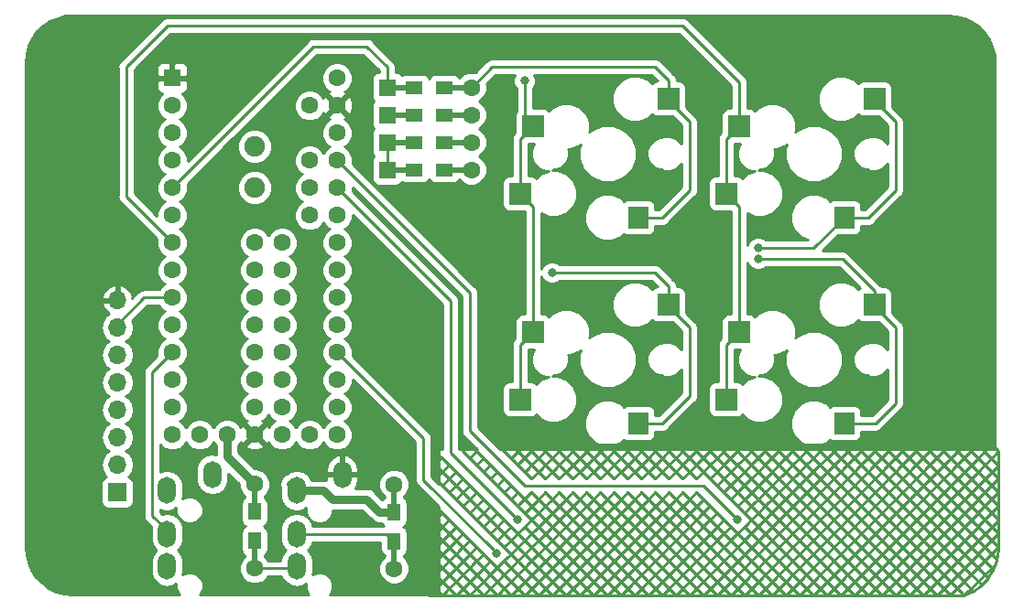
<source format=gbr>
G04 #@! TF.GenerationSoftware,KiCad,Pcbnew,(5.0.2)-1*
G04 #@! TF.CreationDate,2019-04-07T10:51:16+09:00*
G04 #@! TF.ProjectId,mitcard,6d697463-6172-4642-9e6b-696361645f70,rev?*
G04 #@! TF.SameCoordinates,Original*
G04 #@! TF.FileFunction,Copper,L2,Bot*
G04 #@! TF.FilePolarity,Positive*
%FSLAX46Y46*%
G04 Gerber Fmt 4.6, Leading zero omitted, Abs format (unit mm)*
G04 Created by KiCad (PCBNEW (5.0.2)-1) date 2019/04/07 10:51:16*
%MOMM*%
%LPD*%
G01*
G04 APERTURE LIST*
G04 #@! TA.AperFunction,SMDPad,CuDef*
%ADD10R,2.000000X2.000000*%
G04 #@! TD*
G04 #@! TA.AperFunction,SMDPad,CuDef*
%ADD11R,1.900000X2.000000*%
G04 #@! TD*
G04 #@! TA.AperFunction,ComponentPad*
%ADD12C,1.600000*%
G04 #@! TD*
G04 #@! TA.AperFunction,ComponentPad*
%ADD13R,1.600000X1.600000*%
G04 #@! TD*
G04 #@! TA.AperFunction,ComponentPad*
%ADD14C,1.900000*%
G04 #@! TD*
G04 #@! TA.AperFunction,Conductor*
%ADD15R,2.900000X0.500000*%
G04 #@! TD*
G04 #@! TA.AperFunction,SMDPad,CuDef*
%ADD16R,1.600000X1.200000*%
G04 #@! TD*
G04 #@! TA.AperFunction,ComponentPad*
%ADD17O,1.700000X2.500000*%
G04 #@! TD*
G04 #@! TA.AperFunction,Conductor*
%ADD18R,0.500000X2.900000*%
G04 #@! TD*
G04 #@! TA.AperFunction,SMDPad,CuDef*
%ADD19R,1.200000X1.500000*%
G04 #@! TD*
G04 #@! TA.AperFunction,ComponentPad*
%ADD20R,1.700000X1.700000*%
G04 #@! TD*
G04 #@! TA.AperFunction,ComponentPad*
%ADD21O,1.700000X1.700000*%
G04 #@! TD*
G04 #@! TA.AperFunction,ViaPad*
%ADD22C,0.800000*%
G04 #@! TD*
G04 #@! TA.AperFunction,Conductor*
%ADD23C,0.250000*%
G04 #@! TD*
G04 #@! TA.AperFunction,Conductor*
%ADD24C,0.750000*%
G04 #@! TD*
G04 #@! TA.AperFunction,Conductor*
%ADD25C,0.254000*%
G04 #@! TD*
G04 APERTURE END LIST*
D10*
G04 #@! TO.P,SW4,2*
G04 #@! TO.N,Net-(D4-Pad2)*
X129150000Y-77470000D03*
G04 #@! TO.P,SW4,1*
G04 #@! TO.N,col1*
X116650000Y-80010000D03*
D11*
G04 #@! TO.P,SW4,2*
G04 #@! TO.N,Net-(D4-Pad2)*
X126350000Y-88450000D03*
D10*
G04 #@! TO.P,SW4,1*
G04 #@! TO.N,col1*
X115450000Y-86250000D03*
G04 #@! TD*
D12*
G04 #@! TO.P,U1,17*
G04 #@! TO.N,GND*
X71860000Y-89510000D03*
G04 #@! TO.P,U1,18*
G04 #@! TO.N,Net-(U1-Pad18)*
X74400000Y-89510000D03*
G04 #@! TO.P,U1,19*
G04 #@! TO.N,Net-(U1-Pad19)*
X76940000Y-89510000D03*
G04 #@! TO.P,U1,20*
G04 #@! TO.N,SCK*
X79480000Y-89510000D03*
G04 #@! TO.P,U1,16*
G04 #@! TO.N,/3.3V*
X69320000Y-89510000D03*
G04 #@! TO.P,U1,15*
G04 #@! TO.N,Net-(U1-Pad15)*
X66780000Y-89510000D03*
G04 #@! TO.P,U1,14*
G04 #@! TO.N,MISO*
X64240000Y-89510000D03*
G04 #@! TO.P,U1,21*
G04 #@! TO.N,Net-(U1-Pad21)*
X79480000Y-86970000D03*
G04 #@! TO.P,U1,22*
G04 #@! TO.N,Net-(U1-Pad22)*
X79480000Y-84430000D03*
G04 #@! TO.P,U1,23*
G04 #@! TO.N,Net-(U1-Pad23)*
X79480000Y-81890000D03*
G04 #@! TO.P,U1,24*
G04 #@! TO.N,Net-(U1-Pad24)*
X79480000Y-79350000D03*
G04 #@! TO.P,U1,25*
G04 #@! TO.N,/SDA*
X79480000Y-76810000D03*
G04 #@! TO.P,U1,26*
G04 #@! TO.N,/SCL*
X79480000Y-74270000D03*
G04 #@! TO.P,U1,27*
G04 #@! TO.N,Net-(U1-Pad27)*
X79480000Y-71730000D03*
G04 #@! TO.P,U1,28*
G04 #@! TO.N,Net-(U1-Pad28)*
X79480000Y-69190000D03*
G04 #@! TO.P,U1,29*
G04 #@! TO.N,Net-(U1-Pad29)*
X79480000Y-66650000D03*
G04 #@! TO.P,U1,30*
G04 #@! TO.N,Net-(U1-Pad30)*
X79480000Y-64110000D03*
G04 #@! TO.P,U1,31*
G04 #@! TO.N,Net-(U1-Pad31)*
X79480000Y-61570000D03*
G04 #@! TO.P,U1,32*
G04 #@! TO.N,GND*
X79480000Y-59030000D03*
G04 #@! TO.P,U1,33*
G04 #@! TO.N,Net-(U1-Pad33)*
X79480000Y-56490000D03*
G04 #@! TO.P,U1,34*
G04 #@! TO.N,Net-(U1-Pad34)*
X76940000Y-59030000D03*
G04 #@! TO.P,U1,35*
G04 #@! TO.N,Net-(U1-Pad35)*
X76940000Y-64110000D03*
G04 #@! TO.P,U1,36*
G04 #@! TO.N,Net-(U1-Pad36)*
X76940000Y-66650000D03*
G04 #@! TO.P,U1,37*
G04 #@! TO.N,Net-(U1-Pad37)*
X76940000Y-69190000D03*
G04 #@! TO.P,U1,13*
G04 #@! TO.N,MOSI*
X64240000Y-86970000D03*
G04 #@! TO.P,U1,12*
G04 #@! TO.N,CS*
X64240000Y-84430000D03*
G04 #@! TO.P,U1,11*
G04 #@! TO.N,/INT*
X64240000Y-81890000D03*
G04 #@! TO.P,U1,10*
G04 #@! TO.N,TX*
X64240000Y-79350000D03*
G04 #@! TO.P,U1,9*
G04 #@! TO.N,RX*
X64240000Y-76810000D03*
G04 #@! TO.P,U1,8*
G04 #@! TO.N,Net-(U1-Pad8)*
X64240000Y-74270000D03*
G04 #@! TO.P,U1,7*
G04 #@! TO.N,col1*
X64240000Y-71730000D03*
G04 #@! TO.P,U1,6*
G04 #@! TO.N,col0*
X64240000Y-69190000D03*
G04 #@! TO.P,U1,5*
G04 #@! TO.N,row0*
X64240000Y-66650000D03*
G04 #@! TO.P,U1,4*
G04 #@! TO.N,row1*
X64240000Y-64110000D03*
G04 #@! TO.P,U1,3*
G04 #@! TO.N,Net-(U1-Pad3)*
X64240000Y-61570000D03*
G04 #@! TO.P,U1,2*
G04 #@! TO.N,Net-(U1-Pad2)*
X64240000Y-59030000D03*
D13*
G04 #@! TO.P,U1,1*
G04 #@! TO.N,GND*
X64240000Y-56490000D03*
D12*
G04 #@! TO.P,U1,38*
G04 #@! TO.N,Net-(U1-Pad38)*
X71860000Y-71730000D03*
G04 #@! TO.P,U1,39*
G04 #@! TO.N,Net-(U1-Pad39)*
X71860000Y-74270000D03*
G04 #@! TO.P,U1,40*
G04 #@! TO.N,N/C*
X71860000Y-76810000D03*
G04 #@! TO.P,U1,41*
X71860000Y-79350000D03*
G04 #@! TO.P,U1,42*
X71860000Y-81890000D03*
G04 #@! TO.P,U1,43*
X71860000Y-84430000D03*
G04 #@! TO.P,U1,44*
X71860000Y-86970000D03*
G04 #@! TO.P,U1,45*
X74400000Y-86970000D03*
G04 #@! TO.P,U1,46*
X74400000Y-84430000D03*
G04 #@! TO.P,U1,47*
X74400000Y-81890000D03*
G04 #@! TO.P,U1,48*
X74400000Y-79350000D03*
G04 #@! TO.P,U1,49*
X74400000Y-76810000D03*
G04 #@! TO.P,U1,50*
X74400000Y-74270000D03*
G04 #@! TO.P,U1,51*
X74400000Y-71730000D03*
D14*
G04 #@! TO.P,U1,52*
X71860000Y-66650000D03*
X71860000Y-62840000D03*
G04 #@! TD*
D15*
G04 #@! TO.N,Net-(D1-Pad2)*
G04 #@! TO.C,D1*
X90515000Y-57375000D03*
D16*
G04 #@! TD*
G04 #@! TO.P,D1,2*
G04 #@! TO.N,Net-(D1-Pad2)*
X89415000Y-57375000D03*
G04 #@! TO.P,D1,1*
G04 #@! TO.N,row0*
X86615000Y-57375000D03*
D15*
G04 #@! TD*
G04 #@! TO.N,row0*
G04 #@! TO.C,D1*
X85515000Y-57375000D03*
D12*
G04 #@! TO.P,D1,2*
G04 #@! TO.N,Net-(D1-Pad2)*
X91915000Y-57375000D03*
D13*
G04 #@! TO.P,D1,1*
G04 #@! TO.N,row0*
X84115000Y-57375000D03*
G04 #@! TD*
D15*
G04 #@! TO.N,Net-(D2-Pad2)*
G04 #@! TO.C,D2*
X90515000Y-64995000D03*
D16*
G04 #@! TD*
G04 #@! TO.P,D2,2*
G04 #@! TO.N,Net-(D2-Pad2)*
X89415000Y-64995000D03*
G04 #@! TO.P,D2,1*
G04 #@! TO.N,row1*
X86615000Y-64995000D03*
D15*
G04 #@! TD*
G04 #@! TO.N,row1*
G04 #@! TO.C,D2*
X85515000Y-64995000D03*
D12*
G04 #@! TO.P,D2,2*
G04 #@! TO.N,Net-(D2-Pad2)*
X91915000Y-64995000D03*
D13*
G04 #@! TO.P,D2,1*
G04 #@! TO.N,row1*
X84115000Y-64995000D03*
G04 #@! TD*
G04 #@! TO.P,D3,1*
G04 #@! TO.N,row0*
X84115000Y-59915000D03*
D12*
G04 #@! TO.P,D3,2*
G04 #@! TO.N,/col1row0*
X91915000Y-59915000D03*
D15*
G04 #@! TD*
G04 #@! TO.N,row0*
G04 #@! TO.C,D3*
X85515000Y-59915000D03*
D16*
G04 #@! TO.P,D3,1*
G04 #@! TO.N,row0*
X86615000Y-59915000D03*
G04 #@! TO.P,D3,2*
G04 #@! TO.N,/col1row0*
X89415000Y-59915000D03*
D15*
G04 #@! TD*
G04 #@! TO.N,/col1row0*
G04 #@! TO.C,D3*
X90515000Y-59915000D03*
D13*
G04 #@! TO.P,D4,1*
G04 #@! TO.N,row1*
X84115000Y-62455000D03*
D12*
G04 #@! TO.P,D4,2*
G04 #@! TO.N,Net-(D4-Pad2)*
X91915000Y-62455000D03*
D15*
G04 #@! TD*
G04 #@! TO.N,row1*
G04 #@! TO.C,D4*
X85515000Y-62455000D03*
D16*
G04 #@! TO.P,D4,1*
G04 #@! TO.N,row1*
X86615000Y-62455000D03*
G04 #@! TO.P,D4,2*
G04 #@! TO.N,Net-(D4-Pad2)*
X89415000Y-62455000D03*
D15*
G04 #@! TD*
G04 #@! TO.N,Net-(D4-Pad2)*
G04 #@! TO.C,D4*
X90515000Y-62455000D03*
D17*
G04 #@! TO.P,J1,B*
G04 #@! TO.N,/SDA*
X75760000Y-101700000D03*
G04 #@! TO.P,J1,C*
G04 #@! TO.N,/SCL*
X75760000Y-98700000D03*
G04 #@! TO.P,J1,D*
G04 #@! TO.N,/3.3V*
X75760000Y-94700000D03*
G04 #@! TO.P,J1,A*
G04 #@! TO.N,GND*
X79960000Y-93200000D03*
G04 #@! TD*
G04 #@! TO.P,J2,A*
G04 #@! TO.N,Net-(J2-PadA)*
X67960000Y-93200000D03*
G04 #@! TO.P,J2,D*
G04 #@! TO.N,Net-(J2-PadD)*
X63760000Y-94700000D03*
G04 #@! TO.P,J2,C*
G04 #@! TO.N,/INT*
X63760000Y-98700000D03*
G04 #@! TO.P,J2,B*
G04 #@! TO.N,Net-(J2-PadB)*
X63760000Y-101700000D03*
G04 #@! TD*
D18*
G04 #@! TO.N,/SCL*
G04 #@! TO.C,R1*
X84745000Y-100515000D03*
D19*
G04 #@! TD*
G04 #@! TO.P,R1,2*
G04 #@! TO.N,/SCL*
X84745000Y-99365000D03*
G04 #@! TO.P,R1,1*
G04 #@! TO.N,/3.3V*
X84745000Y-96665000D03*
D18*
G04 #@! TD*
G04 #@! TO.N,/3.3V*
G04 #@! TO.C,R1*
X84745000Y-95515000D03*
D12*
G04 #@! TO.P,R1,2*
G04 #@! TO.N,/SCL*
X84745000Y-101915000D03*
G04 #@! TO.P,R1,1*
G04 #@! TO.N,/3.3V*
X84745000Y-94115000D03*
G04 #@! TD*
G04 #@! TO.P,R2,1*
G04 #@! TO.N,/3.3V*
X71860000Y-94100000D03*
G04 #@! TO.P,R2,2*
G04 #@! TO.N,/SDA*
X71860000Y-101900000D03*
D18*
G04 #@! TD*
G04 #@! TO.N,/3.3V*
G04 #@! TO.C,R2*
X71860000Y-95500000D03*
D19*
G04 #@! TO.P,R2,1*
G04 #@! TO.N,/3.3V*
X71860000Y-96650000D03*
G04 #@! TO.P,R2,2*
G04 #@! TO.N,/SDA*
X71860000Y-99350000D03*
D18*
G04 #@! TD*
G04 #@! TO.N,/SDA*
G04 #@! TO.C,R2*
X71860000Y-100500000D03*
D20*
G04 #@! TO.P,J3,1*
G04 #@! TO.N,/3.3V*
X59170000Y-94840000D03*
D21*
G04 #@! TO.P,J3,2*
G04 #@! TO.N,SCK*
X59170000Y-92300000D03*
G04 #@! TO.P,J3,3*
G04 #@! TO.N,MISO*
X59170000Y-89760000D03*
G04 #@! TO.P,J3,4*
G04 #@! TO.N,MOSI*
X59170000Y-87220000D03*
G04 #@! TO.P,J3,5*
G04 #@! TO.N,CS*
X59170000Y-84680000D03*
G04 #@! TO.P,J3,6*
G04 #@! TO.N,TX*
X59170000Y-82140000D03*
G04 #@! TO.P,J3,7*
G04 #@! TO.N,RX*
X59170000Y-79600000D03*
G04 #@! TO.P,J3,8*
G04 #@! TO.N,GND*
X59170000Y-77060000D03*
G04 #@! TD*
D10*
G04 #@! TO.P,SW2,2*
G04 #@! TO.N,Net-(D2-Pad2)*
X110100000Y-77470000D03*
G04 #@! TO.P,SW2,1*
G04 #@! TO.N,col0*
X97600000Y-80010000D03*
D11*
G04 #@! TO.P,SW2,2*
G04 #@! TO.N,Net-(D2-Pad2)*
X107300000Y-88450000D03*
D10*
G04 #@! TO.P,SW2,1*
G04 #@! TO.N,col0*
X96400000Y-86250000D03*
G04 #@! TD*
G04 #@! TO.P,SW3,1*
G04 #@! TO.N,col1*
X115450000Y-67200000D03*
D11*
G04 #@! TO.P,SW3,2*
G04 #@! TO.N,/col1row0*
X126350000Y-69400000D03*
D10*
G04 #@! TO.P,SW3,1*
G04 #@! TO.N,col1*
X116650000Y-60960000D03*
G04 #@! TO.P,SW3,2*
G04 #@! TO.N,/col1row0*
X129150000Y-58420000D03*
G04 #@! TD*
G04 #@! TO.P,SW1,2*
G04 #@! TO.N,Net-(D1-Pad2)*
X110100000Y-58420000D03*
G04 #@! TO.P,SW1,1*
G04 #@! TO.N,col0*
X97600000Y-60960000D03*
D11*
G04 #@! TO.P,SW1,2*
G04 #@! TO.N,Net-(D1-Pad2)*
X107300000Y-69400000D03*
D10*
G04 #@! TO.P,SW1,1*
G04 #@! TO.N,col0*
X96400000Y-67200000D03*
G04 #@! TD*
D22*
G04 #@! TO.N,Net-(D2-Pad2)*
X99350000Y-74520000D03*
G04 #@! TO.N,Net-(D4-Pad2)*
X118400000Y-73250010D03*
G04 #@! TO.N,GND*
X61345000Y-82140000D03*
X61345000Y-88490000D03*
X61345000Y-90395000D03*
X61345000Y-85949998D03*
X85380000Y-78965000D03*
X68235000Y-99285000D03*
X97625000Y-84045000D03*
X97625000Y-64995000D03*
X116675000Y-84045000D03*
X116675000Y-64995000D03*
G04 #@! TO.N,col0*
X96810000Y-56740000D03*
G04 #@! TO.N,Net-(U1-Pad23)*
X94250000Y-100510000D03*
G04 #@! TO.N,Net-(U1-Pad29)*
X96175000Y-97380000D03*
G04 #@! TO.N,Net-(U1-Pad30)*
X116495000Y-97380000D03*
G04 #@! TO.N,/col1row0*
X118400000Y-72249975D03*
G04 #@! TD*
D23*
G04 #@! TO.N,Net-(D1-Pad2)*
X109550000Y-69400000D02*
X107300000Y-69400000D01*
X112050000Y-66900000D02*
X109550000Y-69400000D01*
X112050000Y-60550000D02*
X112050000Y-66900000D01*
X110100000Y-58420000D02*
X110100000Y-58600000D01*
X110100000Y-58600000D02*
X112050000Y-60550000D01*
X93820000Y-55470000D02*
X91915000Y-57375000D01*
X108875000Y-55470000D02*
X93820000Y-55470000D01*
X110100000Y-58420000D02*
X110100000Y-56695000D01*
X110100000Y-56695000D02*
X108875000Y-55470000D01*
G04 #@! TO.N,row0*
X65039999Y-65850001D02*
X64240000Y-66650000D01*
X77325000Y-53565000D02*
X65039999Y-65850001D01*
X82205000Y-53565000D02*
X77325000Y-53565000D01*
X84115000Y-57375000D02*
X84115000Y-55475000D01*
X84115000Y-55475000D02*
X82205000Y-53565000D01*
G04 #@! TO.N,Net-(D2-Pad2)*
X107550000Y-88500000D02*
X107549990Y-88500000D01*
X109550000Y-88450000D02*
X107300000Y-88450000D01*
X112050000Y-85950000D02*
X109550000Y-88450000D01*
X112050000Y-79600000D02*
X112050000Y-85950000D01*
X110100000Y-77470000D02*
X110100000Y-77650000D01*
X110100000Y-77650000D02*
X112050000Y-79600000D01*
X108875000Y-74520000D02*
X99350000Y-74520000D01*
X110100000Y-77470000D02*
X110100000Y-75745000D01*
X110100000Y-75745000D02*
X108875000Y-74520000D01*
G04 #@! TO.N,row1*
X84115000Y-62455000D02*
X84115000Y-64995000D01*
G04 #@! TO.N,Net-(D4-Pad2)*
X129150000Y-77650000D02*
X129150000Y-77470000D01*
X131100000Y-79600000D02*
X129150000Y-77650000D01*
X131100000Y-86585000D02*
X131100000Y-79600000D01*
X126350000Y-88450000D02*
X129235000Y-88450000D01*
X129235000Y-88450000D02*
X131100000Y-86585000D01*
X118965705Y-73249990D02*
X118965685Y-73250010D01*
X118965685Y-73250010D02*
X118400000Y-73250010D01*
X126179990Y-73249990D02*
X118965705Y-73249990D01*
X129150000Y-76220000D02*
X126179990Y-73249990D01*
X129150000Y-77470000D02*
X129150000Y-76220000D01*
G04 #@! TO.N,/SDA*
X75760000Y-101700000D02*
X75760000Y-101300000D01*
X71860000Y-101900000D02*
X75560000Y-101900000D01*
G04 #@! TO.N,/SCL*
X75760000Y-98700000D02*
X83260000Y-98700000D01*
X84080000Y-98700000D02*
X84745000Y-99365000D01*
X75760000Y-98700000D02*
X84080000Y-98700000D01*
D24*
G04 #@! TO.N,/3.3V*
X75160000Y-94100000D02*
X75760000Y-94700000D01*
X69320000Y-91560000D02*
X71860000Y-94100000D01*
X69320000Y-89510000D02*
X69320000Y-91560000D01*
X83395000Y-96665000D02*
X84745000Y-96665000D01*
X82205000Y-95475000D02*
X83395000Y-96665000D01*
X79030000Y-95475000D02*
X82205000Y-95475000D01*
X75760000Y-94700000D02*
X78255000Y-94700000D01*
X78255000Y-94700000D02*
X79030000Y-95475000D01*
D23*
G04 #@! TO.N,GND*
X136815000Y-103730000D02*
X124750000Y-91665000D01*
X119035000Y-97380000D02*
X126020000Y-104365000D01*
X126020000Y-104365000D02*
X138720000Y-91665000D01*
X138720000Y-92935000D02*
X127290000Y-104365000D01*
X127290000Y-104365000D02*
X115860000Y-92935000D01*
X115860000Y-92935000D02*
X115225000Y-93570000D01*
X128560000Y-104365000D02*
X138720000Y-94205000D01*
X138720000Y-94205000D02*
X136815000Y-92300000D01*
X136815000Y-92300000D02*
X136180000Y-91665000D01*
X136180000Y-91665000D02*
X123480000Y-104365000D01*
X123480000Y-104365000D02*
X117765000Y-98650000D01*
X117765000Y-98650000D02*
X112050000Y-104365000D01*
X112050000Y-104365000D02*
X103160000Y-95475000D01*
X103160000Y-95475000D02*
X97445000Y-101190000D01*
X97445000Y-101190000D02*
X94270000Y-104365000D01*
X94270000Y-104365000D02*
X87920000Y-98015000D01*
X87920000Y-98015000D02*
X88555000Y-97380000D01*
X87920000Y-99285000D02*
X93000000Y-104365000D01*
X101890000Y-95475000D02*
X110780000Y-104365000D01*
X110780000Y-104365000D02*
X116495000Y-98650000D01*
X116495000Y-98650000D02*
X122210000Y-104365000D01*
X122210000Y-104365000D02*
X135545000Y-91030000D01*
X135545000Y-91030000D02*
X136180000Y-91665000D01*
X138720000Y-95475000D02*
X129830000Y-104365000D01*
X129830000Y-104365000D02*
X118400000Y-92935000D01*
X119670000Y-92935000D02*
X131100000Y-104365000D01*
X131100000Y-104365000D02*
X138720000Y-96745000D01*
X133005000Y-91030000D02*
X119670000Y-104365000D01*
X119670000Y-104365000D02*
X110780000Y-95475000D01*
X95540000Y-104365000D02*
X104430000Y-95475000D01*
X96810000Y-104365000D02*
X105700000Y-95475000D01*
X99350000Y-104365000D02*
X108240000Y-95475000D01*
X109510000Y-95475000D02*
X100620000Y-104365000D01*
X100620000Y-104365000D02*
X101890000Y-104365000D01*
X101890000Y-104365000D02*
X110780000Y-95475000D01*
X120940000Y-104365000D02*
X134275000Y-91030000D01*
X134275000Y-91030000D02*
X138720000Y-95475000D01*
X138720000Y-100555000D02*
X134910000Y-104365000D01*
X134910000Y-104365000D02*
X123480000Y-92935000D01*
X128560000Y-91665000D02*
X138720000Y-101825000D01*
X117765000Y-98650000D02*
X119035000Y-97380000D01*
X100620000Y-95475000D02*
X109510000Y-104365000D01*
X109510000Y-104365000D02*
X115225000Y-98650000D01*
X115225000Y-98650000D02*
X120940000Y-104365000D01*
X108240000Y-104365000D02*
X114590000Y-98015000D01*
X112050000Y-95475000D02*
X114590000Y-98015000D01*
X114590000Y-98015000D02*
X115225000Y-98650000D01*
X106970000Y-104365000D02*
X113955000Y-97380000D01*
X115225000Y-98650000D02*
X115860000Y-98015000D01*
X115860000Y-98015000D02*
X116495000Y-98650000D01*
X114590000Y-98015000D02*
X115225000Y-97380000D01*
X113955000Y-97380000D02*
X114590000Y-96745000D01*
X113320000Y-95475000D02*
X113955000Y-96110000D01*
X113955000Y-96110000D02*
X115860000Y-98015000D01*
X104430000Y-104365000D02*
X113320000Y-95475000D01*
X103160000Y-104365000D02*
X112050000Y-95475000D01*
X132370000Y-104365000D02*
X120940000Y-92935000D01*
X122210000Y-92935000D02*
X133640000Y-104365000D01*
X138720000Y-98015000D02*
X132370000Y-104365000D01*
X117765000Y-93570000D02*
X128560000Y-104365000D01*
X117765000Y-93570000D02*
X116495000Y-94840000D01*
X118400000Y-92935000D02*
X117765000Y-93570000D01*
X118400000Y-104365000D02*
X131735000Y-91030000D01*
X117130000Y-104365000D02*
X130465000Y-91030000D01*
X114590000Y-104365000D02*
X127925000Y-91030000D01*
X113320000Y-104365000D02*
X126020000Y-91665000D01*
X126020000Y-91665000D02*
X127290000Y-90395000D01*
X136815000Y-91030000D02*
X136180000Y-91665000D01*
X109510000Y-95475000D02*
X118400000Y-104365000D01*
X108240000Y-95475000D02*
X117130000Y-104365000D01*
X105700000Y-95475000D02*
X114590000Y-104365000D01*
X104430000Y-95475000D02*
X113320000Y-104365000D01*
X108240000Y-104365000D02*
X99350000Y-95475000D01*
X98080000Y-95475000D02*
X106970000Y-104365000D01*
X98080000Y-99285000D02*
X103160000Y-104365000D01*
X98080000Y-99285000D02*
X101890000Y-95475000D01*
X97445000Y-99920000D02*
X101890000Y-104365000D01*
X97445000Y-99920000D02*
X98080000Y-99285000D01*
X96810000Y-100555000D02*
X100620000Y-104365000D01*
X96810000Y-100555000D02*
X97445000Y-99920000D01*
X96175000Y-101190000D02*
X99350000Y-104365000D01*
X96175000Y-101190000D02*
X96810000Y-100555000D01*
X98080000Y-104365000D02*
X95540000Y-101825000D01*
X129195000Y-91030000D02*
X115860000Y-104365000D01*
X95540000Y-101825000D02*
X96175000Y-101190000D01*
X115860000Y-104365000D02*
X106970000Y-95475000D01*
X106970000Y-95475000D02*
X98080000Y-104365000D01*
X94905000Y-102460000D02*
X96810000Y-104365000D01*
X94905000Y-102460000D02*
X95540000Y-101825000D01*
X93000000Y-104365000D02*
X94905000Y-102460000D01*
X96810000Y-96745000D02*
X98080000Y-95475000D01*
X99350000Y-95475000D02*
X97445000Y-97380000D01*
X96810000Y-96745000D02*
X97445000Y-97380000D01*
X98080000Y-98015000D02*
X100620000Y-95475000D01*
X98080000Y-98015000D02*
X104430000Y-104365000D01*
X97445000Y-97380000D02*
X98080000Y-98015000D01*
X90460000Y-104365000D02*
X93000000Y-101825000D01*
X89190000Y-104365000D02*
X92365000Y-101190000D01*
X87920000Y-103095000D02*
X91095000Y-99920000D01*
X87920000Y-104365000D02*
X91730000Y-100555000D01*
X95540000Y-104365000D02*
X91730000Y-100555000D01*
X91730000Y-100555000D02*
X91095000Y-99920000D01*
X87920000Y-101825000D02*
X90460000Y-99285000D01*
X87920000Y-99285000D02*
X89190000Y-98015000D01*
X89190000Y-98015000D02*
X88555000Y-97380000D01*
X88555000Y-97380000D02*
X91095000Y-99920000D01*
X87920000Y-101825000D02*
X90460000Y-104365000D01*
X87920000Y-103095000D02*
X89190000Y-104365000D01*
X87920000Y-104365000D02*
X134275000Y-104365000D01*
X134910000Y-104365000D02*
X134275000Y-104365000D01*
X118400000Y-96745000D02*
X119035000Y-97380000D01*
X119670000Y-92935000D02*
X117130000Y-95475000D01*
X117765000Y-96110000D02*
X120940000Y-92935000D01*
X117765000Y-96110000D02*
X118400000Y-96745000D01*
X117130000Y-95475000D02*
X117765000Y-96110000D01*
X115860000Y-94205000D02*
X117130000Y-95475000D01*
X115225000Y-93570000D02*
X115860000Y-94205000D01*
X117130000Y-92935000D02*
X117765000Y-93570000D01*
X124115000Y-92300000D02*
X119035000Y-97380000D01*
X124750000Y-91665000D02*
X124115000Y-92300000D01*
X124750000Y-91665000D02*
X126020000Y-90395000D01*
X126020000Y-91665000D02*
X125385000Y-91030000D01*
X127290000Y-90395000D02*
X128560000Y-91665000D01*
X127925000Y-91030000D02*
X129195000Y-89760000D01*
X129195000Y-89760000D02*
X130465000Y-91030000D01*
X129195000Y-91030000D02*
X130465000Y-89760000D01*
X130465000Y-89760000D02*
X131735000Y-91030000D01*
X133640000Y-89125000D02*
X136180000Y-91665000D01*
X133005000Y-91030000D02*
X134910000Y-89125000D01*
X134910000Y-89125000D02*
X138720000Y-92935000D01*
X127290000Y-90395000D02*
X127925000Y-89760000D01*
X127925000Y-89760000D02*
X129195000Y-91030000D01*
X130465000Y-91030000D02*
X131735000Y-89760000D01*
X131735000Y-89760000D02*
X133005000Y-91030000D01*
X134275000Y-91030000D02*
X133005000Y-89760000D01*
X131735000Y-91030000D02*
X133005000Y-89760000D01*
X133005000Y-89760000D02*
X133640000Y-89125000D01*
X134275000Y-91030000D02*
X136180000Y-89125000D01*
X136180000Y-89125000D02*
X138720000Y-91665000D01*
X137450000Y-89125000D02*
X135545000Y-91030000D01*
X137450000Y-89125000D02*
X138720000Y-90395000D01*
X115860000Y-92935000D02*
X115225000Y-92300000D01*
X115225000Y-92300000D02*
X114590000Y-92935000D01*
X114590000Y-92935000D02*
X115225000Y-93570000D01*
X115225000Y-93570000D02*
X113955000Y-92300000D01*
X113955000Y-92300000D02*
X113320000Y-92935000D01*
X113320000Y-92935000D02*
X112685000Y-92300000D01*
X112685000Y-92300000D02*
X112050000Y-92935000D01*
X112050000Y-92935000D02*
X111415000Y-92300000D01*
X111415000Y-92300000D02*
X110780000Y-92935000D01*
X110780000Y-92935000D02*
X110145000Y-92300000D01*
X110145000Y-92300000D02*
X109510000Y-92935000D01*
X107605000Y-91030000D02*
X108240000Y-90395000D01*
X112685000Y-89760000D02*
X115225000Y-92300000D01*
X111415000Y-91030000D02*
X112685000Y-92300000D01*
X111415000Y-91030000D02*
X112685000Y-89760000D01*
X110780000Y-91665000D02*
X111415000Y-92300000D01*
X110780000Y-91665000D02*
X111415000Y-91030000D01*
X110145000Y-92300000D02*
X110780000Y-91665000D01*
X109510000Y-91665000D02*
X108240000Y-92935000D01*
X109510000Y-91665000D02*
X110145000Y-92300000D01*
X108240000Y-92935000D02*
X106970000Y-91665000D01*
X106970000Y-91665000D02*
X105700000Y-92935000D01*
X105700000Y-92935000D02*
X105065000Y-92300000D01*
X105065000Y-92300000D02*
X104430000Y-92935000D01*
X104430000Y-92935000D02*
X103795000Y-92300000D01*
X103795000Y-92300000D02*
X103160000Y-91665000D01*
X103160000Y-91665000D02*
X101255000Y-89760000D01*
X101255000Y-89760000D02*
X98080000Y-92935000D01*
X98080000Y-92935000D02*
X94905000Y-89760000D01*
X107605000Y-91030000D02*
X106970000Y-91665000D01*
X108240000Y-91665000D02*
X106970000Y-92935000D01*
X108240000Y-91665000D02*
X107605000Y-91030000D01*
X109510000Y-92935000D02*
X108240000Y-91665000D01*
X106970000Y-92935000D02*
X105700000Y-91665000D01*
X105700000Y-91665000D02*
X105065000Y-92300000D01*
X108240000Y-91665000D02*
X110145000Y-89760000D01*
X110145000Y-89760000D02*
X111415000Y-91030000D01*
X109510000Y-91665000D02*
X111415000Y-89760000D01*
X111415000Y-89760000D02*
X113955000Y-92300000D01*
X111415000Y-92300000D02*
X113955000Y-89760000D01*
X113955000Y-89760000D02*
X115225000Y-91030000D01*
X115225000Y-89760000D02*
X115860000Y-90395000D01*
X112685000Y-92300000D02*
X115225000Y-89760000D01*
X113955000Y-92300000D02*
X115860000Y-90395000D01*
X109510000Y-91665000D02*
X108240000Y-90395000D01*
X110780000Y-91665000D02*
X108875000Y-89760000D01*
X108875000Y-89760000D02*
X108240000Y-90395000D01*
X105065000Y-92300000D02*
X104430000Y-91665000D01*
X104430000Y-91665000D02*
X103160000Y-92935000D01*
X103160000Y-92935000D02*
X99985000Y-89760000D01*
X99985000Y-89760000D02*
X96810000Y-92935000D01*
X96175000Y-92300000D02*
X98715000Y-89760000D01*
X96810000Y-92935000D02*
X96175000Y-92300000D01*
X95540000Y-91665000D02*
X98080000Y-89125000D01*
X96175000Y-92300000D02*
X95540000Y-91665000D01*
X94905000Y-91030000D02*
X96175000Y-89760000D01*
X94905000Y-91030000D02*
X94270000Y-90395000D01*
X95540000Y-91665000D02*
X94905000Y-91030000D01*
X94270000Y-90395000D02*
X95540000Y-89125000D01*
X96175000Y-89760000D02*
X99350000Y-92935000D01*
X99350000Y-92935000D02*
X102525000Y-89760000D01*
X102525000Y-89760000D02*
X103160000Y-90395000D01*
X103160000Y-90395000D02*
X100620000Y-92935000D01*
X100620000Y-92935000D02*
X97445000Y-89760000D01*
X98715000Y-89760000D02*
X101890000Y-92935000D01*
X101890000Y-92935000D02*
X103160000Y-91665000D01*
X117130000Y-92935000D02*
X117765000Y-92300000D01*
X117765000Y-92300000D02*
X118400000Y-92935000D01*
X118400000Y-92935000D02*
X119035000Y-92300000D01*
X119035000Y-92300000D02*
X119670000Y-92935000D01*
X119670000Y-92935000D02*
X120305000Y-92300000D01*
X120305000Y-92300000D02*
X120940000Y-92935000D01*
X120940000Y-92935000D02*
X121575000Y-92300000D01*
X121575000Y-92300000D02*
X122210000Y-92935000D01*
X122210000Y-92935000D02*
X122845000Y-92300000D01*
X122845000Y-92300000D02*
X123480000Y-92935000D01*
X120940000Y-90395000D02*
X121575000Y-89760000D01*
X120305000Y-91030000D02*
X120940000Y-90395000D01*
X119670000Y-90395000D02*
X120305000Y-89760000D01*
X119670000Y-90395000D02*
X120305000Y-91030000D01*
X120305000Y-89760000D02*
X120940000Y-90395000D01*
X119035000Y-91030000D02*
X119670000Y-90395000D01*
X120940000Y-90395000D02*
X121575000Y-91030000D01*
X121575000Y-91030000D02*
X122210000Y-90395000D01*
X122210000Y-90395000D02*
X121575000Y-89760000D01*
X89190000Y-98015000D02*
X89825000Y-97380000D01*
X91730000Y-104365000D02*
X93635000Y-102460000D01*
X87920000Y-100555000D02*
X91730000Y-104365000D01*
X90460000Y-98015000D02*
X87920000Y-100555000D01*
X89825000Y-97380000D02*
X89506795Y-97061795D01*
X89506795Y-97061795D02*
X90460000Y-98015000D01*
X89190000Y-96745000D02*
X88555000Y-97380000D01*
X89506795Y-97061795D02*
X89190000Y-96745000D01*
X89190000Y-96745000D02*
X88555000Y-96110000D01*
X96175000Y-101190000D02*
X94905000Y-99920000D01*
X94270000Y-99285000D02*
X94905000Y-98650000D01*
X94905000Y-98650000D02*
X96810000Y-100555000D01*
X94905000Y-99920000D02*
X94270000Y-99285000D01*
X88555000Y-92300000D02*
X88555000Y-93570000D01*
X88555000Y-93570000D02*
X89190000Y-92935000D01*
X89190000Y-94205000D02*
X89825000Y-93570000D01*
X89190000Y-94205000D02*
X88555000Y-93570000D01*
X89825000Y-94840000D02*
X90460000Y-94205000D01*
X89825000Y-94840000D02*
X89190000Y-94205000D01*
X90460000Y-95475000D02*
X91095000Y-94840000D01*
X90460000Y-95475000D02*
X89825000Y-94840000D01*
X91095000Y-96110000D02*
X91730000Y-95475000D01*
X91095000Y-96110000D02*
X90460000Y-95475000D01*
X91730000Y-96745000D02*
X92365000Y-96110000D01*
X91730000Y-96745000D02*
X91095000Y-96110000D01*
X92365000Y-97380000D02*
X93000000Y-96745000D01*
X93000000Y-96745000D02*
X88555000Y-92300000D01*
X94905000Y-98650000D02*
X93000000Y-96745000D01*
X92365000Y-97380000D02*
X91730000Y-96745000D01*
X93000000Y-98015000D02*
X93635000Y-97380000D01*
X93000000Y-98015000D02*
X92365000Y-97380000D01*
X93635000Y-98650000D02*
X94270000Y-98015000D01*
X93635000Y-98650000D02*
X93000000Y-98015000D01*
X94270000Y-99285000D02*
X93635000Y-98650000D01*
X96175000Y-96110000D02*
X96810000Y-96745000D01*
X113955000Y-96110000D02*
X105700000Y-104365000D01*
X91095000Y-91030000D02*
X91730000Y-90395000D01*
X91730000Y-91665000D02*
X92365000Y-91030000D01*
X91095000Y-91030000D02*
X91730000Y-91665000D01*
X92365000Y-92300000D02*
X93000000Y-91665000D01*
X91730000Y-91665000D02*
X92365000Y-92300000D01*
X93000000Y-92935000D02*
X93635000Y-92300000D01*
X92365000Y-92300000D02*
X93000000Y-92935000D01*
X93635000Y-93570000D02*
X94270000Y-92935000D01*
X93000000Y-92935000D02*
X93635000Y-93570000D01*
X94270000Y-94205000D02*
X94905000Y-93570000D01*
X94905000Y-93570000D02*
X94270000Y-92935000D01*
X93635000Y-93570000D02*
X94270000Y-94205000D01*
X94905000Y-94840000D02*
X95540000Y-94205000D01*
X95540000Y-94205000D02*
X94905000Y-93570000D01*
X94270000Y-94205000D02*
X94905000Y-94840000D01*
X95540000Y-95475000D02*
X96175000Y-94840000D01*
X96175000Y-94840000D02*
X95540000Y-94205000D01*
X105700000Y-104365000D02*
X96175000Y-94840000D01*
X95540000Y-95475000D02*
X96175000Y-96110000D01*
X94905000Y-94840000D02*
X95540000Y-95475000D01*
X97445000Y-99920000D02*
X95449999Y-97924999D01*
X89190000Y-92935000D02*
X89825000Y-92300000D01*
X89825000Y-93570000D02*
X90460000Y-92935000D01*
X90460000Y-94205000D02*
X91095000Y-93570000D01*
X91095000Y-94840000D02*
X91730000Y-94205000D01*
X91730000Y-95475000D02*
X92365000Y-94840000D01*
X92365000Y-96110000D02*
X93000000Y-95475000D01*
X93000000Y-96745000D02*
X93635000Y-96110000D01*
X93635000Y-97380000D02*
X94270000Y-96745000D01*
X94270000Y-98015000D02*
X94905000Y-97380000D01*
X94905000Y-98650000D02*
X95540000Y-98015000D01*
X97445000Y-94840000D02*
X98080000Y-95475000D01*
X96175000Y-96110000D02*
X97445000Y-94840000D01*
X98080000Y-95475000D02*
X98715000Y-94840000D01*
X98715000Y-94840000D02*
X99350000Y-95475000D01*
X99350000Y-95475000D02*
X99985000Y-94840000D01*
X99985000Y-94840000D02*
X100620000Y-95475000D01*
X100620000Y-95475000D02*
X101255000Y-94840000D01*
X101255000Y-94840000D02*
X101890000Y-95475000D01*
X101890000Y-95475000D02*
X102525000Y-94840000D01*
X102525000Y-94840000D02*
X103160000Y-95475000D01*
X103160000Y-95475000D02*
X103795000Y-94840000D01*
X103795000Y-94840000D02*
X104430000Y-95475000D01*
X104430000Y-95475000D02*
X105065000Y-94840000D01*
X105065000Y-94840000D02*
X105700000Y-95475000D01*
X105700000Y-95475000D02*
X106335000Y-94840000D01*
X106335000Y-94840000D02*
X106970000Y-95475000D01*
X106970000Y-95475000D02*
X107605000Y-94840000D01*
X107605000Y-94840000D02*
X108240000Y-95475000D01*
X108240000Y-95475000D02*
X108875000Y-94840000D01*
X108875000Y-94840000D02*
X109510000Y-95475000D01*
X109510000Y-95475000D02*
X110145000Y-94840000D01*
X110145000Y-94840000D02*
X110780000Y-95475000D01*
X110780000Y-95475000D02*
X111415000Y-94840000D01*
X111415000Y-94840000D02*
X112050000Y-95475000D01*
X112050000Y-95475000D02*
X112685000Y-94840000D01*
X112685000Y-94840000D02*
X113320000Y-95475000D01*
X138085000Y-91030000D02*
X138720000Y-90395000D01*
X124750000Y-104365000D02*
X138085000Y-91030000D01*
X117220001Y-97924999D02*
X119035000Y-96110000D01*
X118400000Y-96745000D02*
X119035000Y-96110000D01*
X119035000Y-96110000D02*
X122210000Y-92935000D01*
X96900001Y-97924999D02*
X97445000Y-97380000D01*
X113955000Y-93570000D02*
X114590000Y-92935000D01*
X113320000Y-92935000D02*
X113955000Y-93570000D01*
X114590000Y-94205000D02*
X115225000Y-93570000D01*
X113955000Y-93570000D02*
X114590000Y-94205000D01*
X115225000Y-94840000D02*
X116495000Y-93570000D01*
X116495000Y-93570000D02*
X117130000Y-92935000D01*
X115860000Y-94205000D02*
X116495000Y-93570000D01*
X114590000Y-94205000D02*
X115225000Y-94840000D01*
X115860000Y-95475000D02*
X116495000Y-94840000D01*
X115225000Y-94840000D02*
X115860000Y-95475000D01*
X116495000Y-96110000D02*
X117130000Y-95475000D01*
X115860000Y-95475000D02*
X116495000Y-96110000D01*
X117130000Y-96745000D02*
X117765000Y-96110000D01*
X117130000Y-96745000D02*
X124750000Y-104365000D01*
X116495000Y-96110000D02*
X117130000Y-96745000D01*
X117130000Y-98015000D02*
X117765000Y-98650000D01*
X117130000Y-98015000D02*
X117220001Y-97924999D01*
X116495000Y-98650000D02*
X117130000Y-98015000D01*
X98080000Y-99285000D02*
X96810000Y-98015000D01*
X94905000Y-99920000D02*
X96810000Y-98015000D01*
X96810000Y-98015000D02*
X96900001Y-97924999D01*
X95540000Y-101825000D02*
X94905000Y-101190000D01*
X93635000Y-102460000D02*
X94905000Y-101190000D01*
X94905000Y-101190000D02*
X98080000Y-98015000D01*
X93000000Y-101825000D02*
X93635000Y-101190000D01*
X92365000Y-101190000D02*
X93000000Y-100555000D01*
X93000000Y-100555000D02*
X94905000Y-102460000D01*
X91730000Y-100555000D02*
X92365000Y-99920000D01*
X91095000Y-99920000D02*
X91730000Y-99285000D01*
X89825000Y-97380000D02*
X91730000Y-99285000D01*
X91730000Y-99285000D02*
X93000000Y-100555000D01*
X90460000Y-99285000D02*
X91095000Y-98650000D01*
X118400000Y-90395000D02*
X119035000Y-89760000D01*
X118400000Y-90395000D02*
X119035000Y-91030000D01*
X117765000Y-91030000D02*
X118400000Y-90395000D01*
X106969991Y-91664991D02*
X106970000Y-91665000D01*
X103160000Y-91665000D02*
X103160009Y-91664991D01*
X117130000Y-90395000D02*
X117765000Y-91030000D01*
X117130000Y-90395000D02*
X117765000Y-89760000D01*
X117130000Y-90395000D02*
X116495000Y-89760000D01*
X115860000Y-90395000D02*
X116495000Y-89760000D01*
X118400000Y-90395000D02*
X117765000Y-89760000D01*
X127290000Y-90395000D02*
X127259998Y-90395000D01*
X126020000Y-90395000D02*
X127290000Y-90395000D01*
X117675003Y-92389997D02*
X117765000Y-92300000D01*
X115225000Y-92300000D02*
X115314997Y-92389997D01*
X115860000Y-92935000D02*
X116405003Y-92389997D01*
X117130000Y-92935000D02*
X116584997Y-92389997D01*
X115860000Y-90395000D02*
X116404995Y-90939995D01*
X117130000Y-90395000D02*
X116585005Y-90939995D01*
X115225000Y-91030000D02*
X115315005Y-90939995D01*
X96810000Y-92935000D02*
X97445000Y-93570000D01*
X97445000Y-93570000D02*
X98080000Y-92935000D01*
X98080000Y-92935000D02*
X98715000Y-93570000D01*
X98715000Y-93570000D02*
X99350000Y-92935000D01*
X99350000Y-92935000D02*
X99985000Y-93570000D01*
X99985000Y-93570000D02*
X100620000Y-92935000D01*
X100620000Y-92935000D02*
X101255000Y-93570000D01*
X101255000Y-93570000D02*
X101890000Y-92935000D01*
X101890000Y-92935000D02*
X102525000Y-93570000D01*
X102525000Y-93570000D02*
X103160000Y-92935000D01*
X103160000Y-92935000D02*
X103795000Y-93570000D01*
X103795000Y-93570000D02*
X104430000Y-92935000D01*
X104430000Y-92935000D02*
X105065000Y-93570000D01*
X105065000Y-93570000D02*
X105700000Y-92935000D01*
X105700000Y-92935000D02*
X106335000Y-93570000D01*
X106335000Y-93570000D02*
X106970000Y-92935000D01*
X106970000Y-92935000D02*
X107605000Y-93570000D01*
X107605000Y-93570000D02*
X108240000Y-92935000D01*
X108240000Y-92935000D02*
X108875000Y-93570000D01*
X108875000Y-93570000D02*
X109510000Y-92935000D01*
X109510000Y-92935000D02*
X110145000Y-93570000D01*
X110145000Y-93570000D02*
X110780000Y-92935000D01*
X110780000Y-92935000D02*
X111415000Y-93570000D01*
X111415000Y-93570000D02*
X112050000Y-92935000D01*
X112050000Y-92935000D02*
X112685000Y-93570000D01*
X112685000Y-93570000D02*
X113320000Y-92935000D01*
X103160000Y-90395000D02*
X104430000Y-91665000D01*
X104430000Y-91665000D02*
X105065000Y-91030000D01*
X105065000Y-91030000D02*
X105700000Y-91665000D01*
X105700000Y-91665000D02*
X106335000Y-91030000D01*
X106335000Y-91030000D02*
X106970000Y-91665000D01*
X107605000Y-91030000D02*
X106970000Y-90395000D01*
X106970000Y-90395000D02*
X106335000Y-91030000D01*
X103160000Y-91665000D02*
X104430000Y-90395000D01*
X104430000Y-90395000D02*
X105065000Y-91030000D01*
X105065000Y-91030000D02*
X105700000Y-90395000D01*
X105700000Y-90395000D02*
X106335000Y-91030000D01*
X98080000Y-89125000D02*
X98715000Y-89760000D01*
X95540000Y-89125000D02*
X96175000Y-89760000D01*
X93000000Y-89125000D02*
X93635000Y-88490000D01*
X93635000Y-88490000D02*
X94905000Y-89760000D01*
X93635000Y-89760000D02*
X94270000Y-89125000D01*
X93635000Y-89760000D02*
X93000000Y-89125000D01*
X94270000Y-90395000D02*
X93635000Y-89760000D01*
X115225000Y-91119997D02*
X116495000Y-92389997D01*
X115225000Y-91030000D02*
X115225000Y-91119997D01*
X116405003Y-92389997D02*
X116495000Y-92389997D01*
X116495000Y-92389997D02*
X116584997Y-92389997D01*
X115225000Y-92300000D02*
X116585005Y-90939995D01*
X116404995Y-90939995D02*
X118400000Y-92935000D01*
X116495000Y-92300000D02*
X118400000Y-90395000D01*
X116495000Y-92389997D02*
X116495000Y-92300000D01*
X117765000Y-91030000D02*
X119035000Y-92300000D01*
X117765000Y-92300000D02*
X119035000Y-91030000D01*
X119035000Y-89760000D02*
X119670000Y-90395000D01*
X119035000Y-92300000D02*
X120305000Y-91030000D01*
X119035000Y-91030000D02*
X120305000Y-92300000D01*
X120305000Y-91030000D02*
X121575000Y-92300000D01*
X120305000Y-92300000D02*
X121575000Y-91030000D01*
X121575000Y-91030000D02*
X123480000Y-92935000D01*
X121575000Y-92300000D02*
X123480000Y-90395000D01*
X123480000Y-90395000D02*
X124750000Y-91665000D01*
X122845000Y-92300000D02*
X124750000Y-90395000D01*
X124750000Y-90395000D02*
X125385000Y-91030000D01*
X122210000Y-90395000D02*
X124115000Y-92300000D01*
X122210000Y-90395000D02*
X126020000Y-90395000D01*
X103160000Y-90395000D02*
X108240000Y-90395000D01*
X139300000Y-90975000D02*
X139300000Y-91000000D01*
X138720000Y-90395000D02*
X139300000Y-90975000D01*
X138720000Y-90395000D02*
X138720000Y-90380000D01*
X138720000Y-89125000D02*
X136180000Y-91665000D01*
X138725000Y-89125000D02*
X138720000Y-89125000D01*
X139300000Y-89800000D02*
X139000000Y-90100000D01*
X139300000Y-89700000D02*
X139300000Y-89800000D01*
X139000000Y-90100000D02*
X139200000Y-89900000D01*
X138720000Y-90380000D02*
X139000000Y-90100000D01*
X139300000Y-89700000D02*
X138725000Y-89125000D01*
X140000000Y-90400000D02*
X139300000Y-89700000D01*
X139350000Y-91050000D02*
X139350000Y-91090000D01*
X139350000Y-91050000D02*
X140000000Y-90400000D01*
X138735000Y-91665000D02*
X139350000Y-91050000D01*
X139350000Y-91090000D02*
X140599990Y-92339990D01*
X138720000Y-92935000D02*
X138725000Y-92935000D01*
X138735000Y-91665000D02*
X140599990Y-93529990D01*
X138725000Y-92935000D02*
X140599990Y-94809990D01*
X138720000Y-94205000D02*
X138725000Y-94205000D01*
X138725000Y-94205000D02*
X140599990Y-96079990D01*
X138720000Y-95475000D02*
X138725000Y-95475000D01*
X138725000Y-95475000D02*
X140599990Y-97349990D01*
X138485000Y-96510000D02*
X138485000Y-96515000D01*
X138485000Y-96510000D02*
X133005000Y-91030000D01*
X138720000Y-96745000D02*
X138485000Y-96510000D01*
X138525000Y-97820000D02*
X138720000Y-98015000D01*
X131735000Y-91030000D02*
X138525000Y-97820000D01*
X138465000Y-99030000D02*
X138720000Y-99285000D01*
X130465000Y-91030000D02*
X138465000Y-99030000D01*
X138505000Y-100340000D02*
X129195000Y-91030000D01*
X138720000Y-100555000D02*
X138505000Y-100340000D01*
X138720000Y-101825000D02*
X138720000Y-101840000D01*
X137850000Y-102225000D02*
X137855000Y-102225000D01*
X137850000Y-102225000D02*
X138085000Y-102460000D01*
X126020000Y-90395000D02*
X137850000Y-102225000D01*
X137855000Y-102225000D02*
X139054231Y-103424231D01*
X137260000Y-102905000D02*
X137260000Y-102920000D01*
X137260000Y-102905000D02*
X126020000Y-91665000D01*
X137450000Y-103095000D02*
X137260000Y-102905000D01*
X137260000Y-102920000D02*
X138210000Y-103870000D01*
X136815000Y-103730000D02*
X136815000Y-103745000D01*
X136228112Y-104316888D02*
X137885000Y-102660000D01*
X136131886Y-104316888D02*
X136228112Y-104316888D01*
X124115000Y-92300000D02*
X136131886Y-104316888D01*
X138085000Y-102460000D02*
X137885000Y-102660000D01*
X137885000Y-102660000D02*
X137450000Y-103095000D01*
X138720000Y-100555000D02*
X138720000Y-100540000D01*
X138720000Y-100540000D02*
X140520000Y-98740000D01*
X140520000Y-98740000D02*
X140599990Y-98660010D01*
X137885000Y-102655000D02*
X137885000Y-102660000D01*
X140599990Y-99940010D02*
X137885000Y-102655000D01*
X138295000Y-99710000D02*
X138300000Y-99710000D01*
X138295000Y-99710000D02*
X138720000Y-99285000D01*
X133640000Y-104365000D02*
X138295000Y-99710000D01*
X138300000Y-99710000D02*
X140500000Y-97510000D01*
X140600000Y-99900000D02*
X140600000Y-99920000D01*
X138525000Y-97820000D02*
X138525000Y-97825000D01*
X138525000Y-97825000D02*
X140600000Y-99900000D01*
X137250000Y-104180000D02*
X137429522Y-104359522D01*
X136815000Y-103745000D02*
X137250000Y-104180000D01*
X137250000Y-104180000D02*
X137250000Y-104190000D01*
X137421636Y-104361637D02*
X137510000Y-104337960D01*
X137510000Y-104337960D02*
X137510000Y-104330000D01*
X137510000Y-104330000D02*
X140340872Y-101499128D01*
X137250000Y-104190000D02*
X137421636Y-104361637D01*
X140340872Y-101499128D02*
X140466241Y-101031241D01*
X134910000Y-104365000D02*
X137409081Y-104365000D01*
X138955834Y-103522628D02*
X139054231Y-103424231D01*
X138299234Y-103982384D02*
X138955834Y-103522628D01*
X137572766Y-104321141D02*
X138299234Y-103982384D01*
X137409081Y-104365000D02*
X137572766Y-104321141D01*
X138720001Y-101838277D02*
X138720000Y-101825000D01*
X139652327Y-102770603D02*
X138720001Y-101838277D01*
X138955834Y-103522628D02*
X139350000Y-103110000D01*
X139350000Y-103110000D02*
X139652327Y-102770603D01*
X138505001Y-100340108D02*
X138505000Y-100340000D01*
X140135585Y-101970692D02*
X138505001Y-100340108D01*
X140098832Y-102049510D02*
X140135585Y-101970692D01*
X139940000Y-102320000D02*
X140098832Y-102049510D01*
X139652327Y-102770603D02*
X139810000Y-102510000D01*
X139810000Y-102510000D02*
X139940000Y-102320000D01*
X140230000Y-101730000D02*
X140340872Y-101499128D01*
X140098832Y-102049510D02*
X140230000Y-101730000D01*
X140599990Y-91060010D02*
X138725000Y-92935000D01*
X140599990Y-90990000D02*
X140599990Y-91060010D01*
X140000000Y-90400000D02*
X140590000Y-90990000D01*
X140590000Y-90990000D02*
X140599990Y-90990000D01*
X138734980Y-94205000D02*
X140599990Y-92339990D01*
X138725000Y-94205000D02*
X138734980Y-94205000D01*
X138725000Y-95404980D02*
X140599990Y-93529990D01*
X138725000Y-95475000D02*
X138725000Y-95404980D01*
X138740000Y-96669980D02*
X140599990Y-94809990D01*
X138740000Y-96770000D02*
X138740000Y-96669980D01*
X138740000Y-96770000D02*
X140599990Y-98629990D01*
X138485000Y-96515000D02*
X138740000Y-96770000D01*
X138720000Y-97959980D02*
X140599990Y-96079990D01*
X138720000Y-98015000D02*
X138720000Y-97959980D01*
X140466241Y-101031241D02*
X140040000Y-100605000D01*
X140040000Y-100605000D02*
X138465000Y-99030000D01*
X140466241Y-101031242D02*
X140040000Y-100605000D01*
X140528602Y-100798507D02*
X140466241Y-101031242D01*
X140599990Y-99982538D02*
X140528602Y-100798507D01*
X140000000Y-90400000D02*
X140599990Y-90999990D01*
X140599990Y-90999990D02*
X140599990Y-99982538D01*
X91730000Y-90395000D02*
X94270000Y-92935000D01*
X92545000Y-95020000D02*
X92365000Y-94840000D01*
X95449999Y-97924999D02*
X92545000Y-95020000D01*
X88555000Y-92279000D02*
X88555000Y-92300000D01*
X89179500Y-91654500D02*
X88555000Y-92279000D01*
X92545000Y-95020000D02*
X89179500Y-91654500D01*
X88555000Y-91040500D02*
X89179500Y-91665000D01*
X88555000Y-92300000D02*
X88555000Y-91040500D01*
G04 #@! TO.N,/INT*
X62360000Y-83770000D02*
X62360000Y-97000000D01*
X64240000Y-81890000D02*
X62360000Y-83770000D01*
X63760000Y-98300000D02*
X63760000Y-98700000D01*
X62360000Y-97000000D02*
X63760000Y-98300000D01*
G04 #@! TO.N,col0*
X97600000Y-80010000D02*
X97600000Y-79660000D01*
X96400000Y-81210000D02*
X97600000Y-80010000D01*
X96400000Y-86250000D02*
X96400000Y-81210000D01*
X97600000Y-68400000D02*
X96400000Y-67200000D01*
X97600000Y-80010000D02*
X97600000Y-68400000D01*
X96400000Y-62160000D02*
X97600000Y-60960000D01*
X96400000Y-67200000D02*
X96400000Y-62160000D01*
X96810000Y-60170000D02*
X97600000Y-60960000D01*
X96810000Y-56740000D02*
X96810000Y-60170000D01*
G04 #@! TO.N,col1*
X115450000Y-81210000D02*
X116650000Y-80010000D01*
X115450000Y-86250000D02*
X115450000Y-81210000D01*
X116650000Y-68400000D02*
X115450000Y-67200000D01*
X116650000Y-80010000D02*
X116650000Y-68400000D01*
X115450000Y-62160000D02*
X116650000Y-60960000D01*
X115450000Y-67200000D02*
X115450000Y-62160000D01*
X116650000Y-56895000D02*
X116650000Y-60960000D01*
X111415000Y-51660000D02*
X116650000Y-56895000D01*
X63790000Y-51660000D02*
X111415000Y-51660000D01*
X59980000Y-55470000D02*
X63790000Y-51660000D01*
X64240000Y-71730000D02*
X59980000Y-67470000D01*
X59980000Y-67470000D02*
X59980000Y-55470000D01*
G04 #@! TO.N,Net-(U1-Pad23)*
X93850001Y-100110001D02*
X94250000Y-100510000D01*
X87465000Y-93725000D02*
X93850001Y-100110001D01*
X79480000Y-81890000D02*
X87465000Y-89875000D01*
X87465000Y-89875000D02*
X87465000Y-93725000D01*
G04 #@! TO.N,Net-(U1-Pad29)*
X95775001Y-96980001D02*
X96175000Y-97380000D01*
X90005000Y-91210000D02*
X95775001Y-96980001D01*
X79480000Y-66650000D02*
X90005000Y-77175000D01*
X90005000Y-77175000D02*
X90005000Y-91210000D01*
G04 #@! TO.N,Net-(U1-Pad30)*
X116095001Y-96980001D02*
X116495000Y-97380000D01*
X113320000Y-94205000D02*
X116095001Y-96980001D01*
X96810000Y-94205000D02*
X113320000Y-94205000D01*
X91730000Y-89125000D02*
X96810000Y-94205000D01*
X79480000Y-64110000D02*
X91730000Y-76360000D01*
X91730000Y-76360000D02*
X91730000Y-89125000D01*
G04 #@! TO.N,/col1row0*
X131100000Y-60550000D02*
X131100000Y-66900000D01*
X129150000Y-58420000D02*
X129150000Y-58600000D01*
X129150000Y-58600000D02*
X131100000Y-60550000D01*
X128600000Y-69400000D02*
X129195000Y-68805000D01*
X126350000Y-69400000D02*
X128600000Y-69400000D01*
X131100000Y-66900000D02*
X129195000Y-68805000D01*
X129195000Y-68805000D02*
X128918205Y-69081795D01*
X126350000Y-69400000D02*
X126350000Y-69450000D01*
X126350000Y-69450000D02*
X123550025Y-72249975D01*
X118965685Y-72249975D02*
X118400000Y-72249975D01*
X123550025Y-72249975D02*
X118965685Y-72249975D01*
G04 #@! TO.N,RX*
X61660000Y-76810000D02*
X64240000Y-76810000D01*
X59170000Y-79300000D02*
X61660000Y-76810000D01*
G04 #@! TD*
D25*
G04 #@! TO.N,GND*
G36*
X136759192Y-50780578D02*
X137494389Y-50981705D01*
X138182351Y-51309846D01*
X138801331Y-51754628D01*
X139331761Y-52301988D01*
X139756884Y-52934639D01*
X140063251Y-53632561D01*
X140242499Y-54379183D01*
X140290001Y-55026044D01*
X140290000Y-90873000D01*
X94552801Y-90873000D01*
X92490000Y-88810199D01*
X92490000Y-76434846D01*
X92504888Y-76359999D01*
X92490000Y-76285152D01*
X92490000Y-76285148D01*
X92445904Y-76063463D01*
X92277929Y-75812071D01*
X92214473Y-75769671D01*
X80893103Y-64448302D01*
X80915000Y-64395439D01*
X80915000Y-63824561D01*
X80696534Y-63297138D01*
X80292862Y-62893466D01*
X80163784Y-62840000D01*
X80292862Y-62786534D01*
X80696534Y-62382862D01*
X80915000Y-61855439D01*
X80915000Y-61284561D01*
X80696534Y-60757138D01*
X80292862Y-60353466D01*
X80179417Y-60306475D01*
X80234005Y-60283864D01*
X80308139Y-60037745D01*
X79480000Y-59209605D01*
X78651861Y-60037745D01*
X78725995Y-60283864D01*
X78784448Y-60304874D01*
X78667138Y-60353466D01*
X78263466Y-60757138D01*
X78045000Y-61284561D01*
X78045000Y-61855439D01*
X78263466Y-62382862D01*
X78667138Y-62786534D01*
X78796216Y-62840000D01*
X78667138Y-62893466D01*
X78263466Y-63297138D01*
X78210000Y-63426216D01*
X78156534Y-63297138D01*
X77752862Y-62893466D01*
X77225439Y-62675000D01*
X76654561Y-62675000D01*
X76127138Y-62893466D01*
X75723466Y-63297138D01*
X75505000Y-63824561D01*
X75505000Y-64395439D01*
X75723466Y-64922862D01*
X76127138Y-65326534D01*
X76256216Y-65380000D01*
X76127138Y-65433466D01*
X75723466Y-65837138D01*
X75505000Y-66364561D01*
X75505000Y-66935439D01*
X75723466Y-67462862D01*
X76127138Y-67866534D01*
X76256216Y-67920000D01*
X76127138Y-67973466D01*
X75723466Y-68377138D01*
X75505000Y-68904561D01*
X75505000Y-69475439D01*
X75723466Y-70002862D01*
X76127138Y-70406534D01*
X76654561Y-70625000D01*
X77225439Y-70625000D01*
X77752862Y-70406534D01*
X78156534Y-70002862D01*
X78210000Y-69873784D01*
X78263466Y-70002862D01*
X78667138Y-70406534D01*
X78796216Y-70460000D01*
X78667138Y-70513466D01*
X78263466Y-70917138D01*
X78045000Y-71444561D01*
X78045000Y-72015439D01*
X78263466Y-72542862D01*
X78667138Y-72946534D01*
X78796216Y-73000000D01*
X78667138Y-73053466D01*
X78263466Y-73457138D01*
X78045000Y-73984561D01*
X78045000Y-74555439D01*
X78263466Y-75082862D01*
X78667138Y-75486534D01*
X78796216Y-75540000D01*
X78667138Y-75593466D01*
X78263466Y-75997138D01*
X78045000Y-76524561D01*
X78045000Y-77095439D01*
X78263466Y-77622862D01*
X78667138Y-78026534D01*
X78796216Y-78080000D01*
X78667138Y-78133466D01*
X78263466Y-78537138D01*
X78045000Y-79064561D01*
X78045000Y-79635439D01*
X78263466Y-80162862D01*
X78667138Y-80566534D01*
X78796216Y-80620000D01*
X78667138Y-80673466D01*
X78263466Y-81077138D01*
X78045000Y-81604561D01*
X78045000Y-82175439D01*
X78263466Y-82702862D01*
X78667138Y-83106534D01*
X78796216Y-83160000D01*
X78667138Y-83213466D01*
X78263466Y-83617138D01*
X78045000Y-84144561D01*
X78045000Y-84715439D01*
X78263466Y-85242862D01*
X78667138Y-85646534D01*
X78796216Y-85700000D01*
X78667138Y-85753466D01*
X78263466Y-86157138D01*
X78045000Y-86684561D01*
X78045000Y-87255439D01*
X78263466Y-87782862D01*
X78667138Y-88186534D01*
X78796216Y-88240000D01*
X78667138Y-88293466D01*
X78263466Y-88697138D01*
X78210000Y-88826216D01*
X78156534Y-88697138D01*
X77752862Y-88293466D01*
X77225439Y-88075000D01*
X76654561Y-88075000D01*
X76127138Y-88293466D01*
X75723466Y-88697138D01*
X75670000Y-88826216D01*
X75616534Y-88697138D01*
X75212862Y-88293466D01*
X75083784Y-88240000D01*
X75212862Y-88186534D01*
X75616534Y-87782862D01*
X75835000Y-87255439D01*
X75835000Y-86684561D01*
X75616534Y-86157138D01*
X75212862Y-85753466D01*
X75083784Y-85700000D01*
X75212862Y-85646534D01*
X75616534Y-85242862D01*
X75835000Y-84715439D01*
X75835000Y-84144561D01*
X75616534Y-83617138D01*
X75212862Y-83213466D01*
X75083784Y-83160000D01*
X75212862Y-83106534D01*
X75616534Y-82702862D01*
X75835000Y-82175439D01*
X75835000Y-81604561D01*
X75616534Y-81077138D01*
X75212862Y-80673466D01*
X75083784Y-80620000D01*
X75212862Y-80566534D01*
X75616534Y-80162862D01*
X75835000Y-79635439D01*
X75835000Y-79064561D01*
X75616534Y-78537138D01*
X75212862Y-78133466D01*
X75083784Y-78080000D01*
X75212862Y-78026534D01*
X75616534Y-77622862D01*
X75835000Y-77095439D01*
X75835000Y-76524561D01*
X75616534Y-75997138D01*
X75212862Y-75593466D01*
X75083784Y-75540000D01*
X75212862Y-75486534D01*
X75616534Y-75082862D01*
X75835000Y-74555439D01*
X75835000Y-73984561D01*
X75616534Y-73457138D01*
X75212862Y-73053466D01*
X75083784Y-73000000D01*
X75212862Y-72946534D01*
X75616534Y-72542862D01*
X75835000Y-72015439D01*
X75835000Y-71444561D01*
X75616534Y-70917138D01*
X75212862Y-70513466D01*
X74685439Y-70295000D01*
X74114561Y-70295000D01*
X73587138Y-70513466D01*
X73183466Y-70917138D01*
X73130000Y-71046216D01*
X73076534Y-70917138D01*
X72672862Y-70513466D01*
X72145439Y-70295000D01*
X71574561Y-70295000D01*
X71047138Y-70513466D01*
X70643466Y-70917138D01*
X70425000Y-71444561D01*
X70425000Y-72015439D01*
X70643466Y-72542862D01*
X71047138Y-72946534D01*
X71176216Y-73000000D01*
X71047138Y-73053466D01*
X70643466Y-73457138D01*
X70425000Y-73984561D01*
X70425000Y-74555439D01*
X70643466Y-75082862D01*
X71047138Y-75486534D01*
X71176216Y-75540000D01*
X71047138Y-75593466D01*
X70643466Y-75997138D01*
X70425000Y-76524561D01*
X70425000Y-77095439D01*
X70643466Y-77622862D01*
X71047138Y-78026534D01*
X71176216Y-78080000D01*
X71047138Y-78133466D01*
X70643466Y-78537138D01*
X70425000Y-79064561D01*
X70425000Y-79635439D01*
X70643466Y-80162862D01*
X71047138Y-80566534D01*
X71176216Y-80620000D01*
X71047138Y-80673466D01*
X70643466Y-81077138D01*
X70425000Y-81604561D01*
X70425000Y-82175439D01*
X70643466Y-82702862D01*
X71047138Y-83106534D01*
X71176216Y-83160000D01*
X71047138Y-83213466D01*
X70643466Y-83617138D01*
X70425000Y-84144561D01*
X70425000Y-84715439D01*
X70643466Y-85242862D01*
X71047138Y-85646534D01*
X71176216Y-85700000D01*
X71047138Y-85753466D01*
X70643466Y-86157138D01*
X70425000Y-86684561D01*
X70425000Y-87255439D01*
X70643466Y-87782862D01*
X71047138Y-88186534D01*
X71160583Y-88233525D01*
X71105995Y-88256136D01*
X71031861Y-88502255D01*
X71860000Y-89330395D01*
X72688139Y-88502255D01*
X72614005Y-88256136D01*
X72555552Y-88235126D01*
X72672862Y-88186534D01*
X73076534Y-87782862D01*
X73130000Y-87653784D01*
X73183466Y-87782862D01*
X73587138Y-88186534D01*
X73716216Y-88240000D01*
X73587138Y-88293466D01*
X73183466Y-88697138D01*
X73136475Y-88810583D01*
X73113864Y-88755995D01*
X72867745Y-88681861D01*
X72039605Y-89510000D01*
X72867745Y-90338139D01*
X73113864Y-90264005D01*
X73134874Y-90205552D01*
X73183466Y-90322862D01*
X73587138Y-90726534D01*
X74114561Y-90945000D01*
X74685439Y-90945000D01*
X75212862Y-90726534D01*
X75616534Y-90322862D01*
X75670000Y-90193784D01*
X75723466Y-90322862D01*
X76127138Y-90726534D01*
X76654561Y-90945000D01*
X77225439Y-90945000D01*
X77752862Y-90726534D01*
X78156534Y-90322862D01*
X78210000Y-90193784D01*
X78263466Y-90322862D01*
X78667138Y-90726534D01*
X79194561Y-90945000D01*
X79765439Y-90945000D01*
X80292862Y-90726534D01*
X80696534Y-90322862D01*
X80915000Y-89795439D01*
X80915000Y-89224561D01*
X80696534Y-88697138D01*
X80292862Y-88293466D01*
X80163784Y-88240000D01*
X80292862Y-88186534D01*
X80696534Y-87782862D01*
X80915000Y-87255439D01*
X80915000Y-86684561D01*
X80696534Y-86157138D01*
X80292862Y-85753466D01*
X80163784Y-85700000D01*
X80292862Y-85646534D01*
X80696534Y-85242862D01*
X80915000Y-84715439D01*
X80915000Y-84399802D01*
X86705000Y-90189803D01*
X86705001Y-93650148D01*
X86690112Y-93725000D01*
X86749097Y-94021537D01*
X86837436Y-94153745D01*
X86917072Y-94272929D01*
X86980528Y-94315329D01*
X88873000Y-96207801D01*
X88873000Y-104290000D01*
X78816553Y-104290000D01*
X78906982Y-104199571D01*
X79095000Y-103745657D01*
X79095000Y-103254343D01*
X78906982Y-102800429D01*
X78559571Y-102453018D01*
X78105657Y-102265000D01*
X77614343Y-102265000D01*
X77207773Y-102433407D01*
X77245000Y-102246256D01*
X77245000Y-101153745D01*
X77158839Y-100720582D01*
X76830625Y-100229375D01*
X76786662Y-100200000D01*
X76830625Y-100170625D01*
X77158839Y-99679418D01*
X77202484Y-99460000D01*
X83497560Y-99460000D01*
X83497560Y-100115000D01*
X83546843Y-100362765D01*
X83687191Y-100572809D01*
X83847560Y-100679965D01*
X83847560Y-100783044D01*
X83528466Y-101102138D01*
X83310000Y-101629561D01*
X83310000Y-102200439D01*
X83528466Y-102727862D01*
X83932138Y-103131534D01*
X84459561Y-103350000D01*
X85030439Y-103350000D01*
X85557862Y-103131534D01*
X85961534Y-102727862D01*
X86180000Y-102200439D01*
X86180000Y-101629561D01*
X85961534Y-101102138D01*
X85642440Y-100783044D01*
X85642440Y-100679965D01*
X85802809Y-100572809D01*
X85943157Y-100362765D01*
X85992440Y-100115000D01*
X85992440Y-98615000D01*
X85943157Y-98367235D01*
X85802809Y-98157191D01*
X85592765Y-98016843D01*
X85583500Y-98015000D01*
X85592765Y-98013157D01*
X85802809Y-97872809D01*
X85943157Y-97662765D01*
X85992440Y-97415000D01*
X85992440Y-95915000D01*
X85943157Y-95667235D01*
X85802809Y-95457191D01*
X85642440Y-95350035D01*
X85642440Y-95246956D01*
X85961534Y-94927862D01*
X86180000Y-94400439D01*
X86180000Y-93829561D01*
X85961534Y-93302138D01*
X85557862Y-92898466D01*
X85030439Y-92680000D01*
X84459561Y-92680000D01*
X83932138Y-92898466D01*
X83528466Y-93302138D01*
X83310000Y-93829561D01*
X83310000Y-94400439D01*
X83528466Y-94927862D01*
X83847560Y-95246956D01*
X83847560Y-95350035D01*
X83687191Y-95457191D01*
X83658494Y-95500139D01*
X82989517Y-94831162D01*
X82933169Y-94746831D01*
X82599082Y-94523601D01*
X82304476Y-94465000D01*
X82304471Y-94465000D01*
X82205000Y-94445214D01*
X82105529Y-94465000D01*
X81139966Y-94465000D01*
X81283360Y-94285618D01*
X81445000Y-93727000D01*
X81445000Y-93327000D01*
X80087000Y-93327000D01*
X80087000Y-93347000D01*
X79833000Y-93347000D01*
X79833000Y-93327000D01*
X78475000Y-93327000D01*
X78475000Y-93713974D01*
X78354476Y-93690000D01*
X78354471Y-93690000D01*
X78255000Y-93670214D01*
X78155529Y-93690000D01*
X77138405Y-93690000D01*
X76830625Y-93229375D01*
X76339418Y-92901161D01*
X75760000Y-92785908D01*
X75180583Y-92901161D01*
X74829057Y-93136043D01*
X74765918Y-93148602D01*
X74431831Y-93371831D01*
X74208602Y-93705918D01*
X74130214Y-94100000D01*
X74208602Y-94494082D01*
X74275000Y-94593454D01*
X74275000Y-95246255D01*
X74361161Y-95679417D01*
X74689375Y-96170625D01*
X75180582Y-96498839D01*
X75760000Y-96614092D01*
X76339417Y-96498839D01*
X76625000Y-96308019D01*
X76625000Y-96745657D01*
X76813018Y-97199571D01*
X77160429Y-97546982D01*
X77614343Y-97735000D01*
X78105657Y-97735000D01*
X78559571Y-97546982D01*
X78906982Y-97199571D01*
X79095000Y-96745657D01*
X79095000Y-96491857D01*
X79129472Y-96485000D01*
X81786645Y-96485000D01*
X82610482Y-97308837D01*
X82666831Y-97393169D01*
X83000918Y-97616399D01*
X83295524Y-97675000D01*
X83295528Y-97675000D01*
X83394999Y-97694786D01*
X83494470Y-97675000D01*
X83555018Y-97675000D01*
X83687191Y-97872809D01*
X83787749Y-97940000D01*
X77202484Y-97940000D01*
X77158839Y-97720582D01*
X76830625Y-97229375D01*
X76339418Y-96901161D01*
X75760000Y-96785908D01*
X75180583Y-96901161D01*
X74689375Y-97229375D01*
X74361161Y-97720582D01*
X74275000Y-98153744D01*
X74275000Y-99246255D01*
X74361161Y-99679417D01*
X74689375Y-100170625D01*
X74733338Y-100200000D01*
X74689375Y-100229375D01*
X74361161Y-100720582D01*
X74277734Y-101140000D01*
X73098430Y-101140000D01*
X73076534Y-101087138D01*
X72757440Y-100768044D01*
X72757440Y-100664965D01*
X72917809Y-100557809D01*
X73058157Y-100347765D01*
X73107440Y-100100000D01*
X73107440Y-98600000D01*
X73058157Y-98352235D01*
X72917809Y-98142191D01*
X72707765Y-98001843D01*
X72698500Y-98000000D01*
X72707765Y-97998157D01*
X72917809Y-97857809D01*
X73058157Y-97647765D01*
X73107440Y-97400000D01*
X73107440Y-95900000D01*
X73058157Y-95652235D01*
X72917809Y-95442191D01*
X72757440Y-95335035D01*
X72757440Y-95231956D01*
X73076534Y-94912862D01*
X73295000Y-94385439D01*
X73295000Y-93814561D01*
X73076534Y-93287138D01*
X72672862Y-92883466D01*
X72164753Y-92673000D01*
X78475000Y-92673000D01*
X78475000Y-93073000D01*
X79833000Y-93073000D01*
X79833000Y-91479845D01*
X80087000Y-91479845D01*
X80087000Y-93073000D01*
X81445000Y-93073000D01*
X81445000Y-92673000D01*
X81283360Y-92114382D01*
X80920251Y-91660144D01*
X80410952Y-91379438D01*
X80316890Y-91358524D01*
X80087000Y-91479845D01*
X79833000Y-91479845D01*
X79603110Y-91358524D01*
X79509048Y-91379438D01*
X78999749Y-91660144D01*
X78636640Y-92114382D01*
X78475000Y-92673000D01*
X72164753Y-92673000D01*
X72145439Y-92665000D01*
X71853356Y-92665000D01*
X70330000Y-91141645D01*
X70330000Y-90529396D01*
X70341651Y-90517745D01*
X71031861Y-90517745D01*
X71105995Y-90763864D01*
X71643223Y-90956965D01*
X72213454Y-90929778D01*
X72614005Y-90763864D01*
X72688139Y-90517745D01*
X71860000Y-89689605D01*
X71031861Y-90517745D01*
X70341651Y-90517745D01*
X70536534Y-90322862D01*
X70583525Y-90209417D01*
X70606136Y-90264005D01*
X70852255Y-90338139D01*
X71680395Y-89510000D01*
X70852255Y-88681861D01*
X70606136Y-88755995D01*
X70585126Y-88814448D01*
X70536534Y-88697138D01*
X70132862Y-88293466D01*
X69605439Y-88075000D01*
X69034561Y-88075000D01*
X68507138Y-88293466D01*
X68103466Y-88697138D01*
X68050000Y-88826216D01*
X67996534Y-88697138D01*
X67592862Y-88293466D01*
X67065439Y-88075000D01*
X66494561Y-88075000D01*
X65967138Y-88293466D01*
X65563466Y-88697138D01*
X65510000Y-88826216D01*
X65456534Y-88697138D01*
X65052862Y-88293466D01*
X64923784Y-88240000D01*
X65052862Y-88186534D01*
X65456534Y-87782862D01*
X65675000Y-87255439D01*
X65675000Y-86684561D01*
X65456534Y-86157138D01*
X65052862Y-85753466D01*
X64923784Y-85700000D01*
X65052862Y-85646534D01*
X65456534Y-85242862D01*
X65675000Y-84715439D01*
X65675000Y-84144561D01*
X65456534Y-83617138D01*
X65052862Y-83213466D01*
X64923784Y-83160000D01*
X65052862Y-83106534D01*
X65456534Y-82702862D01*
X65675000Y-82175439D01*
X65675000Y-81604561D01*
X65456534Y-81077138D01*
X65052862Y-80673466D01*
X64923784Y-80620000D01*
X65052862Y-80566534D01*
X65456534Y-80162862D01*
X65675000Y-79635439D01*
X65675000Y-79064561D01*
X65456534Y-78537138D01*
X65052862Y-78133466D01*
X64923784Y-78080000D01*
X65052862Y-78026534D01*
X65456534Y-77622862D01*
X65675000Y-77095439D01*
X65675000Y-76524561D01*
X65456534Y-75997138D01*
X65052862Y-75593466D01*
X64923784Y-75540000D01*
X65052862Y-75486534D01*
X65456534Y-75082862D01*
X65675000Y-74555439D01*
X65675000Y-73984561D01*
X65456534Y-73457138D01*
X65052862Y-73053466D01*
X64923784Y-73000000D01*
X65052862Y-72946534D01*
X65456534Y-72542862D01*
X65675000Y-72015439D01*
X65675000Y-71444561D01*
X65456534Y-70917138D01*
X65052862Y-70513466D01*
X64923784Y-70460000D01*
X65052862Y-70406534D01*
X65456534Y-70002862D01*
X65675000Y-69475439D01*
X65675000Y-68904561D01*
X65456534Y-68377138D01*
X65052862Y-67973466D01*
X64923784Y-67920000D01*
X65052862Y-67866534D01*
X65456534Y-67462862D01*
X65675000Y-66935439D01*
X65675000Y-66364561D01*
X65662641Y-66334724D01*
X70275000Y-66334724D01*
X70275000Y-66965276D01*
X70516302Y-67547830D01*
X70962170Y-67993698D01*
X71544724Y-68235000D01*
X72175276Y-68235000D01*
X72757830Y-67993698D01*
X73203698Y-67547830D01*
X73445000Y-66965276D01*
X73445000Y-66334724D01*
X73203698Y-65752170D01*
X72757830Y-65306302D01*
X72175276Y-65065000D01*
X71544724Y-65065000D01*
X70962170Y-65306302D01*
X70516302Y-65752170D01*
X70275000Y-66334724D01*
X65662641Y-66334724D01*
X65653103Y-66311698D01*
X69440077Y-62524724D01*
X70275000Y-62524724D01*
X70275000Y-63155276D01*
X70516302Y-63737830D01*
X70962170Y-64183698D01*
X71544724Y-64425000D01*
X72175276Y-64425000D01*
X72757830Y-64183698D01*
X73203698Y-63737830D01*
X73445000Y-63155276D01*
X73445000Y-62524724D01*
X73203698Y-61942170D01*
X72757830Y-61496302D01*
X72175276Y-61255000D01*
X71544724Y-61255000D01*
X70962170Y-61496302D01*
X70516302Y-61942170D01*
X70275000Y-62524724D01*
X69440077Y-62524724D01*
X73220240Y-58744561D01*
X75505000Y-58744561D01*
X75505000Y-59315439D01*
X75723466Y-59842862D01*
X76127138Y-60246534D01*
X76654561Y-60465000D01*
X77225439Y-60465000D01*
X77752862Y-60246534D01*
X78156534Y-59842862D01*
X78203525Y-59729417D01*
X78226136Y-59784005D01*
X78472255Y-59858139D01*
X79300395Y-59030000D01*
X79659605Y-59030000D01*
X80487745Y-59858139D01*
X80733864Y-59784005D01*
X80926965Y-59246777D01*
X80899778Y-58676546D01*
X80733864Y-58275995D01*
X80487745Y-58201861D01*
X79659605Y-59030000D01*
X79300395Y-59030000D01*
X78472255Y-58201861D01*
X78226136Y-58275995D01*
X78205126Y-58334448D01*
X78156534Y-58217138D01*
X77752862Y-57813466D01*
X77225439Y-57595000D01*
X76654561Y-57595000D01*
X76127138Y-57813466D01*
X75723466Y-58217138D01*
X75505000Y-58744561D01*
X73220240Y-58744561D01*
X75760240Y-56204561D01*
X78045000Y-56204561D01*
X78045000Y-56775439D01*
X78263466Y-57302862D01*
X78667138Y-57706534D01*
X78780583Y-57753525D01*
X78725995Y-57776136D01*
X78651861Y-58022255D01*
X79480000Y-58850395D01*
X80308139Y-58022255D01*
X80234005Y-57776136D01*
X80175552Y-57755126D01*
X80292862Y-57706534D01*
X80696534Y-57302862D01*
X80915000Y-56775439D01*
X80915000Y-56204561D01*
X80696534Y-55677138D01*
X80292862Y-55273466D01*
X79765439Y-55055000D01*
X79194561Y-55055000D01*
X78667138Y-55273466D01*
X78263466Y-55677138D01*
X78045000Y-56204561D01*
X75760240Y-56204561D01*
X77639802Y-54325000D01*
X81890199Y-54325000D01*
X83355001Y-55789803D01*
X83355001Y-55927560D01*
X83315000Y-55927560D01*
X83067235Y-55976843D01*
X82857191Y-56117191D01*
X82716843Y-56327235D01*
X82667560Y-56575000D01*
X82667560Y-58175000D01*
X82716843Y-58422765D01*
X82857191Y-58632809D01*
X82875436Y-58645000D01*
X82857191Y-58657191D01*
X82716843Y-58867235D01*
X82667560Y-59115000D01*
X82667560Y-60715000D01*
X82716843Y-60962765D01*
X82857191Y-61172809D01*
X82875436Y-61185000D01*
X82857191Y-61197191D01*
X82716843Y-61407235D01*
X82667560Y-61655000D01*
X82667560Y-63255000D01*
X82716843Y-63502765D01*
X82857191Y-63712809D01*
X82875436Y-63725000D01*
X82857191Y-63737191D01*
X82716843Y-63947235D01*
X82667560Y-64195000D01*
X82667560Y-65795000D01*
X82716843Y-66042765D01*
X82857191Y-66252809D01*
X83067235Y-66393157D01*
X83315000Y-66442440D01*
X84915000Y-66442440D01*
X85162765Y-66393157D01*
X85372809Y-66252809D01*
X85460377Y-66121756D01*
X85567235Y-66193157D01*
X85815000Y-66242440D01*
X87415000Y-66242440D01*
X87662765Y-66193157D01*
X87872809Y-66052809D01*
X88013157Y-65842765D01*
X88015000Y-65833500D01*
X88016843Y-65842765D01*
X88157191Y-66052809D01*
X88367235Y-66193157D01*
X88615000Y-66242440D01*
X90215000Y-66242440D01*
X90462765Y-66193157D01*
X90672809Y-66052809D01*
X90779965Y-65892440D01*
X90783044Y-65892440D01*
X91102138Y-66211534D01*
X91629561Y-66430000D01*
X92200439Y-66430000D01*
X92727862Y-66211534D01*
X93131534Y-65807862D01*
X93350000Y-65280439D01*
X93350000Y-64709561D01*
X93131534Y-64182138D01*
X92727862Y-63778466D01*
X92598784Y-63725000D01*
X92727862Y-63671534D01*
X93131534Y-63267862D01*
X93350000Y-62740439D01*
X93350000Y-62169561D01*
X93131534Y-61642138D01*
X92727862Y-61238466D01*
X92598784Y-61185000D01*
X92727862Y-61131534D01*
X93131534Y-60727862D01*
X93350000Y-60200439D01*
X93350000Y-59629561D01*
X93131534Y-59102138D01*
X92727862Y-58698466D01*
X92598784Y-58645000D01*
X92727862Y-58591534D01*
X93131534Y-58187862D01*
X93350000Y-57660439D01*
X93350000Y-57089561D01*
X93328103Y-57036698D01*
X94134802Y-56230000D01*
X95900973Y-56230000D01*
X95775000Y-56534126D01*
X95775000Y-56945874D01*
X95932569Y-57326280D01*
X96050000Y-57443711D01*
X96050001Y-59640162D01*
X96001843Y-59712235D01*
X95952560Y-59960000D01*
X95952560Y-61532639D01*
X95915528Y-61569671D01*
X95852072Y-61612071D01*
X95809672Y-61675527D01*
X95809671Y-61675528D01*
X95684097Y-61863463D01*
X95625112Y-62160000D01*
X95640001Y-62234852D01*
X95640000Y-65552560D01*
X95400000Y-65552560D01*
X95152235Y-65601843D01*
X94942191Y-65742191D01*
X94801843Y-65952235D01*
X94752560Y-66200000D01*
X94752560Y-68200000D01*
X94801843Y-68447765D01*
X94942191Y-68657809D01*
X95152235Y-68798157D01*
X95400000Y-68847440D01*
X96840001Y-68847440D01*
X96840000Y-78362560D01*
X96600000Y-78362560D01*
X96352235Y-78411843D01*
X96142191Y-78552191D01*
X96001843Y-78762235D01*
X95952560Y-79010000D01*
X95952560Y-80582639D01*
X95915528Y-80619671D01*
X95852072Y-80662071D01*
X95809672Y-80725527D01*
X95809671Y-80725528D01*
X95684097Y-80913463D01*
X95625112Y-81210000D01*
X95640001Y-81284852D01*
X95640000Y-84602560D01*
X95400000Y-84602560D01*
X95152235Y-84651843D01*
X94942191Y-84792191D01*
X94801843Y-85002235D01*
X94752560Y-85250000D01*
X94752560Y-87250000D01*
X94801843Y-87497765D01*
X94942191Y-87707809D01*
X95152235Y-87848157D01*
X95400000Y-87897440D01*
X97400000Y-87897440D01*
X97647765Y-87848157D01*
X97857809Y-87707809D01*
X97890115Y-87659461D01*
X98290620Y-88059966D01*
X99075322Y-88385000D01*
X99924678Y-88385000D01*
X100709380Y-88059966D01*
X101309966Y-87459380D01*
X101635000Y-86674678D01*
X101635000Y-85825322D01*
X101309966Y-85040620D01*
X100709380Y-84440034D01*
X99924678Y-84115000D01*
X99363560Y-84115000D01*
X99556697Y-84035000D01*
X99715385Y-84035000D01*
X100261185Y-83808922D01*
X100678922Y-83391185D01*
X100905000Y-82845385D01*
X100905000Y-82254615D01*
X100859596Y-82145000D01*
X101114678Y-82145000D01*
X101899380Y-81819966D01*
X101986283Y-81733063D01*
X101865000Y-82025866D01*
X101865000Y-83074134D01*
X102266155Y-84042608D01*
X103007392Y-84783845D01*
X103975866Y-85185000D01*
X105024134Y-85185000D01*
X105992608Y-84783845D01*
X106733845Y-84042608D01*
X107135000Y-83074134D01*
X107135000Y-82025866D01*
X106733845Y-81057392D01*
X105992608Y-80316155D01*
X105024134Y-79915000D01*
X103975866Y-79915000D01*
X103007392Y-80316155D01*
X102779838Y-80543709D01*
X102825000Y-80434678D01*
X102825000Y-79585322D01*
X102499966Y-78800620D01*
X101899380Y-78200034D01*
X101114678Y-77875000D01*
X100265322Y-77875000D01*
X99480620Y-78200034D01*
X99086109Y-78594545D01*
X99057809Y-78552191D01*
X98847765Y-78411843D01*
X98600000Y-78362560D01*
X98360000Y-78362560D01*
X98360000Y-74834514D01*
X98472569Y-75106280D01*
X98763720Y-75397431D01*
X99144126Y-75555000D01*
X99555874Y-75555000D01*
X99936280Y-75397431D01*
X100053711Y-75280000D01*
X108560199Y-75280000D01*
X109102758Y-75822560D01*
X109100000Y-75822560D01*
X108852235Y-75871843D01*
X108642191Y-76012191D01*
X108625907Y-76036561D01*
X108249380Y-75660034D01*
X107464678Y-75335000D01*
X106615322Y-75335000D01*
X105830620Y-75660034D01*
X105230034Y-76260620D01*
X104905000Y-77045322D01*
X104905000Y-77894678D01*
X105230034Y-78679380D01*
X105830620Y-79279966D01*
X106615322Y-79605000D01*
X107464678Y-79605000D01*
X108249380Y-79279966D01*
X108625907Y-78903439D01*
X108642191Y-78927809D01*
X108852235Y-79068157D01*
X109100000Y-79117440D01*
X110492638Y-79117440D01*
X111290000Y-79914803D01*
X111290000Y-81598472D01*
X110897830Y-81206302D01*
X110315276Y-80965000D01*
X109684724Y-80965000D01*
X109443303Y-81065000D01*
X109284615Y-81065000D01*
X108738815Y-81291078D01*
X108321078Y-81708815D01*
X108095000Y-82254615D01*
X108095000Y-82845385D01*
X108321078Y-83391185D01*
X108738815Y-83808922D01*
X109284615Y-84035000D01*
X109443303Y-84035000D01*
X109684724Y-84135000D01*
X110315276Y-84135000D01*
X110897830Y-83893698D01*
X111290001Y-83501527D01*
X111290001Y-85635197D01*
X109235199Y-87690000D01*
X108897440Y-87690000D01*
X108897440Y-87450000D01*
X108848157Y-87202235D01*
X108707809Y-86992191D01*
X108497765Y-86851843D01*
X108250000Y-86802560D01*
X106350000Y-86802560D01*
X106102235Y-86851843D01*
X105993706Y-86924360D01*
X105709380Y-86640034D01*
X104924678Y-86315000D01*
X104075322Y-86315000D01*
X103290620Y-86640034D01*
X102690034Y-87240620D01*
X102365000Y-88025322D01*
X102365000Y-88874678D01*
X102690034Y-89659380D01*
X103290620Y-90259966D01*
X104075322Y-90585000D01*
X104924678Y-90585000D01*
X105709380Y-90259966D01*
X105993706Y-89975640D01*
X106102235Y-90048157D01*
X106350000Y-90097440D01*
X108250000Y-90097440D01*
X108497765Y-90048157D01*
X108707809Y-89907809D01*
X108848157Y-89697765D01*
X108897440Y-89450000D01*
X108897440Y-89210000D01*
X109475153Y-89210000D01*
X109550000Y-89224888D01*
X109624847Y-89210000D01*
X109624852Y-89210000D01*
X109846537Y-89165904D01*
X110097929Y-88997929D01*
X110140331Y-88934470D01*
X112534473Y-86540329D01*
X112597929Y-86497929D01*
X112765904Y-86246537D01*
X112810000Y-86024852D01*
X112810000Y-86024847D01*
X112824888Y-85950000D01*
X112810000Y-85875153D01*
X112810000Y-79674846D01*
X112824888Y-79599999D01*
X112810000Y-79525152D01*
X112810000Y-79525148D01*
X112765904Y-79303463D01*
X112720233Y-79235112D01*
X112640329Y-79115526D01*
X112640327Y-79115524D01*
X112597929Y-79052071D01*
X112534476Y-79009673D01*
X111747440Y-78222638D01*
X111747440Y-76470000D01*
X111698157Y-76222235D01*
X111557809Y-76012191D01*
X111347765Y-75871843D01*
X111100000Y-75822560D01*
X110860000Y-75822560D01*
X110860000Y-75819848D01*
X110874888Y-75745000D01*
X110860000Y-75670152D01*
X110860000Y-75670148D01*
X110815904Y-75448463D01*
X110647929Y-75197071D01*
X110584473Y-75154671D01*
X109465331Y-74035530D01*
X109422929Y-73972071D01*
X109171537Y-73804096D01*
X108949852Y-73760000D01*
X108949847Y-73760000D01*
X108875000Y-73745112D01*
X108800153Y-73760000D01*
X100053711Y-73760000D01*
X99936280Y-73642569D01*
X99555874Y-73485000D01*
X99144126Y-73485000D01*
X98763720Y-73642569D01*
X98472569Y-73933720D01*
X98360000Y-74205486D01*
X98360000Y-69038704D01*
X99075322Y-69335000D01*
X99924678Y-69335000D01*
X100709380Y-69009966D01*
X101309966Y-68409380D01*
X101635000Y-67624678D01*
X101635000Y-66775322D01*
X101309966Y-65990620D01*
X100709380Y-65390034D01*
X99924678Y-65065000D01*
X99363560Y-65065000D01*
X99556697Y-64985000D01*
X99715385Y-64985000D01*
X100261185Y-64758922D01*
X100678922Y-64341185D01*
X100905000Y-63795385D01*
X100905000Y-63204615D01*
X100859596Y-63095000D01*
X101114678Y-63095000D01*
X101899380Y-62769966D01*
X101986283Y-62683063D01*
X101865000Y-62975866D01*
X101865000Y-64024134D01*
X102266155Y-64992608D01*
X103007392Y-65733845D01*
X103975866Y-66135000D01*
X105024134Y-66135000D01*
X105992608Y-65733845D01*
X106733845Y-64992608D01*
X107135000Y-64024134D01*
X107135000Y-62975866D01*
X106733845Y-62007392D01*
X105992608Y-61266155D01*
X105024134Y-60865000D01*
X103975866Y-60865000D01*
X103007392Y-61266155D01*
X102779838Y-61493709D01*
X102825000Y-61384678D01*
X102825000Y-60535322D01*
X102499966Y-59750620D01*
X101899380Y-59150034D01*
X101114678Y-58825000D01*
X100265322Y-58825000D01*
X99480620Y-59150034D01*
X99086109Y-59544545D01*
X99057809Y-59502191D01*
X98847765Y-59361843D01*
X98600000Y-59312560D01*
X97570000Y-59312560D01*
X97570000Y-57443711D01*
X97687431Y-57326280D01*
X97845000Y-56945874D01*
X97845000Y-56534126D01*
X97719027Y-56230000D01*
X108560199Y-56230000D01*
X109102758Y-56772560D01*
X109100000Y-56772560D01*
X108852235Y-56821843D01*
X108642191Y-56962191D01*
X108625907Y-56986561D01*
X108249380Y-56610034D01*
X107464678Y-56285000D01*
X106615322Y-56285000D01*
X105830620Y-56610034D01*
X105230034Y-57210620D01*
X104905000Y-57995322D01*
X104905000Y-58844678D01*
X105230034Y-59629380D01*
X105830620Y-60229966D01*
X106615322Y-60555000D01*
X107464678Y-60555000D01*
X108249380Y-60229966D01*
X108625907Y-59853439D01*
X108642191Y-59877809D01*
X108852235Y-60018157D01*
X109100000Y-60067440D01*
X110492638Y-60067440D01*
X111290000Y-60864803D01*
X111290000Y-62548472D01*
X110897830Y-62156302D01*
X110315276Y-61915000D01*
X109684724Y-61915000D01*
X109443303Y-62015000D01*
X109284615Y-62015000D01*
X108738815Y-62241078D01*
X108321078Y-62658815D01*
X108095000Y-63204615D01*
X108095000Y-63795385D01*
X108321078Y-64341185D01*
X108738815Y-64758922D01*
X109284615Y-64985000D01*
X109443303Y-64985000D01*
X109684724Y-65085000D01*
X110315276Y-65085000D01*
X110897830Y-64843698D01*
X111290001Y-64451527D01*
X111290001Y-66585197D01*
X109235199Y-68640000D01*
X108897440Y-68640000D01*
X108897440Y-68400000D01*
X108848157Y-68152235D01*
X108707809Y-67942191D01*
X108497765Y-67801843D01*
X108250000Y-67752560D01*
X106350000Y-67752560D01*
X106102235Y-67801843D01*
X105993706Y-67874360D01*
X105709380Y-67590034D01*
X104924678Y-67265000D01*
X104075322Y-67265000D01*
X103290620Y-67590034D01*
X102690034Y-68190620D01*
X102365000Y-68975322D01*
X102365000Y-69824678D01*
X102690034Y-70609380D01*
X103290620Y-71209966D01*
X104075322Y-71535000D01*
X104924678Y-71535000D01*
X105709380Y-71209966D01*
X105993706Y-70925640D01*
X106102235Y-70998157D01*
X106350000Y-71047440D01*
X108250000Y-71047440D01*
X108497765Y-70998157D01*
X108707809Y-70857809D01*
X108848157Y-70647765D01*
X108897440Y-70400000D01*
X108897440Y-70160000D01*
X109475153Y-70160000D01*
X109550000Y-70174888D01*
X109624847Y-70160000D01*
X109624852Y-70160000D01*
X109846537Y-70115904D01*
X110097929Y-69947929D01*
X110140331Y-69884470D01*
X112534473Y-67490329D01*
X112597929Y-67447929D01*
X112765904Y-67196537D01*
X112810000Y-66974852D01*
X112810000Y-66974847D01*
X112824888Y-66900000D01*
X112810000Y-66825153D01*
X112810000Y-60624846D01*
X112824888Y-60549999D01*
X112810000Y-60475152D01*
X112810000Y-60475148D01*
X112765904Y-60253463D01*
X112706795Y-60165000D01*
X112640329Y-60065526D01*
X112640327Y-60065524D01*
X112597929Y-60002071D01*
X112534476Y-59959673D01*
X111747440Y-59172638D01*
X111747440Y-57420000D01*
X111698157Y-57172235D01*
X111557809Y-56962191D01*
X111347765Y-56821843D01*
X111100000Y-56772560D01*
X110860000Y-56772560D01*
X110860000Y-56769848D01*
X110874888Y-56695000D01*
X110860000Y-56620152D01*
X110860000Y-56620148D01*
X110815904Y-56398463D01*
X110647929Y-56147071D01*
X110584473Y-56104671D01*
X109465331Y-54985530D01*
X109422929Y-54922071D01*
X109171537Y-54754096D01*
X108949852Y-54710000D01*
X108949847Y-54710000D01*
X108875000Y-54695112D01*
X108800153Y-54710000D01*
X93894848Y-54710000D01*
X93820000Y-54695112D01*
X93745152Y-54710000D01*
X93745148Y-54710000D01*
X93571605Y-54744520D01*
X93523462Y-54754096D01*
X93385672Y-54846165D01*
X93272071Y-54922071D01*
X93229671Y-54985527D01*
X92253302Y-55961897D01*
X92200439Y-55940000D01*
X91629561Y-55940000D01*
X91102138Y-56158466D01*
X90783044Y-56477560D01*
X90779965Y-56477560D01*
X90672809Y-56317191D01*
X90462765Y-56176843D01*
X90215000Y-56127560D01*
X88615000Y-56127560D01*
X88367235Y-56176843D01*
X88157191Y-56317191D01*
X88016843Y-56527235D01*
X88015000Y-56536500D01*
X88013157Y-56527235D01*
X87872809Y-56317191D01*
X87662765Y-56176843D01*
X87415000Y-56127560D01*
X85815000Y-56127560D01*
X85567235Y-56176843D01*
X85460377Y-56248244D01*
X85372809Y-56117191D01*
X85162765Y-55976843D01*
X84915000Y-55927560D01*
X84875000Y-55927560D01*
X84875000Y-55549847D01*
X84889888Y-55475000D01*
X84875000Y-55400153D01*
X84875000Y-55400148D01*
X84830904Y-55178463D01*
X84662929Y-54927071D01*
X84599473Y-54884671D01*
X82795331Y-53080530D01*
X82752929Y-53017071D01*
X82501537Y-52849096D01*
X82279852Y-52805000D01*
X82279847Y-52805000D01*
X82205000Y-52790112D01*
X82130153Y-52805000D01*
X77399846Y-52805000D01*
X77324999Y-52790112D01*
X77250152Y-52805000D01*
X77250148Y-52805000D01*
X77028463Y-52849096D01*
X76777071Y-53017071D01*
X76734671Y-53080527D01*
X65675000Y-64140199D01*
X65675000Y-63824561D01*
X65456534Y-63297138D01*
X65052862Y-62893466D01*
X64923784Y-62840000D01*
X65052862Y-62786534D01*
X65456534Y-62382862D01*
X65675000Y-61855439D01*
X65675000Y-61284561D01*
X65456534Y-60757138D01*
X65052862Y-60353466D01*
X64923784Y-60300000D01*
X65052862Y-60246534D01*
X65456534Y-59842862D01*
X65675000Y-59315439D01*
X65675000Y-58744561D01*
X65456534Y-58217138D01*
X65164396Y-57925000D01*
X65166310Y-57925000D01*
X65399699Y-57828327D01*
X65578327Y-57649698D01*
X65675000Y-57416309D01*
X65675000Y-56775750D01*
X65516250Y-56617000D01*
X64367000Y-56617000D01*
X64367000Y-56637000D01*
X64113000Y-56637000D01*
X64113000Y-56617000D01*
X62963750Y-56617000D01*
X62805000Y-56775750D01*
X62805000Y-57416309D01*
X62901673Y-57649698D01*
X63080301Y-57828327D01*
X63313690Y-57925000D01*
X63315604Y-57925000D01*
X63023466Y-58217138D01*
X62805000Y-58744561D01*
X62805000Y-59315439D01*
X63023466Y-59842862D01*
X63427138Y-60246534D01*
X63556216Y-60300000D01*
X63427138Y-60353466D01*
X63023466Y-60757138D01*
X62805000Y-61284561D01*
X62805000Y-61855439D01*
X63023466Y-62382862D01*
X63427138Y-62786534D01*
X63556216Y-62840000D01*
X63427138Y-62893466D01*
X63023466Y-63297138D01*
X62805000Y-63824561D01*
X62805000Y-64395439D01*
X63023466Y-64922862D01*
X63427138Y-65326534D01*
X63556216Y-65380000D01*
X63427138Y-65433466D01*
X63023466Y-65837138D01*
X62805000Y-66364561D01*
X62805000Y-66935439D01*
X63023466Y-67462862D01*
X63427138Y-67866534D01*
X63556216Y-67920000D01*
X63427138Y-67973466D01*
X63023466Y-68377138D01*
X62805000Y-68904561D01*
X62805000Y-69220198D01*
X60740000Y-67155199D01*
X60740000Y-55784801D01*
X60961110Y-55563691D01*
X62805000Y-55563691D01*
X62805000Y-56204250D01*
X62963750Y-56363000D01*
X64113000Y-56363000D01*
X64113000Y-55213750D01*
X64367000Y-55213750D01*
X64367000Y-56363000D01*
X65516250Y-56363000D01*
X65675000Y-56204250D01*
X65675000Y-55563691D01*
X65578327Y-55330302D01*
X65399699Y-55151673D01*
X65166310Y-55055000D01*
X64525750Y-55055000D01*
X64367000Y-55213750D01*
X64113000Y-55213750D01*
X63954250Y-55055000D01*
X63313690Y-55055000D01*
X63080301Y-55151673D01*
X62901673Y-55330302D01*
X62805000Y-55563691D01*
X60961110Y-55563691D01*
X64104802Y-52420000D01*
X111100199Y-52420000D01*
X115890000Y-57209802D01*
X115890001Y-59312560D01*
X115650000Y-59312560D01*
X115402235Y-59361843D01*
X115192191Y-59502191D01*
X115051843Y-59712235D01*
X115002560Y-59960000D01*
X115002560Y-61532639D01*
X114965528Y-61569671D01*
X114902072Y-61612071D01*
X114859672Y-61675527D01*
X114859671Y-61675528D01*
X114734097Y-61863463D01*
X114675112Y-62160000D01*
X114690001Y-62234852D01*
X114690000Y-65552560D01*
X114450000Y-65552560D01*
X114202235Y-65601843D01*
X113992191Y-65742191D01*
X113851843Y-65952235D01*
X113802560Y-66200000D01*
X113802560Y-68200000D01*
X113851843Y-68447765D01*
X113992191Y-68657809D01*
X114202235Y-68798157D01*
X114450000Y-68847440D01*
X115890001Y-68847440D01*
X115890000Y-78362560D01*
X115650000Y-78362560D01*
X115402235Y-78411843D01*
X115192191Y-78552191D01*
X115051843Y-78762235D01*
X115002560Y-79010000D01*
X115002560Y-80582639D01*
X114965528Y-80619671D01*
X114902072Y-80662071D01*
X114859672Y-80725527D01*
X114859671Y-80725528D01*
X114734097Y-80913463D01*
X114675112Y-81210000D01*
X114690001Y-81284852D01*
X114690000Y-84602560D01*
X114450000Y-84602560D01*
X114202235Y-84651843D01*
X113992191Y-84792191D01*
X113851843Y-85002235D01*
X113802560Y-85250000D01*
X113802560Y-87250000D01*
X113851843Y-87497765D01*
X113992191Y-87707809D01*
X114202235Y-87848157D01*
X114450000Y-87897440D01*
X116450000Y-87897440D01*
X116697765Y-87848157D01*
X116907809Y-87707809D01*
X116940115Y-87659461D01*
X117340620Y-88059966D01*
X118125322Y-88385000D01*
X118974678Y-88385000D01*
X119759380Y-88059966D01*
X120359966Y-87459380D01*
X120685000Y-86674678D01*
X120685000Y-85825322D01*
X120359966Y-85040620D01*
X119759380Y-84440034D01*
X118974678Y-84115000D01*
X118413560Y-84115000D01*
X118606697Y-84035000D01*
X118765385Y-84035000D01*
X119311185Y-83808922D01*
X119728922Y-83391185D01*
X119955000Y-82845385D01*
X119955000Y-82254615D01*
X119909596Y-82145000D01*
X120164678Y-82145000D01*
X120949380Y-81819966D01*
X121036283Y-81733063D01*
X120915000Y-82025866D01*
X120915000Y-83074134D01*
X121316155Y-84042608D01*
X122057392Y-84783845D01*
X123025866Y-85185000D01*
X124074134Y-85185000D01*
X125042608Y-84783845D01*
X125783845Y-84042608D01*
X126185000Y-83074134D01*
X126185000Y-82025866D01*
X125783845Y-81057392D01*
X125042608Y-80316155D01*
X124074134Y-79915000D01*
X123025866Y-79915000D01*
X122057392Y-80316155D01*
X121829838Y-80543709D01*
X121875000Y-80434678D01*
X121875000Y-79585322D01*
X121549966Y-78800620D01*
X120949380Y-78200034D01*
X120164678Y-77875000D01*
X119315322Y-77875000D01*
X118530620Y-78200034D01*
X118136109Y-78594545D01*
X118107809Y-78552191D01*
X117897765Y-78411843D01*
X117650000Y-78362560D01*
X117410000Y-78362560D01*
X117410000Y-73564524D01*
X117522569Y-73836290D01*
X117813720Y-74127441D01*
X118194126Y-74285010D01*
X118605874Y-74285010D01*
X118986280Y-74127441D01*
X119103731Y-74009990D01*
X125865189Y-74009990D01*
X127797214Y-75942016D01*
X127692191Y-76012191D01*
X127675907Y-76036561D01*
X127299380Y-75660034D01*
X126514678Y-75335000D01*
X125665322Y-75335000D01*
X124880620Y-75660034D01*
X124280034Y-76260620D01*
X123955000Y-77045322D01*
X123955000Y-77894678D01*
X124280034Y-78679380D01*
X124880620Y-79279966D01*
X125665322Y-79605000D01*
X126514678Y-79605000D01*
X127299380Y-79279966D01*
X127675907Y-78903439D01*
X127692191Y-78927809D01*
X127902235Y-79068157D01*
X128150000Y-79117440D01*
X129542638Y-79117440D01*
X130340001Y-79914804D01*
X130340001Y-81598473D01*
X129947830Y-81206302D01*
X129365276Y-80965000D01*
X128734724Y-80965000D01*
X128493303Y-81065000D01*
X128334615Y-81065000D01*
X127788815Y-81291078D01*
X127371078Y-81708815D01*
X127145000Y-82254615D01*
X127145000Y-82845385D01*
X127371078Y-83391185D01*
X127788815Y-83808922D01*
X128334615Y-84035000D01*
X128493303Y-84035000D01*
X128734724Y-84135000D01*
X129365276Y-84135000D01*
X129947830Y-83893698D01*
X130340000Y-83501528D01*
X130340000Y-86270197D01*
X128920199Y-87690000D01*
X127947440Y-87690000D01*
X127947440Y-87450000D01*
X127898157Y-87202235D01*
X127757809Y-86992191D01*
X127547765Y-86851843D01*
X127300000Y-86802560D01*
X125400000Y-86802560D01*
X125152235Y-86851843D01*
X125043706Y-86924360D01*
X124759380Y-86640034D01*
X123974678Y-86315000D01*
X123125322Y-86315000D01*
X122340620Y-86640034D01*
X121740034Y-87240620D01*
X121415000Y-88025322D01*
X121415000Y-88874678D01*
X121740034Y-89659380D01*
X122340620Y-90259966D01*
X123125322Y-90585000D01*
X123974678Y-90585000D01*
X124759380Y-90259966D01*
X125043706Y-89975640D01*
X125152235Y-90048157D01*
X125400000Y-90097440D01*
X127300000Y-90097440D01*
X127547765Y-90048157D01*
X127757809Y-89907809D01*
X127898157Y-89697765D01*
X127947440Y-89450000D01*
X127947440Y-89210000D01*
X129160153Y-89210000D01*
X129235000Y-89224888D01*
X129309847Y-89210000D01*
X129309852Y-89210000D01*
X129531537Y-89165904D01*
X129782929Y-88997929D01*
X129825331Y-88934470D01*
X131584476Y-87175327D01*
X131647929Y-87132929D01*
X131690327Y-87069476D01*
X131690329Y-87069474D01*
X131815903Y-86881538D01*
X131815904Y-86881537D01*
X131860000Y-86659852D01*
X131860000Y-86659848D01*
X131874888Y-86585001D01*
X131860000Y-86510154D01*
X131860000Y-79674846D01*
X131874888Y-79599999D01*
X131860000Y-79525152D01*
X131860000Y-79525148D01*
X131815904Y-79303463D01*
X131770233Y-79235112D01*
X131690329Y-79115526D01*
X131690327Y-79115524D01*
X131647929Y-79052071D01*
X131584476Y-79009673D01*
X130797440Y-78222638D01*
X130797440Y-76470000D01*
X130748157Y-76222235D01*
X130607809Y-76012191D01*
X130397765Y-75871843D01*
X130150000Y-75822560D01*
X129798483Y-75822560D01*
X129742771Y-75739181D01*
X129740329Y-75735526D01*
X129740327Y-75735524D01*
X129697929Y-75672071D01*
X129634476Y-75629673D01*
X126770321Y-72765520D01*
X126727919Y-72702061D01*
X126476527Y-72534086D01*
X126254842Y-72489990D01*
X126254837Y-72489990D01*
X126179990Y-72475102D01*
X126105143Y-72489990D01*
X124384811Y-72489990D01*
X125827362Y-71047440D01*
X127300000Y-71047440D01*
X127547765Y-70998157D01*
X127757809Y-70857809D01*
X127898157Y-70647765D01*
X127947440Y-70400000D01*
X127947440Y-70160000D01*
X128525153Y-70160000D01*
X128600000Y-70174888D01*
X128674847Y-70160000D01*
X128674852Y-70160000D01*
X128896537Y-70115904D01*
X129147929Y-69947929D01*
X129190331Y-69884470D01*
X129785329Y-69289473D01*
X129785331Y-69289470D01*
X131584473Y-67490329D01*
X131647929Y-67447929D01*
X131763576Y-67274852D01*
X131815904Y-67196538D01*
X131825480Y-67148395D01*
X131860000Y-66974852D01*
X131860000Y-66974848D01*
X131874888Y-66900000D01*
X131860000Y-66825152D01*
X131860000Y-60624846D01*
X131874888Y-60549999D01*
X131860000Y-60475152D01*
X131860000Y-60475148D01*
X131815904Y-60253463D01*
X131756795Y-60165000D01*
X131690329Y-60065526D01*
X131690327Y-60065524D01*
X131647929Y-60002071D01*
X131584476Y-59959673D01*
X130797440Y-59172638D01*
X130797440Y-57420000D01*
X130748157Y-57172235D01*
X130607809Y-56962191D01*
X130397765Y-56821843D01*
X130150000Y-56772560D01*
X128150000Y-56772560D01*
X127902235Y-56821843D01*
X127692191Y-56962191D01*
X127675907Y-56986561D01*
X127299380Y-56610034D01*
X126514678Y-56285000D01*
X125665322Y-56285000D01*
X124880620Y-56610034D01*
X124280034Y-57210620D01*
X123955000Y-57995322D01*
X123955000Y-58844678D01*
X124280034Y-59629380D01*
X124880620Y-60229966D01*
X125665322Y-60555000D01*
X126514678Y-60555000D01*
X127299380Y-60229966D01*
X127675907Y-59853439D01*
X127692191Y-59877809D01*
X127902235Y-60018157D01*
X128150000Y-60067440D01*
X129542638Y-60067440D01*
X130340000Y-60864803D01*
X130340000Y-62548472D01*
X129947830Y-62156302D01*
X129365276Y-61915000D01*
X128734724Y-61915000D01*
X128493303Y-62015000D01*
X128334615Y-62015000D01*
X127788815Y-62241078D01*
X127371078Y-62658815D01*
X127145000Y-63204615D01*
X127145000Y-63795385D01*
X127371078Y-64341185D01*
X127788815Y-64758922D01*
X128334615Y-64985000D01*
X128493303Y-64985000D01*
X128734724Y-65085000D01*
X129365276Y-65085000D01*
X129947830Y-64843698D01*
X130340001Y-64451527D01*
X130340001Y-66585197D01*
X128710530Y-68214669D01*
X128710527Y-68214671D01*
X128285199Y-68640000D01*
X127947440Y-68640000D01*
X127947440Y-68400000D01*
X127898157Y-68152235D01*
X127757809Y-67942191D01*
X127547765Y-67801843D01*
X127300000Y-67752560D01*
X125400000Y-67752560D01*
X125152235Y-67801843D01*
X125043706Y-67874360D01*
X124759380Y-67590034D01*
X123974678Y-67265000D01*
X123125322Y-67265000D01*
X122340620Y-67590034D01*
X121740034Y-68190620D01*
X121415000Y-68975322D01*
X121415000Y-69824678D01*
X121740034Y-70609380D01*
X122340620Y-71209966D01*
X123016622Y-71489975D01*
X119103711Y-71489975D01*
X118986280Y-71372544D01*
X118605874Y-71214975D01*
X118194126Y-71214975D01*
X117813720Y-71372544D01*
X117522569Y-71663695D01*
X117410000Y-71935461D01*
X117410000Y-69038704D01*
X118125322Y-69335000D01*
X118974678Y-69335000D01*
X119759380Y-69009966D01*
X120359966Y-68409380D01*
X120685000Y-67624678D01*
X120685000Y-66775322D01*
X120359966Y-65990620D01*
X119759380Y-65390034D01*
X118974678Y-65065000D01*
X118413560Y-65065000D01*
X118606697Y-64985000D01*
X118765385Y-64985000D01*
X119311185Y-64758922D01*
X119728922Y-64341185D01*
X119955000Y-63795385D01*
X119955000Y-63204615D01*
X119909596Y-63095000D01*
X120164678Y-63095000D01*
X120949380Y-62769966D01*
X121036283Y-62683063D01*
X120915000Y-62975866D01*
X120915000Y-64024134D01*
X121316155Y-64992608D01*
X122057392Y-65733845D01*
X123025866Y-66135000D01*
X124074134Y-66135000D01*
X125042608Y-65733845D01*
X125783845Y-64992608D01*
X126185000Y-64024134D01*
X126185000Y-62975866D01*
X125783845Y-62007392D01*
X125042608Y-61266155D01*
X124074134Y-60865000D01*
X123025866Y-60865000D01*
X122057392Y-61266155D01*
X121829838Y-61493709D01*
X121875000Y-61384678D01*
X121875000Y-60535322D01*
X121549966Y-59750620D01*
X120949380Y-59150034D01*
X120164678Y-58825000D01*
X119315322Y-58825000D01*
X118530620Y-59150034D01*
X118136109Y-59544545D01*
X118107809Y-59502191D01*
X117897765Y-59361843D01*
X117650000Y-59312560D01*
X117410000Y-59312560D01*
X117410000Y-56969847D01*
X117424888Y-56895000D01*
X117410000Y-56820153D01*
X117410000Y-56820148D01*
X117365904Y-56598463D01*
X117197929Y-56347071D01*
X117134473Y-56304671D01*
X112005331Y-51175530D01*
X111962929Y-51112071D01*
X111711537Y-50944096D01*
X111489852Y-50900000D01*
X111489847Y-50900000D01*
X111415000Y-50885112D01*
X111340153Y-50900000D01*
X63864848Y-50900000D01*
X63790000Y-50885112D01*
X63715152Y-50900000D01*
X63715148Y-50900000D01*
X63566128Y-50929642D01*
X63493462Y-50944096D01*
X63333238Y-51051155D01*
X63242071Y-51112071D01*
X63199671Y-51175527D01*
X59495528Y-54879671D01*
X59432072Y-54922071D01*
X59389672Y-54985527D01*
X59389671Y-54985528D01*
X59264097Y-55173463D01*
X59205112Y-55470000D01*
X59220001Y-55544852D01*
X59220000Y-67395153D01*
X59205112Y-67470000D01*
X59220000Y-67544847D01*
X59220000Y-67544851D01*
X59264096Y-67766536D01*
X59432071Y-68017929D01*
X59495530Y-68060331D01*
X62826896Y-71391698D01*
X62805000Y-71444561D01*
X62805000Y-72015439D01*
X63023466Y-72542862D01*
X63427138Y-72946534D01*
X63556216Y-73000000D01*
X63427138Y-73053466D01*
X63023466Y-73457138D01*
X62805000Y-73984561D01*
X62805000Y-74555439D01*
X63023466Y-75082862D01*
X63427138Y-75486534D01*
X63556216Y-75540000D01*
X63427138Y-75593466D01*
X63023466Y-75997138D01*
X63001570Y-76050000D01*
X61734848Y-76050000D01*
X61660000Y-76035112D01*
X61585152Y-76050000D01*
X61585148Y-76050000D01*
X61411605Y-76084520D01*
X61363462Y-76094096D01*
X61287058Y-76145148D01*
X61112071Y-76262071D01*
X61069671Y-76325527D01*
X60521395Y-76873803D01*
X60611476Y-76703110D01*
X60441645Y-76293076D01*
X60051358Y-75864817D01*
X59526892Y-75618514D01*
X59297000Y-75739181D01*
X59297000Y-76933000D01*
X59317000Y-76933000D01*
X59317000Y-77187000D01*
X59297000Y-77187000D01*
X59297000Y-77207000D01*
X59043000Y-77207000D01*
X59043000Y-77187000D01*
X57849845Y-77187000D01*
X57728524Y-77416890D01*
X57898355Y-77826924D01*
X58288642Y-78255183D01*
X58418478Y-78316157D01*
X58099375Y-78529375D01*
X57771161Y-79020582D01*
X57655908Y-79600000D01*
X57771161Y-80179418D01*
X58099375Y-80670625D01*
X58397761Y-80870000D01*
X58099375Y-81069375D01*
X57771161Y-81560582D01*
X57655908Y-82140000D01*
X57771161Y-82719418D01*
X58099375Y-83210625D01*
X58397761Y-83410000D01*
X58099375Y-83609375D01*
X57771161Y-84100582D01*
X57655908Y-84680000D01*
X57771161Y-85259418D01*
X58099375Y-85750625D01*
X58397761Y-85950000D01*
X58099375Y-86149375D01*
X57771161Y-86640582D01*
X57655908Y-87220000D01*
X57771161Y-87799418D01*
X58099375Y-88290625D01*
X58397761Y-88490000D01*
X58099375Y-88689375D01*
X57771161Y-89180582D01*
X57655908Y-89760000D01*
X57771161Y-90339418D01*
X58099375Y-90830625D01*
X58397761Y-91030000D01*
X58099375Y-91229375D01*
X57771161Y-91720582D01*
X57655908Y-92300000D01*
X57771161Y-92879418D01*
X58099375Y-93370625D01*
X58117619Y-93382816D01*
X58072235Y-93391843D01*
X57862191Y-93532191D01*
X57721843Y-93742235D01*
X57672560Y-93990000D01*
X57672560Y-95690000D01*
X57721843Y-95937765D01*
X57862191Y-96147809D01*
X58072235Y-96288157D01*
X58320000Y-96337440D01*
X60020000Y-96337440D01*
X60267765Y-96288157D01*
X60477809Y-96147809D01*
X60618157Y-95937765D01*
X60667440Y-95690000D01*
X60667440Y-93990000D01*
X60618157Y-93742235D01*
X60477809Y-93532191D01*
X60267765Y-93391843D01*
X60222381Y-93382816D01*
X60240625Y-93370625D01*
X60568839Y-92879418D01*
X60684092Y-92300000D01*
X60568839Y-91720582D01*
X60240625Y-91229375D01*
X59942239Y-91030000D01*
X60240625Y-90830625D01*
X60568839Y-90339418D01*
X60684092Y-89760000D01*
X60568839Y-89180582D01*
X60240625Y-88689375D01*
X59942239Y-88490000D01*
X60240625Y-88290625D01*
X60568839Y-87799418D01*
X60684092Y-87220000D01*
X60568839Y-86640582D01*
X60240625Y-86149375D01*
X59942239Y-85950000D01*
X60240625Y-85750625D01*
X60568839Y-85259418D01*
X60684092Y-84680000D01*
X60568839Y-84100582D01*
X60240625Y-83609375D01*
X59942239Y-83410000D01*
X60240625Y-83210625D01*
X60568839Y-82719418D01*
X60684092Y-82140000D01*
X60568839Y-81560582D01*
X60240625Y-81069375D01*
X59942239Y-80870000D01*
X60240625Y-80670625D01*
X60568839Y-80179418D01*
X60684092Y-79600000D01*
X60568839Y-79020582D01*
X60550967Y-78993834D01*
X61974802Y-77570000D01*
X63001570Y-77570000D01*
X63023466Y-77622862D01*
X63427138Y-78026534D01*
X63556216Y-78080000D01*
X63427138Y-78133466D01*
X63023466Y-78537138D01*
X62805000Y-79064561D01*
X62805000Y-79635439D01*
X63023466Y-80162862D01*
X63427138Y-80566534D01*
X63556216Y-80620000D01*
X63427138Y-80673466D01*
X63023466Y-81077138D01*
X62805000Y-81604561D01*
X62805000Y-82175439D01*
X62826896Y-82228302D01*
X61875530Y-83179669D01*
X61812071Y-83222071D01*
X61644096Y-83473464D01*
X61600000Y-83695149D01*
X61600000Y-83695153D01*
X61585112Y-83770000D01*
X61600000Y-83844847D01*
X61600001Y-96939328D01*
X61585643Y-97028679D01*
X61617350Y-97162071D01*
X61644097Y-97296537D01*
X61652192Y-97308652D01*
X61655562Y-97322830D01*
X61735902Y-97433932D01*
X61812072Y-97547929D01*
X61887319Y-97598208D01*
X62307832Y-97988684D01*
X62275000Y-98153744D01*
X62275000Y-99246255D01*
X62361161Y-99679417D01*
X62689375Y-100170625D01*
X62733338Y-100200000D01*
X62689375Y-100229375D01*
X62361161Y-100720582D01*
X62275000Y-101153744D01*
X62275000Y-102246255D01*
X62361161Y-102679417D01*
X62689375Y-103170625D01*
X63180582Y-103498839D01*
X63760000Y-103614092D01*
X64339417Y-103498839D01*
X64625000Y-103308019D01*
X64625000Y-103745657D01*
X64813018Y-104199571D01*
X64903447Y-104290000D01*
X55031618Y-104290000D01*
X54240807Y-104219422D01*
X53505611Y-104018295D01*
X52817645Y-103690152D01*
X52198672Y-103245374D01*
X51668239Y-102698012D01*
X51243117Y-102065362D01*
X50936749Y-101367439D01*
X50757501Y-100620819D01*
X50710000Y-99973970D01*
X50710000Y-76703110D01*
X57728524Y-76703110D01*
X57849845Y-76933000D01*
X59043000Y-76933000D01*
X59043000Y-75739181D01*
X58813108Y-75618514D01*
X58288642Y-75864817D01*
X57898355Y-76293076D01*
X57728524Y-76703110D01*
X50710000Y-76703110D01*
X50710000Y-55031618D01*
X50780578Y-54240808D01*
X50981705Y-53505611D01*
X51309846Y-52817649D01*
X51754628Y-52198669D01*
X52301988Y-51668239D01*
X52934639Y-51243116D01*
X53632561Y-50936749D01*
X54379183Y-50757501D01*
X55026030Y-50710000D01*
X135968382Y-50710000D01*
X136759192Y-50780578D01*
X136759192Y-50780578D01*
G37*
X136759192Y-50780578D02*
X137494389Y-50981705D01*
X138182351Y-51309846D01*
X138801331Y-51754628D01*
X139331761Y-52301988D01*
X139756884Y-52934639D01*
X140063251Y-53632561D01*
X140242499Y-54379183D01*
X140290001Y-55026044D01*
X140290000Y-90873000D01*
X94552801Y-90873000D01*
X92490000Y-88810199D01*
X92490000Y-76434846D01*
X92504888Y-76359999D01*
X92490000Y-76285152D01*
X92490000Y-76285148D01*
X92445904Y-76063463D01*
X92277929Y-75812071D01*
X92214473Y-75769671D01*
X80893103Y-64448302D01*
X80915000Y-64395439D01*
X80915000Y-63824561D01*
X80696534Y-63297138D01*
X80292862Y-62893466D01*
X80163784Y-62840000D01*
X80292862Y-62786534D01*
X80696534Y-62382862D01*
X80915000Y-61855439D01*
X80915000Y-61284561D01*
X80696534Y-60757138D01*
X80292862Y-60353466D01*
X80179417Y-60306475D01*
X80234005Y-60283864D01*
X80308139Y-60037745D01*
X79480000Y-59209605D01*
X78651861Y-60037745D01*
X78725995Y-60283864D01*
X78784448Y-60304874D01*
X78667138Y-60353466D01*
X78263466Y-60757138D01*
X78045000Y-61284561D01*
X78045000Y-61855439D01*
X78263466Y-62382862D01*
X78667138Y-62786534D01*
X78796216Y-62840000D01*
X78667138Y-62893466D01*
X78263466Y-63297138D01*
X78210000Y-63426216D01*
X78156534Y-63297138D01*
X77752862Y-62893466D01*
X77225439Y-62675000D01*
X76654561Y-62675000D01*
X76127138Y-62893466D01*
X75723466Y-63297138D01*
X75505000Y-63824561D01*
X75505000Y-64395439D01*
X75723466Y-64922862D01*
X76127138Y-65326534D01*
X76256216Y-65380000D01*
X76127138Y-65433466D01*
X75723466Y-65837138D01*
X75505000Y-66364561D01*
X75505000Y-66935439D01*
X75723466Y-67462862D01*
X76127138Y-67866534D01*
X76256216Y-67920000D01*
X76127138Y-67973466D01*
X75723466Y-68377138D01*
X75505000Y-68904561D01*
X75505000Y-69475439D01*
X75723466Y-70002862D01*
X76127138Y-70406534D01*
X76654561Y-70625000D01*
X77225439Y-70625000D01*
X77752862Y-70406534D01*
X78156534Y-70002862D01*
X78210000Y-69873784D01*
X78263466Y-70002862D01*
X78667138Y-70406534D01*
X78796216Y-70460000D01*
X78667138Y-70513466D01*
X78263466Y-70917138D01*
X78045000Y-71444561D01*
X78045000Y-72015439D01*
X78263466Y-72542862D01*
X78667138Y-72946534D01*
X78796216Y-73000000D01*
X78667138Y-73053466D01*
X78263466Y-73457138D01*
X78045000Y-73984561D01*
X78045000Y-74555439D01*
X78263466Y-75082862D01*
X78667138Y-75486534D01*
X78796216Y-75540000D01*
X78667138Y-75593466D01*
X78263466Y-75997138D01*
X78045000Y-76524561D01*
X78045000Y-77095439D01*
X78263466Y-77622862D01*
X78667138Y-78026534D01*
X78796216Y-78080000D01*
X78667138Y-78133466D01*
X78263466Y-78537138D01*
X78045000Y-79064561D01*
X78045000Y-79635439D01*
X78263466Y-80162862D01*
X78667138Y-80566534D01*
X78796216Y-80620000D01*
X78667138Y-80673466D01*
X78263466Y-81077138D01*
X78045000Y-81604561D01*
X78045000Y-82175439D01*
X78263466Y-82702862D01*
X78667138Y-83106534D01*
X78796216Y-83160000D01*
X78667138Y-83213466D01*
X78263466Y-83617138D01*
X78045000Y-84144561D01*
X78045000Y-84715439D01*
X78263466Y-85242862D01*
X78667138Y-85646534D01*
X78796216Y-85700000D01*
X78667138Y-85753466D01*
X78263466Y-86157138D01*
X78045000Y-86684561D01*
X78045000Y-87255439D01*
X78263466Y-87782862D01*
X78667138Y-88186534D01*
X78796216Y-88240000D01*
X78667138Y-88293466D01*
X78263466Y-88697138D01*
X78210000Y-88826216D01*
X78156534Y-88697138D01*
X77752862Y-88293466D01*
X77225439Y-88075000D01*
X76654561Y-88075000D01*
X76127138Y-88293466D01*
X75723466Y-88697138D01*
X75670000Y-88826216D01*
X75616534Y-88697138D01*
X75212862Y-88293466D01*
X75083784Y-88240000D01*
X75212862Y-88186534D01*
X75616534Y-87782862D01*
X75835000Y-87255439D01*
X75835000Y-86684561D01*
X75616534Y-86157138D01*
X75212862Y-85753466D01*
X75083784Y-85700000D01*
X75212862Y-85646534D01*
X75616534Y-85242862D01*
X75835000Y-84715439D01*
X75835000Y-84144561D01*
X75616534Y-83617138D01*
X75212862Y-83213466D01*
X75083784Y-83160000D01*
X75212862Y-83106534D01*
X75616534Y-82702862D01*
X75835000Y-82175439D01*
X75835000Y-81604561D01*
X75616534Y-81077138D01*
X75212862Y-80673466D01*
X75083784Y-80620000D01*
X75212862Y-80566534D01*
X75616534Y-80162862D01*
X75835000Y-79635439D01*
X75835000Y-79064561D01*
X75616534Y-78537138D01*
X75212862Y-78133466D01*
X75083784Y-78080000D01*
X75212862Y-78026534D01*
X75616534Y-77622862D01*
X75835000Y-77095439D01*
X75835000Y-76524561D01*
X75616534Y-75997138D01*
X75212862Y-75593466D01*
X75083784Y-75540000D01*
X75212862Y-75486534D01*
X75616534Y-75082862D01*
X75835000Y-74555439D01*
X75835000Y-73984561D01*
X75616534Y-73457138D01*
X75212862Y-73053466D01*
X75083784Y-73000000D01*
X75212862Y-72946534D01*
X75616534Y-72542862D01*
X75835000Y-72015439D01*
X75835000Y-71444561D01*
X75616534Y-70917138D01*
X75212862Y-70513466D01*
X74685439Y-70295000D01*
X74114561Y-70295000D01*
X73587138Y-70513466D01*
X73183466Y-70917138D01*
X73130000Y-71046216D01*
X73076534Y-70917138D01*
X72672862Y-70513466D01*
X72145439Y-70295000D01*
X71574561Y-70295000D01*
X71047138Y-70513466D01*
X70643466Y-70917138D01*
X70425000Y-71444561D01*
X70425000Y-72015439D01*
X70643466Y-72542862D01*
X71047138Y-72946534D01*
X71176216Y-73000000D01*
X71047138Y-73053466D01*
X70643466Y-73457138D01*
X70425000Y-73984561D01*
X70425000Y-74555439D01*
X70643466Y-75082862D01*
X71047138Y-75486534D01*
X71176216Y-75540000D01*
X71047138Y-75593466D01*
X70643466Y-75997138D01*
X70425000Y-76524561D01*
X70425000Y-77095439D01*
X70643466Y-77622862D01*
X71047138Y-78026534D01*
X71176216Y-78080000D01*
X71047138Y-78133466D01*
X70643466Y-78537138D01*
X70425000Y-79064561D01*
X70425000Y-79635439D01*
X70643466Y-80162862D01*
X71047138Y-80566534D01*
X71176216Y-80620000D01*
X71047138Y-80673466D01*
X70643466Y-81077138D01*
X70425000Y-81604561D01*
X70425000Y-82175439D01*
X70643466Y-82702862D01*
X71047138Y-83106534D01*
X71176216Y-83160000D01*
X71047138Y-83213466D01*
X70643466Y-83617138D01*
X70425000Y-84144561D01*
X70425000Y-84715439D01*
X70643466Y-85242862D01*
X71047138Y-85646534D01*
X71176216Y-85700000D01*
X71047138Y-85753466D01*
X70643466Y-86157138D01*
X70425000Y-86684561D01*
X70425000Y-87255439D01*
X70643466Y-87782862D01*
X71047138Y-88186534D01*
X71160583Y-88233525D01*
X71105995Y-88256136D01*
X71031861Y-88502255D01*
X71860000Y-89330395D01*
X72688139Y-88502255D01*
X72614005Y-88256136D01*
X72555552Y-88235126D01*
X72672862Y-88186534D01*
X73076534Y-87782862D01*
X73130000Y-87653784D01*
X73183466Y-87782862D01*
X73587138Y-88186534D01*
X73716216Y-88240000D01*
X73587138Y-88293466D01*
X73183466Y-88697138D01*
X73136475Y-88810583D01*
X73113864Y-88755995D01*
X72867745Y-88681861D01*
X72039605Y-89510000D01*
X72867745Y-90338139D01*
X73113864Y-90264005D01*
X73134874Y-90205552D01*
X73183466Y-90322862D01*
X73587138Y-90726534D01*
X74114561Y-90945000D01*
X74685439Y-90945000D01*
X75212862Y-90726534D01*
X75616534Y-90322862D01*
X75670000Y-90193784D01*
X75723466Y-90322862D01*
X76127138Y-90726534D01*
X76654561Y-90945000D01*
X77225439Y-90945000D01*
X77752862Y-90726534D01*
X78156534Y-90322862D01*
X78210000Y-90193784D01*
X78263466Y-90322862D01*
X78667138Y-90726534D01*
X79194561Y-90945000D01*
X79765439Y-90945000D01*
X80292862Y-90726534D01*
X80696534Y-90322862D01*
X80915000Y-89795439D01*
X80915000Y-89224561D01*
X80696534Y-88697138D01*
X80292862Y-88293466D01*
X80163784Y-88240000D01*
X80292862Y-88186534D01*
X80696534Y-87782862D01*
X80915000Y-87255439D01*
X80915000Y-86684561D01*
X80696534Y-86157138D01*
X80292862Y-85753466D01*
X80163784Y-85700000D01*
X80292862Y-85646534D01*
X80696534Y-85242862D01*
X80915000Y-84715439D01*
X80915000Y-84399802D01*
X86705000Y-90189803D01*
X86705001Y-93650148D01*
X86690112Y-93725000D01*
X86749097Y-94021537D01*
X86837436Y-94153745D01*
X86917072Y-94272929D01*
X86980528Y-94315329D01*
X88873000Y-96207801D01*
X88873000Y-104290000D01*
X78816553Y-104290000D01*
X78906982Y-104199571D01*
X79095000Y-103745657D01*
X79095000Y-103254343D01*
X78906982Y-102800429D01*
X78559571Y-102453018D01*
X78105657Y-102265000D01*
X77614343Y-102265000D01*
X77207773Y-102433407D01*
X77245000Y-102246256D01*
X77245000Y-101153745D01*
X77158839Y-100720582D01*
X76830625Y-100229375D01*
X76786662Y-100200000D01*
X76830625Y-100170625D01*
X77158839Y-99679418D01*
X77202484Y-99460000D01*
X83497560Y-99460000D01*
X83497560Y-100115000D01*
X83546843Y-100362765D01*
X83687191Y-100572809D01*
X83847560Y-100679965D01*
X83847560Y-100783044D01*
X83528466Y-101102138D01*
X83310000Y-101629561D01*
X83310000Y-102200439D01*
X83528466Y-102727862D01*
X83932138Y-103131534D01*
X84459561Y-103350000D01*
X85030439Y-103350000D01*
X85557862Y-103131534D01*
X85961534Y-102727862D01*
X86180000Y-102200439D01*
X86180000Y-101629561D01*
X85961534Y-101102138D01*
X85642440Y-100783044D01*
X85642440Y-100679965D01*
X85802809Y-100572809D01*
X85943157Y-100362765D01*
X85992440Y-100115000D01*
X85992440Y-98615000D01*
X85943157Y-98367235D01*
X85802809Y-98157191D01*
X85592765Y-98016843D01*
X85583500Y-98015000D01*
X85592765Y-98013157D01*
X85802809Y-97872809D01*
X85943157Y-97662765D01*
X85992440Y-97415000D01*
X85992440Y-95915000D01*
X85943157Y-95667235D01*
X85802809Y-95457191D01*
X85642440Y-95350035D01*
X85642440Y-95246956D01*
X85961534Y-94927862D01*
X86180000Y-94400439D01*
X86180000Y-93829561D01*
X85961534Y-93302138D01*
X85557862Y-92898466D01*
X85030439Y-92680000D01*
X84459561Y-92680000D01*
X83932138Y-92898466D01*
X83528466Y-93302138D01*
X83310000Y-93829561D01*
X83310000Y-94400439D01*
X83528466Y-94927862D01*
X83847560Y-95246956D01*
X83847560Y-95350035D01*
X83687191Y-95457191D01*
X83658494Y-95500139D01*
X82989517Y-94831162D01*
X82933169Y-94746831D01*
X82599082Y-94523601D01*
X82304476Y-94465000D01*
X82304471Y-94465000D01*
X82205000Y-94445214D01*
X82105529Y-94465000D01*
X81139966Y-94465000D01*
X81283360Y-94285618D01*
X81445000Y-93727000D01*
X81445000Y-93327000D01*
X80087000Y-93327000D01*
X80087000Y-93347000D01*
X79833000Y-93347000D01*
X79833000Y-93327000D01*
X78475000Y-93327000D01*
X78475000Y-93713974D01*
X78354476Y-93690000D01*
X78354471Y-93690000D01*
X78255000Y-93670214D01*
X78155529Y-93690000D01*
X77138405Y-93690000D01*
X76830625Y-93229375D01*
X76339418Y-92901161D01*
X75760000Y-92785908D01*
X75180583Y-92901161D01*
X74829057Y-93136043D01*
X74765918Y-93148602D01*
X74431831Y-93371831D01*
X74208602Y-93705918D01*
X74130214Y-94100000D01*
X74208602Y-94494082D01*
X74275000Y-94593454D01*
X74275000Y-95246255D01*
X74361161Y-95679417D01*
X74689375Y-96170625D01*
X75180582Y-96498839D01*
X75760000Y-96614092D01*
X76339417Y-96498839D01*
X76625000Y-96308019D01*
X76625000Y-96745657D01*
X76813018Y-97199571D01*
X77160429Y-97546982D01*
X77614343Y-97735000D01*
X78105657Y-97735000D01*
X78559571Y-97546982D01*
X78906982Y-97199571D01*
X79095000Y-96745657D01*
X79095000Y-96491857D01*
X79129472Y-96485000D01*
X81786645Y-96485000D01*
X82610482Y-97308837D01*
X82666831Y-97393169D01*
X83000918Y-97616399D01*
X83295524Y-97675000D01*
X83295528Y-97675000D01*
X83394999Y-97694786D01*
X83494470Y-97675000D01*
X83555018Y-97675000D01*
X83687191Y-97872809D01*
X83787749Y-97940000D01*
X77202484Y-97940000D01*
X77158839Y-97720582D01*
X76830625Y-97229375D01*
X76339418Y-96901161D01*
X75760000Y-96785908D01*
X75180583Y-96901161D01*
X74689375Y-97229375D01*
X74361161Y-97720582D01*
X74275000Y-98153744D01*
X74275000Y-99246255D01*
X74361161Y-99679417D01*
X74689375Y-100170625D01*
X74733338Y-100200000D01*
X74689375Y-100229375D01*
X74361161Y-100720582D01*
X74277734Y-101140000D01*
X73098430Y-101140000D01*
X73076534Y-101087138D01*
X72757440Y-100768044D01*
X72757440Y-100664965D01*
X72917809Y-100557809D01*
X73058157Y-100347765D01*
X73107440Y-100100000D01*
X73107440Y-98600000D01*
X73058157Y-98352235D01*
X72917809Y-98142191D01*
X72707765Y-98001843D01*
X72698500Y-98000000D01*
X72707765Y-97998157D01*
X72917809Y-97857809D01*
X73058157Y-97647765D01*
X73107440Y-97400000D01*
X73107440Y-95900000D01*
X73058157Y-95652235D01*
X72917809Y-95442191D01*
X72757440Y-95335035D01*
X72757440Y-95231956D01*
X73076534Y-94912862D01*
X73295000Y-94385439D01*
X73295000Y-93814561D01*
X73076534Y-93287138D01*
X72672862Y-92883466D01*
X72164753Y-92673000D01*
X78475000Y-92673000D01*
X78475000Y-93073000D01*
X79833000Y-93073000D01*
X79833000Y-91479845D01*
X80087000Y-91479845D01*
X80087000Y-93073000D01*
X81445000Y-93073000D01*
X81445000Y-92673000D01*
X81283360Y-92114382D01*
X80920251Y-91660144D01*
X80410952Y-91379438D01*
X80316890Y-91358524D01*
X80087000Y-91479845D01*
X79833000Y-91479845D01*
X79603110Y-91358524D01*
X79509048Y-91379438D01*
X78999749Y-91660144D01*
X78636640Y-92114382D01*
X78475000Y-92673000D01*
X72164753Y-92673000D01*
X72145439Y-92665000D01*
X71853356Y-92665000D01*
X70330000Y-91141645D01*
X70330000Y-90529396D01*
X70341651Y-90517745D01*
X71031861Y-90517745D01*
X71105995Y-90763864D01*
X71643223Y-90956965D01*
X72213454Y-90929778D01*
X72614005Y-90763864D01*
X72688139Y-90517745D01*
X71860000Y-89689605D01*
X71031861Y-90517745D01*
X70341651Y-90517745D01*
X70536534Y-90322862D01*
X70583525Y-90209417D01*
X70606136Y-90264005D01*
X70852255Y-90338139D01*
X71680395Y-89510000D01*
X70852255Y-88681861D01*
X70606136Y-88755995D01*
X70585126Y-88814448D01*
X70536534Y-88697138D01*
X70132862Y-88293466D01*
X69605439Y-88075000D01*
X69034561Y-88075000D01*
X68507138Y-88293466D01*
X68103466Y-88697138D01*
X68050000Y-88826216D01*
X67996534Y-88697138D01*
X67592862Y-88293466D01*
X67065439Y-88075000D01*
X66494561Y-88075000D01*
X65967138Y-88293466D01*
X65563466Y-88697138D01*
X65510000Y-88826216D01*
X65456534Y-88697138D01*
X65052862Y-88293466D01*
X64923784Y-88240000D01*
X65052862Y-88186534D01*
X65456534Y-87782862D01*
X65675000Y-87255439D01*
X65675000Y-86684561D01*
X65456534Y-86157138D01*
X65052862Y-85753466D01*
X64923784Y-85700000D01*
X65052862Y-85646534D01*
X65456534Y-85242862D01*
X65675000Y-84715439D01*
X65675000Y-84144561D01*
X65456534Y-83617138D01*
X65052862Y-83213466D01*
X64923784Y-83160000D01*
X65052862Y-83106534D01*
X65456534Y-82702862D01*
X65675000Y-82175439D01*
X65675000Y-81604561D01*
X65456534Y-81077138D01*
X65052862Y-80673466D01*
X64923784Y-80620000D01*
X65052862Y-80566534D01*
X65456534Y-80162862D01*
X65675000Y-79635439D01*
X65675000Y-79064561D01*
X65456534Y-78537138D01*
X65052862Y-78133466D01*
X64923784Y-78080000D01*
X65052862Y-78026534D01*
X65456534Y-77622862D01*
X65675000Y-77095439D01*
X65675000Y-76524561D01*
X65456534Y-75997138D01*
X65052862Y-75593466D01*
X64923784Y-75540000D01*
X65052862Y-75486534D01*
X65456534Y-75082862D01*
X65675000Y-74555439D01*
X65675000Y-73984561D01*
X65456534Y-73457138D01*
X65052862Y-73053466D01*
X64923784Y-73000000D01*
X65052862Y-72946534D01*
X65456534Y-72542862D01*
X65675000Y-72015439D01*
X65675000Y-71444561D01*
X65456534Y-70917138D01*
X65052862Y-70513466D01*
X64923784Y-70460000D01*
X65052862Y-70406534D01*
X65456534Y-70002862D01*
X65675000Y-69475439D01*
X65675000Y-68904561D01*
X65456534Y-68377138D01*
X65052862Y-67973466D01*
X64923784Y-67920000D01*
X65052862Y-67866534D01*
X65456534Y-67462862D01*
X65675000Y-66935439D01*
X65675000Y-66364561D01*
X65662641Y-66334724D01*
X70275000Y-66334724D01*
X70275000Y-66965276D01*
X70516302Y-67547830D01*
X70962170Y-67993698D01*
X71544724Y-68235000D01*
X72175276Y-68235000D01*
X72757830Y-67993698D01*
X73203698Y-67547830D01*
X73445000Y-66965276D01*
X73445000Y-66334724D01*
X73203698Y-65752170D01*
X72757830Y-65306302D01*
X72175276Y-65065000D01*
X71544724Y-65065000D01*
X70962170Y-65306302D01*
X70516302Y-65752170D01*
X70275000Y-66334724D01*
X65662641Y-66334724D01*
X65653103Y-66311698D01*
X69440077Y-62524724D01*
X70275000Y-62524724D01*
X70275000Y-63155276D01*
X70516302Y-63737830D01*
X70962170Y-64183698D01*
X71544724Y-64425000D01*
X72175276Y-64425000D01*
X72757830Y-64183698D01*
X73203698Y-63737830D01*
X73445000Y-63155276D01*
X73445000Y-62524724D01*
X73203698Y-61942170D01*
X72757830Y-61496302D01*
X72175276Y-61255000D01*
X71544724Y-61255000D01*
X70962170Y-61496302D01*
X70516302Y-61942170D01*
X70275000Y-62524724D01*
X69440077Y-62524724D01*
X73220240Y-58744561D01*
X75505000Y-58744561D01*
X75505000Y-59315439D01*
X75723466Y-59842862D01*
X76127138Y-60246534D01*
X76654561Y-60465000D01*
X77225439Y-60465000D01*
X77752862Y-60246534D01*
X78156534Y-59842862D01*
X78203525Y-59729417D01*
X78226136Y-59784005D01*
X78472255Y-59858139D01*
X79300395Y-59030000D01*
X79659605Y-59030000D01*
X80487745Y-59858139D01*
X80733864Y-59784005D01*
X80926965Y-59246777D01*
X80899778Y-58676546D01*
X80733864Y-58275995D01*
X80487745Y-58201861D01*
X79659605Y-59030000D01*
X79300395Y-59030000D01*
X78472255Y-58201861D01*
X78226136Y-58275995D01*
X78205126Y-58334448D01*
X78156534Y-58217138D01*
X77752862Y-57813466D01*
X77225439Y-57595000D01*
X76654561Y-57595000D01*
X76127138Y-57813466D01*
X75723466Y-58217138D01*
X75505000Y-58744561D01*
X73220240Y-58744561D01*
X75760240Y-56204561D01*
X78045000Y-56204561D01*
X78045000Y-56775439D01*
X78263466Y-57302862D01*
X78667138Y-57706534D01*
X78780583Y-57753525D01*
X78725995Y-57776136D01*
X78651861Y-58022255D01*
X79480000Y-58850395D01*
X80308139Y-58022255D01*
X80234005Y-57776136D01*
X80175552Y-57755126D01*
X80292862Y-57706534D01*
X80696534Y-57302862D01*
X80915000Y-56775439D01*
X80915000Y-56204561D01*
X80696534Y-55677138D01*
X80292862Y-55273466D01*
X79765439Y-55055000D01*
X79194561Y-55055000D01*
X78667138Y-55273466D01*
X78263466Y-55677138D01*
X78045000Y-56204561D01*
X75760240Y-56204561D01*
X77639802Y-54325000D01*
X81890199Y-54325000D01*
X83355001Y-55789803D01*
X83355001Y-55927560D01*
X83315000Y-55927560D01*
X83067235Y-55976843D01*
X82857191Y-56117191D01*
X82716843Y-56327235D01*
X82667560Y-56575000D01*
X82667560Y-58175000D01*
X82716843Y-58422765D01*
X82857191Y-58632809D01*
X82875436Y-58645000D01*
X82857191Y-58657191D01*
X82716843Y-58867235D01*
X82667560Y-59115000D01*
X82667560Y-60715000D01*
X82716843Y-60962765D01*
X82857191Y-61172809D01*
X82875436Y-61185000D01*
X82857191Y-61197191D01*
X82716843Y-61407235D01*
X82667560Y-61655000D01*
X82667560Y-63255000D01*
X82716843Y-63502765D01*
X82857191Y-63712809D01*
X82875436Y-63725000D01*
X82857191Y-63737191D01*
X82716843Y-63947235D01*
X82667560Y-64195000D01*
X82667560Y-65795000D01*
X82716843Y-66042765D01*
X82857191Y-66252809D01*
X83067235Y-66393157D01*
X83315000Y-66442440D01*
X84915000Y-66442440D01*
X85162765Y-66393157D01*
X85372809Y-66252809D01*
X85460377Y-66121756D01*
X85567235Y-66193157D01*
X85815000Y-66242440D01*
X87415000Y-66242440D01*
X87662765Y-66193157D01*
X87872809Y-66052809D01*
X88013157Y-65842765D01*
X88015000Y-65833500D01*
X88016843Y-65842765D01*
X88157191Y-66052809D01*
X88367235Y-66193157D01*
X88615000Y-66242440D01*
X90215000Y-66242440D01*
X90462765Y-66193157D01*
X90672809Y-66052809D01*
X90779965Y-65892440D01*
X90783044Y-65892440D01*
X91102138Y-66211534D01*
X91629561Y-66430000D01*
X92200439Y-66430000D01*
X92727862Y-66211534D01*
X93131534Y-65807862D01*
X93350000Y-65280439D01*
X93350000Y-64709561D01*
X93131534Y-64182138D01*
X92727862Y-63778466D01*
X92598784Y-63725000D01*
X92727862Y-63671534D01*
X93131534Y-63267862D01*
X93350000Y-62740439D01*
X93350000Y-62169561D01*
X93131534Y-61642138D01*
X92727862Y-61238466D01*
X92598784Y-61185000D01*
X92727862Y-61131534D01*
X93131534Y-60727862D01*
X93350000Y-60200439D01*
X93350000Y-59629561D01*
X93131534Y-59102138D01*
X92727862Y-58698466D01*
X92598784Y-58645000D01*
X92727862Y-58591534D01*
X93131534Y-58187862D01*
X93350000Y-57660439D01*
X93350000Y-57089561D01*
X93328103Y-57036698D01*
X94134802Y-56230000D01*
X95900973Y-56230000D01*
X95775000Y-56534126D01*
X95775000Y-56945874D01*
X95932569Y-57326280D01*
X96050000Y-57443711D01*
X96050001Y-59640162D01*
X96001843Y-59712235D01*
X95952560Y-59960000D01*
X95952560Y-61532639D01*
X95915528Y-61569671D01*
X95852072Y-61612071D01*
X95809672Y-61675527D01*
X95809671Y-61675528D01*
X95684097Y-61863463D01*
X95625112Y-62160000D01*
X95640001Y-62234852D01*
X95640000Y-65552560D01*
X95400000Y-65552560D01*
X95152235Y-65601843D01*
X94942191Y-65742191D01*
X94801843Y-65952235D01*
X94752560Y-66200000D01*
X94752560Y-68200000D01*
X94801843Y-68447765D01*
X94942191Y-68657809D01*
X95152235Y-68798157D01*
X95400000Y-68847440D01*
X96840001Y-68847440D01*
X96840000Y-78362560D01*
X96600000Y-78362560D01*
X96352235Y-78411843D01*
X96142191Y-78552191D01*
X96001843Y-78762235D01*
X95952560Y-79010000D01*
X95952560Y-80582639D01*
X95915528Y-80619671D01*
X95852072Y-80662071D01*
X95809672Y-80725527D01*
X95809671Y-80725528D01*
X95684097Y-80913463D01*
X95625112Y-81210000D01*
X95640001Y-81284852D01*
X95640000Y-84602560D01*
X95400000Y-84602560D01*
X95152235Y-84651843D01*
X94942191Y-84792191D01*
X94801843Y-85002235D01*
X94752560Y-85250000D01*
X94752560Y-87250000D01*
X94801843Y-87497765D01*
X94942191Y-87707809D01*
X95152235Y-87848157D01*
X95400000Y-87897440D01*
X97400000Y-87897440D01*
X97647765Y-87848157D01*
X97857809Y-87707809D01*
X97890115Y-87659461D01*
X98290620Y-88059966D01*
X99075322Y-88385000D01*
X99924678Y-88385000D01*
X100709380Y-88059966D01*
X101309966Y-87459380D01*
X101635000Y-86674678D01*
X101635000Y-85825322D01*
X101309966Y-85040620D01*
X100709380Y-84440034D01*
X99924678Y-84115000D01*
X99363560Y-84115000D01*
X99556697Y-84035000D01*
X99715385Y-84035000D01*
X100261185Y-83808922D01*
X100678922Y-83391185D01*
X100905000Y-82845385D01*
X100905000Y-82254615D01*
X100859596Y-82145000D01*
X101114678Y-82145000D01*
X101899380Y-81819966D01*
X101986283Y-81733063D01*
X101865000Y-82025866D01*
X101865000Y-83074134D01*
X102266155Y-84042608D01*
X103007392Y-84783845D01*
X103975866Y-85185000D01*
X105024134Y-85185000D01*
X105992608Y-84783845D01*
X106733845Y-84042608D01*
X107135000Y-83074134D01*
X107135000Y-82025866D01*
X106733845Y-81057392D01*
X105992608Y-80316155D01*
X105024134Y-79915000D01*
X103975866Y-79915000D01*
X103007392Y-80316155D01*
X102779838Y-80543709D01*
X102825000Y-80434678D01*
X102825000Y-79585322D01*
X102499966Y-78800620D01*
X101899380Y-78200034D01*
X101114678Y-77875000D01*
X100265322Y-77875000D01*
X99480620Y-78200034D01*
X99086109Y-78594545D01*
X99057809Y-78552191D01*
X98847765Y-78411843D01*
X98600000Y-78362560D01*
X98360000Y-78362560D01*
X98360000Y-74834514D01*
X98472569Y-75106280D01*
X98763720Y-75397431D01*
X99144126Y-75555000D01*
X99555874Y-75555000D01*
X99936280Y-75397431D01*
X100053711Y-75280000D01*
X108560199Y-75280000D01*
X109102758Y-75822560D01*
X109100000Y-75822560D01*
X108852235Y-75871843D01*
X108642191Y-76012191D01*
X108625907Y-76036561D01*
X108249380Y-75660034D01*
X107464678Y-75335000D01*
X106615322Y-75335000D01*
X105830620Y-75660034D01*
X105230034Y-76260620D01*
X104905000Y-77045322D01*
X104905000Y-77894678D01*
X105230034Y-78679380D01*
X105830620Y-79279966D01*
X106615322Y-79605000D01*
X107464678Y-79605000D01*
X108249380Y-79279966D01*
X108625907Y-78903439D01*
X108642191Y-78927809D01*
X108852235Y-79068157D01*
X109100000Y-79117440D01*
X110492638Y-79117440D01*
X111290000Y-79914803D01*
X111290000Y-81598472D01*
X110897830Y-81206302D01*
X110315276Y-80965000D01*
X109684724Y-80965000D01*
X109443303Y-81065000D01*
X109284615Y-81065000D01*
X108738815Y-81291078D01*
X108321078Y-81708815D01*
X108095000Y-82254615D01*
X108095000Y-82845385D01*
X108321078Y-83391185D01*
X108738815Y-83808922D01*
X109284615Y-84035000D01*
X109443303Y-84035000D01*
X109684724Y-84135000D01*
X110315276Y-84135000D01*
X110897830Y-83893698D01*
X111290001Y-83501527D01*
X111290001Y-85635197D01*
X109235199Y-87690000D01*
X108897440Y-87690000D01*
X108897440Y-87450000D01*
X108848157Y-87202235D01*
X108707809Y-86992191D01*
X108497765Y-86851843D01*
X108250000Y-86802560D01*
X106350000Y-86802560D01*
X106102235Y-86851843D01*
X105993706Y-86924360D01*
X105709380Y-86640034D01*
X104924678Y-86315000D01*
X104075322Y-86315000D01*
X103290620Y-86640034D01*
X102690034Y-87240620D01*
X102365000Y-88025322D01*
X102365000Y-88874678D01*
X102690034Y-89659380D01*
X103290620Y-90259966D01*
X104075322Y-90585000D01*
X104924678Y-90585000D01*
X105709380Y-90259966D01*
X105993706Y-89975640D01*
X106102235Y-90048157D01*
X106350000Y-90097440D01*
X108250000Y-90097440D01*
X108497765Y-90048157D01*
X108707809Y-89907809D01*
X108848157Y-89697765D01*
X108897440Y-89450000D01*
X108897440Y-89210000D01*
X109475153Y-89210000D01*
X109550000Y-89224888D01*
X109624847Y-89210000D01*
X109624852Y-89210000D01*
X109846537Y-89165904D01*
X110097929Y-88997929D01*
X110140331Y-88934470D01*
X112534473Y-86540329D01*
X112597929Y-86497929D01*
X112765904Y-86246537D01*
X112810000Y-86024852D01*
X112810000Y-86024847D01*
X112824888Y-85950000D01*
X112810000Y-85875153D01*
X112810000Y-79674846D01*
X112824888Y-79599999D01*
X112810000Y-79525152D01*
X112810000Y-79525148D01*
X112765904Y-79303463D01*
X112720233Y-79235112D01*
X112640329Y-79115526D01*
X112640327Y-79115524D01*
X112597929Y-79052071D01*
X112534476Y-79009673D01*
X111747440Y-78222638D01*
X111747440Y-76470000D01*
X111698157Y-76222235D01*
X111557809Y-76012191D01*
X111347765Y-75871843D01*
X111100000Y-75822560D01*
X110860000Y-75822560D01*
X110860000Y-75819848D01*
X110874888Y-75745000D01*
X110860000Y-75670152D01*
X110860000Y-75670148D01*
X110815904Y-75448463D01*
X110647929Y-75197071D01*
X110584473Y-75154671D01*
X109465331Y-74035530D01*
X109422929Y-73972071D01*
X109171537Y-73804096D01*
X108949852Y-73760000D01*
X108949847Y-73760000D01*
X108875000Y-73745112D01*
X108800153Y-73760000D01*
X100053711Y-73760000D01*
X99936280Y-73642569D01*
X99555874Y-73485000D01*
X99144126Y-73485000D01*
X98763720Y-73642569D01*
X98472569Y-73933720D01*
X98360000Y-74205486D01*
X98360000Y-69038704D01*
X99075322Y-69335000D01*
X99924678Y-69335000D01*
X100709380Y-69009966D01*
X101309966Y-68409380D01*
X101635000Y-67624678D01*
X101635000Y-66775322D01*
X101309966Y-65990620D01*
X100709380Y-65390034D01*
X99924678Y-65065000D01*
X99363560Y-65065000D01*
X99556697Y-64985000D01*
X99715385Y-64985000D01*
X100261185Y-64758922D01*
X100678922Y-64341185D01*
X100905000Y-63795385D01*
X100905000Y-63204615D01*
X100859596Y-63095000D01*
X101114678Y-63095000D01*
X101899380Y-62769966D01*
X101986283Y-62683063D01*
X101865000Y-62975866D01*
X101865000Y-64024134D01*
X102266155Y-64992608D01*
X103007392Y-65733845D01*
X103975866Y-66135000D01*
X105024134Y-66135000D01*
X105992608Y-65733845D01*
X106733845Y-64992608D01*
X107135000Y-64024134D01*
X107135000Y-62975866D01*
X106733845Y-62007392D01*
X105992608Y-61266155D01*
X105024134Y-60865000D01*
X103975866Y-60865000D01*
X103007392Y-61266155D01*
X102779838Y-61493709D01*
X102825000Y-61384678D01*
X102825000Y-60535322D01*
X102499966Y-59750620D01*
X101899380Y-59150034D01*
X101114678Y-58825000D01*
X100265322Y-58825000D01*
X99480620Y-59150034D01*
X99086109Y-59544545D01*
X99057809Y-59502191D01*
X98847765Y-59361843D01*
X98600000Y-59312560D01*
X97570000Y-59312560D01*
X97570000Y-57443711D01*
X97687431Y-57326280D01*
X97845000Y-56945874D01*
X97845000Y-56534126D01*
X97719027Y-56230000D01*
X108560199Y-56230000D01*
X109102758Y-56772560D01*
X109100000Y-56772560D01*
X108852235Y-56821843D01*
X108642191Y-56962191D01*
X108625907Y-56986561D01*
X108249380Y-56610034D01*
X107464678Y-56285000D01*
X106615322Y-56285000D01*
X105830620Y-56610034D01*
X105230034Y-57210620D01*
X104905000Y-57995322D01*
X104905000Y-58844678D01*
X105230034Y-59629380D01*
X105830620Y-60229966D01*
X106615322Y-60555000D01*
X107464678Y-60555000D01*
X108249380Y-60229966D01*
X108625907Y-59853439D01*
X108642191Y-59877809D01*
X108852235Y-60018157D01*
X109100000Y-60067440D01*
X110492638Y-60067440D01*
X111290000Y-60864803D01*
X111290000Y-62548472D01*
X110897830Y-62156302D01*
X110315276Y-61915000D01*
X109684724Y-61915000D01*
X109443303Y-62015000D01*
X109284615Y-62015000D01*
X108738815Y-62241078D01*
X108321078Y-62658815D01*
X108095000Y-63204615D01*
X108095000Y-63795385D01*
X108321078Y-64341185D01*
X108738815Y-64758922D01*
X109284615Y-64985000D01*
X109443303Y-64985000D01*
X109684724Y-65085000D01*
X110315276Y-65085000D01*
X110897830Y-64843698D01*
X111290001Y-64451527D01*
X111290001Y-66585197D01*
X109235199Y-68640000D01*
X108897440Y-68640000D01*
X108897440Y-68400000D01*
X108848157Y-68152235D01*
X108707809Y-67942191D01*
X108497765Y-67801843D01*
X108250000Y-67752560D01*
X106350000Y-67752560D01*
X106102235Y-67801843D01*
X105993706Y-67874360D01*
X105709380Y-67590034D01*
X104924678Y-67265000D01*
X104075322Y-67265000D01*
X103290620Y-67590034D01*
X102690034Y-68190620D01*
X102365000Y-68975322D01*
X102365000Y-69824678D01*
X102690034Y-70609380D01*
X103290620Y-71209966D01*
X104075322Y-71535000D01*
X104924678Y-71535000D01*
X105709380Y-71209966D01*
X105993706Y-70925640D01*
X106102235Y-70998157D01*
X106350000Y-71047440D01*
X108250000Y-71047440D01*
X108497765Y-70998157D01*
X108707809Y-70857809D01*
X108848157Y-70647765D01*
X108897440Y-70400000D01*
X108897440Y-70160000D01*
X109475153Y-70160000D01*
X109550000Y-70174888D01*
X109624847Y-70160000D01*
X109624852Y-70160000D01*
X109846537Y-70115904D01*
X110097929Y-69947929D01*
X110140331Y-69884470D01*
X112534473Y-67490329D01*
X112597929Y-67447929D01*
X112765904Y-67196537D01*
X112810000Y-66974852D01*
X112810000Y-66974847D01*
X112824888Y-66900000D01*
X112810000Y-66825153D01*
X112810000Y-60624846D01*
X112824888Y-60549999D01*
X112810000Y-60475152D01*
X112810000Y-60475148D01*
X112765904Y-60253463D01*
X112706795Y-60165000D01*
X112640329Y-60065526D01*
X112640327Y-60065524D01*
X112597929Y-60002071D01*
X112534476Y-59959673D01*
X111747440Y-59172638D01*
X111747440Y-57420000D01*
X111698157Y-57172235D01*
X111557809Y-56962191D01*
X111347765Y-56821843D01*
X111100000Y-56772560D01*
X110860000Y-56772560D01*
X110860000Y-56769848D01*
X110874888Y-56695000D01*
X110860000Y-56620152D01*
X110860000Y-56620148D01*
X110815904Y-56398463D01*
X110647929Y-56147071D01*
X110584473Y-56104671D01*
X109465331Y-54985530D01*
X109422929Y-54922071D01*
X109171537Y-54754096D01*
X108949852Y-54710000D01*
X108949847Y-54710000D01*
X108875000Y-54695112D01*
X108800153Y-54710000D01*
X93894848Y-54710000D01*
X93820000Y-54695112D01*
X93745152Y-54710000D01*
X93745148Y-54710000D01*
X93571605Y-54744520D01*
X93523462Y-54754096D01*
X93385672Y-54846165D01*
X93272071Y-54922071D01*
X93229671Y-54985527D01*
X92253302Y-55961897D01*
X92200439Y-55940000D01*
X91629561Y-55940000D01*
X91102138Y-56158466D01*
X90783044Y-56477560D01*
X90779965Y-56477560D01*
X90672809Y-56317191D01*
X90462765Y-56176843D01*
X90215000Y-56127560D01*
X88615000Y-56127560D01*
X88367235Y-56176843D01*
X88157191Y-56317191D01*
X88016843Y-56527235D01*
X88015000Y-56536500D01*
X88013157Y-56527235D01*
X87872809Y-56317191D01*
X87662765Y-56176843D01*
X87415000Y-56127560D01*
X85815000Y-56127560D01*
X85567235Y-56176843D01*
X85460377Y-56248244D01*
X85372809Y-56117191D01*
X85162765Y-55976843D01*
X84915000Y-55927560D01*
X84875000Y-55927560D01*
X84875000Y-55549847D01*
X84889888Y-55475000D01*
X84875000Y-55400153D01*
X84875000Y-55400148D01*
X84830904Y-55178463D01*
X84662929Y-54927071D01*
X84599473Y-54884671D01*
X82795331Y-53080530D01*
X82752929Y-53017071D01*
X82501537Y-52849096D01*
X82279852Y-52805000D01*
X82279847Y-52805000D01*
X82205000Y-52790112D01*
X82130153Y-52805000D01*
X77399846Y-52805000D01*
X77324999Y-52790112D01*
X77250152Y-52805000D01*
X77250148Y-52805000D01*
X77028463Y-52849096D01*
X76777071Y-53017071D01*
X76734671Y-53080527D01*
X65675000Y-64140199D01*
X65675000Y-63824561D01*
X65456534Y-63297138D01*
X65052862Y-62893466D01*
X64923784Y-62840000D01*
X65052862Y-62786534D01*
X65456534Y-62382862D01*
X65675000Y-61855439D01*
X65675000Y-61284561D01*
X65456534Y-60757138D01*
X65052862Y-60353466D01*
X64923784Y-60300000D01*
X65052862Y-60246534D01*
X65456534Y-59842862D01*
X65675000Y-59315439D01*
X65675000Y-58744561D01*
X65456534Y-58217138D01*
X65164396Y-57925000D01*
X65166310Y-57925000D01*
X65399699Y-57828327D01*
X65578327Y-57649698D01*
X65675000Y-57416309D01*
X65675000Y-56775750D01*
X65516250Y-56617000D01*
X64367000Y-56617000D01*
X64367000Y-56637000D01*
X64113000Y-56637000D01*
X64113000Y-56617000D01*
X62963750Y-56617000D01*
X62805000Y-56775750D01*
X62805000Y-57416309D01*
X62901673Y-57649698D01*
X63080301Y-57828327D01*
X63313690Y-57925000D01*
X63315604Y-57925000D01*
X63023466Y-58217138D01*
X62805000Y-58744561D01*
X62805000Y-59315439D01*
X63023466Y-59842862D01*
X63427138Y-60246534D01*
X63556216Y-60300000D01*
X63427138Y-60353466D01*
X63023466Y-60757138D01*
X62805000Y-61284561D01*
X62805000Y-61855439D01*
X63023466Y-62382862D01*
X63427138Y-62786534D01*
X63556216Y-62840000D01*
X63427138Y-62893466D01*
X63023466Y-63297138D01*
X62805000Y-63824561D01*
X62805000Y-64395439D01*
X63023466Y-64922862D01*
X63427138Y-65326534D01*
X63556216Y-65380000D01*
X63427138Y-65433466D01*
X63023466Y-65837138D01*
X62805000Y-66364561D01*
X62805000Y-66935439D01*
X63023466Y-67462862D01*
X63427138Y-67866534D01*
X63556216Y-67920000D01*
X63427138Y-67973466D01*
X63023466Y-68377138D01*
X62805000Y-68904561D01*
X62805000Y-69220198D01*
X60740000Y-67155199D01*
X60740000Y-55784801D01*
X60961110Y-55563691D01*
X62805000Y-55563691D01*
X62805000Y-56204250D01*
X62963750Y-56363000D01*
X64113000Y-56363000D01*
X64113000Y-55213750D01*
X64367000Y-55213750D01*
X64367000Y-56363000D01*
X65516250Y-56363000D01*
X65675000Y-56204250D01*
X65675000Y-55563691D01*
X65578327Y-55330302D01*
X65399699Y-55151673D01*
X65166310Y-55055000D01*
X64525750Y-55055000D01*
X64367000Y-55213750D01*
X64113000Y-55213750D01*
X63954250Y-55055000D01*
X63313690Y-55055000D01*
X63080301Y-55151673D01*
X62901673Y-55330302D01*
X62805000Y-55563691D01*
X60961110Y-55563691D01*
X64104802Y-52420000D01*
X111100199Y-52420000D01*
X115890000Y-57209802D01*
X115890001Y-59312560D01*
X115650000Y-59312560D01*
X115402235Y-59361843D01*
X115192191Y-59502191D01*
X115051843Y-59712235D01*
X115002560Y-59960000D01*
X115002560Y-61532639D01*
X114965528Y-61569671D01*
X114902072Y-61612071D01*
X114859672Y-61675527D01*
X114859671Y-61675528D01*
X114734097Y-61863463D01*
X114675112Y-62160000D01*
X114690001Y-62234852D01*
X114690000Y-65552560D01*
X114450000Y-65552560D01*
X114202235Y-65601843D01*
X113992191Y-65742191D01*
X113851843Y-65952235D01*
X113802560Y-66200000D01*
X113802560Y-68200000D01*
X113851843Y-68447765D01*
X113992191Y-68657809D01*
X114202235Y-68798157D01*
X114450000Y-68847440D01*
X115890001Y-68847440D01*
X115890000Y-78362560D01*
X115650000Y-78362560D01*
X115402235Y-78411843D01*
X115192191Y-78552191D01*
X115051843Y-78762235D01*
X115002560Y-79010000D01*
X115002560Y-80582639D01*
X114965528Y-80619671D01*
X114902072Y-80662071D01*
X114859672Y-80725527D01*
X114859671Y-80725528D01*
X114734097Y-80913463D01*
X114675112Y-81210000D01*
X114690001Y-81284852D01*
X114690000Y-84602560D01*
X114450000Y-84602560D01*
X114202235Y-84651843D01*
X113992191Y-84792191D01*
X113851843Y-85002235D01*
X113802560Y-85250000D01*
X113802560Y-87250000D01*
X113851843Y-87497765D01*
X113992191Y-87707809D01*
X114202235Y-87848157D01*
X114450000Y-87897440D01*
X116450000Y-87897440D01*
X116697765Y-87848157D01*
X116907809Y-87707809D01*
X116940115Y-87659461D01*
X117340620Y-88059966D01*
X118125322Y-88385000D01*
X118974678Y-88385000D01*
X119759380Y-88059966D01*
X120359966Y-87459380D01*
X120685000Y-86674678D01*
X120685000Y-85825322D01*
X120359966Y-85040620D01*
X119759380Y-84440034D01*
X118974678Y-84115000D01*
X118413560Y-84115000D01*
X118606697Y-84035000D01*
X118765385Y-84035000D01*
X119311185Y-83808922D01*
X119728922Y-83391185D01*
X119955000Y-82845385D01*
X119955000Y-82254615D01*
X119909596Y-82145000D01*
X120164678Y-82145000D01*
X120949380Y-81819966D01*
X121036283Y-81733063D01*
X120915000Y-82025866D01*
X120915000Y-83074134D01*
X121316155Y-84042608D01*
X122057392Y-84783845D01*
X123025866Y-85185000D01*
X124074134Y-85185000D01*
X125042608Y-84783845D01*
X125783845Y-84042608D01*
X126185000Y-83074134D01*
X126185000Y-82025866D01*
X125783845Y-81057392D01*
X125042608Y-80316155D01*
X124074134Y-79915000D01*
X123025866Y-79915000D01*
X122057392Y-80316155D01*
X121829838Y-80543709D01*
X121875000Y-80434678D01*
X121875000Y-79585322D01*
X121549966Y-78800620D01*
X120949380Y-78200034D01*
X120164678Y-77875000D01*
X119315322Y-77875000D01*
X118530620Y-78200034D01*
X118136109Y-78594545D01*
X118107809Y-78552191D01*
X117897765Y-78411843D01*
X117650000Y-78362560D01*
X117410000Y-78362560D01*
X117410000Y-73564524D01*
X117522569Y-73836290D01*
X117813720Y-74127441D01*
X118194126Y-74285010D01*
X118605874Y-74285010D01*
X118986280Y-74127441D01*
X119103731Y-74009990D01*
X125865189Y-74009990D01*
X127797214Y-75942016D01*
X127692191Y-76012191D01*
X127675907Y-76036561D01*
X127299380Y-75660034D01*
X126514678Y-75335000D01*
X125665322Y-75335000D01*
X124880620Y-75660034D01*
X124280034Y-76260620D01*
X123955000Y-77045322D01*
X123955000Y-77894678D01*
X124280034Y-78679380D01*
X124880620Y-79279966D01*
X125665322Y-79605000D01*
X126514678Y-79605000D01*
X127299380Y-79279966D01*
X127675907Y-78903439D01*
X127692191Y-78927809D01*
X127902235Y-79068157D01*
X128150000Y-79117440D01*
X129542638Y-79117440D01*
X130340001Y-79914804D01*
X130340001Y-81598473D01*
X129947830Y-81206302D01*
X129365276Y-80965000D01*
X128734724Y-80965000D01*
X128493303Y-81065000D01*
X128334615Y-81065000D01*
X127788815Y-81291078D01*
X127371078Y-81708815D01*
X127145000Y-82254615D01*
X127145000Y-82845385D01*
X127371078Y-83391185D01*
X127788815Y-83808922D01*
X128334615Y-84035000D01*
X128493303Y-84035000D01*
X128734724Y-84135000D01*
X129365276Y-84135000D01*
X129947830Y-83893698D01*
X130340000Y-83501528D01*
X130340000Y-86270197D01*
X128920199Y-87690000D01*
X127947440Y-87690000D01*
X127947440Y-87450000D01*
X127898157Y-87202235D01*
X127757809Y-86992191D01*
X127547765Y-86851843D01*
X127300000Y-86802560D01*
X125400000Y-86802560D01*
X125152235Y-86851843D01*
X125043706Y-86924360D01*
X124759380Y-86640034D01*
X123974678Y-86315000D01*
X123125322Y-86315000D01*
X122340620Y-86640034D01*
X121740034Y-87240620D01*
X121415000Y-88025322D01*
X121415000Y-88874678D01*
X121740034Y-89659380D01*
X122340620Y-90259966D01*
X123125322Y-90585000D01*
X123974678Y-90585000D01*
X124759380Y-90259966D01*
X125043706Y-89975640D01*
X125152235Y-90048157D01*
X125400000Y-90097440D01*
X127300000Y-90097440D01*
X127547765Y-90048157D01*
X127757809Y-89907809D01*
X127898157Y-89697765D01*
X127947440Y-89450000D01*
X127947440Y-89210000D01*
X129160153Y-89210000D01*
X129235000Y-89224888D01*
X129309847Y-89210000D01*
X129309852Y-89210000D01*
X129531537Y-89165904D01*
X129782929Y-88997929D01*
X129825331Y-88934470D01*
X131584476Y-87175327D01*
X131647929Y-87132929D01*
X131690327Y-87069476D01*
X131690329Y-87069474D01*
X131815903Y-86881538D01*
X131815904Y-86881537D01*
X131860000Y-86659852D01*
X131860000Y-86659848D01*
X131874888Y-86585001D01*
X131860000Y-86510154D01*
X131860000Y-79674846D01*
X131874888Y-79599999D01*
X131860000Y-79525152D01*
X131860000Y-79525148D01*
X131815904Y-79303463D01*
X131770233Y-79235112D01*
X131690329Y-79115526D01*
X131690327Y-79115524D01*
X131647929Y-79052071D01*
X131584476Y-79009673D01*
X130797440Y-78222638D01*
X130797440Y-76470000D01*
X130748157Y-76222235D01*
X130607809Y-76012191D01*
X130397765Y-75871843D01*
X130150000Y-75822560D01*
X129798483Y-75822560D01*
X129742771Y-75739181D01*
X129740329Y-75735526D01*
X129740327Y-75735524D01*
X129697929Y-75672071D01*
X129634476Y-75629673D01*
X126770321Y-72765520D01*
X126727919Y-72702061D01*
X126476527Y-72534086D01*
X126254842Y-72489990D01*
X126254837Y-72489990D01*
X126179990Y-72475102D01*
X126105143Y-72489990D01*
X124384811Y-72489990D01*
X125827362Y-71047440D01*
X127300000Y-71047440D01*
X127547765Y-70998157D01*
X127757809Y-70857809D01*
X127898157Y-70647765D01*
X127947440Y-70400000D01*
X127947440Y-70160000D01*
X128525153Y-70160000D01*
X128600000Y-70174888D01*
X128674847Y-70160000D01*
X128674852Y-70160000D01*
X128896537Y-70115904D01*
X129147929Y-69947929D01*
X129190331Y-69884470D01*
X129785329Y-69289473D01*
X129785331Y-69289470D01*
X131584473Y-67490329D01*
X131647929Y-67447929D01*
X131763576Y-67274852D01*
X131815904Y-67196538D01*
X131825480Y-67148395D01*
X131860000Y-66974852D01*
X131860000Y-66974848D01*
X131874888Y-66900000D01*
X131860000Y-66825152D01*
X131860000Y-60624846D01*
X131874888Y-60549999D01*
X131860000Y-60475152D01*
X131860000Y-60475148D01*
X131815904Y-60253463D01*
X131756795Y-60165000D01*
X131690329Y-60065526D01*
X131690327Y-60065524D01*
X131647929Y-60002071D01*
X131584476Y-59959673D01*
X130797440Y-59172638D01*
X130797440Y-57420000D01*
X130748157Y-57172235D01*
X130607809Y-56962191D01*
X130397765Y-56821843D01*
X130150000Y-56772560D01*
X128150000Y-56772560D01*
X127902235Y-56821843D01*
X127692191Y-56962191D01*
X127675907Y-56986561D01*
X127299380Y-56610034D01*
X126514678Y-56285000D01*
X125665322Y-56285000D01*
X124880620Y-56610034D01*
X124280034Y-57210620D01*
X123955000Y-57995322D01*
X123955000Y-58844678D01*
X124280034Y-59629380D01*
X124880620Y-60229966D01*
X125665322Y-60555000D01*
X126514678Y-60555000D01*
X127299380Y-60229966D01*
X127675907Y-59853439D01*
X127692191Y-59877809D01*
X127902235Y-60018157D01*
X128150000Y-60067440D01*
X129542638Y-60067440D01*
X130340000Y-60864803D01*
X130340000Y-62548472D01*
X129947830Y-62156302D01*
X129365276Y-61915000D01*
X128734724Y-61915000D01*
X128493303Y-62015000D01*
X128334615Y-62015000D01*
X127788815Y-62241078D01*
X127371078Y-62658815D01*
X127145000Y-63204615D01*
X127145000Y-63795385D01*
X127371078Y-64341185D01*
X127788815Y-64758922D01*
X128334615Y-64985000D01*
X128493303Y-64985000D01*
X128734724Y-65085000D01*
X129365276Y-65085000D01*
X129947830Y-64843698D01*
X130340001Y-64451527D01*
X130340001Y-66585197D01*
X128710530Y-68214669D01*
X128710527Y-68214671D01*
X128285199Y-68640000D01*
X127947440Y-68640000D01*
X127947440Y-68400000D01*
X127898157Y-68152235D01*
X127757809Y-67942191D01*
X127547765Y-67801843D01*
X127300000Y-67752560D01*
X125400000Y-67752560D01*
X125152235Y-67801843D01*
X125043706Y-67874360D01*
X124759380Y-67590034D01*
X123974678Y-67265000D01*
X123125322Y-67265000D01*
X122340620Y-67590034D01*
X121740034Y-68190620D01*
X121415000Y-68975322D01*
X121415000Y-69824678D01*
X121740034Y-70609380D01*
X122340620Y-71209966D01*
X123016622Y-71489975D01*
X119103711Y-71489975D01*
X118986280Y-71372544D01*
X118605874Y-71214975D01*
X118194126Y-71214975D01*
X117813720Y-71372544D01*
X117522569Y-71663695D01*
X117410000Y-71935461D01*
X117410000Y-69038704D01*
X118125322Y-69335000D01*
X118974678Y-69335000D01*
X119759380Y-69009966D01*
X120359966Y-68409380D01*
X120685000Y-67624678D01*
X120685000Y-66775322D01*
X120359966Y-65990620D01*
X119759380Y-65390034D01*
X118974678Y-65065000D01*
X118413560Y-65065000D01*
X118606697Y-64985000D01*
X118765385Y-64985000D01*
X119311185Y-64758922D01*
X119728922Y-64341185D01*
X119955000Y-63795385D01*
X119955000Y-63204615D01*
X119909596Y-63095000D01*
X120164678Y-63095000D01*
X120949380Y-62769966D01*
X121036283Y-62683063D01*
X120915000Y-62975866D01*
X120915000Y-64024134D01*
X121316155Y-64992608D01*
X122057392Y-65733845D01*
X123025866Y-66135000D01*
X124074134Y-66135000D01*
X125042608Y-65733845D01*
X125783845Y-64992608D01*
X126185000Y-64024134D01*
X126185000Y-62975866D01*
X125783845Y-62007392D01*
X125042608Y-61266155D01*
X124074134Y-60865000D01*
X123025866Y-60865000D01*
X122057392Y-61266155D01*
X121829838Y-61493709D01*
X121875000Y-61384678D01*
X121875000Y-60535322D01*
X121549966Y-59750620D01*
X120949380Y-59150034D01*
X120164678Y-58825000D01*
X119315322Y-58825000D01*
X118530620Y-59150034D01*
X118136109Y-59544545D01*
X118107809Y-59502191D01*
X117897765Y-59361843D01*
X117650000Y-59312560D01*
X117410000Y-59312560D01*
X117410000Y-56969847D01*
X117424888Y-56895000D01*
X117410000Y-56820153D01*
X117410000Y-56820148D01*
X117365904Y-56598463D01*
X117197929Y-56347071D01*
X117134473Y-56304671D01*
X112005331Y-51175530D01*
X111962929Y-51112071D01*
X111711537Y-50944096D01*
X111489852Y-50900000D01*
X111489847Y-50900000D01*
X111415000Y-50885112D01*
X111340153Y-50900000D01*
X63864848Y-50900000D01*
X63790000Y-50885112D01*
X63715152Y-50900000D01*
X63715148Y-50900000D01*
X63566128Y-50929642D01*
X63493462Y-50944096D01*
X63333238Y-51051155D01*
X63242071Y-51112071D01*
X63199671Y-51175527D01*
X59495528Y-54879671D01*
X59432072Y-54922071D01*
X59389672Y-54985527D01*
X59389671Y-54985528D01*
X59264097Y-55173463D01*
X59205112Y-55470000D01*
X59220001Y-55544852D01*
X59220000Y-67395153D01*
X59205112Y-67470000D01*
X59220000Y-67544847D01*
X59220000Y-67544851D01*
X59264096Y-67766536D01*
X59432071Y-68017929D01*
X59495530Y-68060331D01*
X62826896Y-71391698D01*
X62805000Y-71444561D01*
X62805000Y-72015439D01*
X63023466Y-72542862D01*
X63427138Y-72946534D01*
X63556216Y-73000000D01*
X63427138Y-73053466D01*
X63023466Y-73457138D01*
X62805000Y-73984561D01*
X62805000Y-74555439D01*
X63023466Y-75082862D01*
X63427138Y-75486534D01*
X63556216Y-75540000D01*
X63427138Y-75593466D01*
X63023466Y-75997138D01*
X63001570Y-76050000D01*
X61734848Y-76050000D01*
X61660000Y-76035112D01*
X61585152Y-76050000D01*
X61585148Y-76050000D01*
X61411605Y-76084520D01*
X61363462Y-76094096D01*
X61287058Y-76145148D01*
X61112071Y-76262071D01*
X61069671Y-76325527D01*
X60521395Y-76873803D01*
X60611476Y-76703110D01*
X60441645Y-76293076D01*
X60051358Y-75864817D01*
X59526892Y-75618514D01*
X59297000Y-75739181D01*
X59297000Y-76933000D01*
X59317000Y-76933000D01*
X59317000Y-77187000D01*
X59297000Y-77187000D01*
X59297000Y-77207000D01*
X59043000Y-77207000D01*
X59043000Y-77187000D01*
X57849845Y-77187000D01*
X57728524Y-77416890D01*
X57898355Y-77826924D01*
X58288642Y-78255183D01*
X58418478Y-78316157D01*
X58099375Y-78529375D01*
X57771161Y-79020582D01*
X57655908Y-79600000D01*
X57771161Y-80179418D01*
X58099375Y-80670625D01*
X58397761Y-80870000D01*
X58099375Y-81069375D01*
X57771161Y-81560582D01*
X57655908Y-82140000D01*
X57771161Y-82719418D01*
X58099375Y-83210625D01*
X58397761Y-83410000D01*
X58099375Y-83609375D01*
X57771161Y-84100582D01*
X57655908Y-84680000D01*
X57771161Y-85259418D01*
X58099375Y-85750625D01*
X58397761Y-85950000D01*
X58099375Y-86149375D01*
X57771161Y-86640582D01*
X57655908Y-87220000D01*
X57771161Y-87799418D01*
X58099375Y-88290625D01*
X58397761Y-88490000D01*
X58099375Y-88689375D01*
X57771161Y-89180582D01*
X57655908Y-89760000D01*
X57771161Y-90339418D01*
X58099375Y-90830625D01*
X58397761Y-91030000D01*
X58099375Y-91229375D01*
X57771161Y-91720582D01*
X57655908Y-92300000D01*
X57771161Y-92879418D01*
X58099375Y-93370625D01*
X58117619Y-93382816D01*
X58072235Y-93391843D01*
X57862191Y-93532191D01*
X57721843Y-93742235D01*
X57672560Y-93990000D01*
X57672560Y-95690000D01*
X57721843Y-95937765D01*
X57862191Y-96147809D01*
X58072235Y-96288157D01*
X58320000Y-96337440D01*
X60020000Y-96337440D01*
X60267765Y-96288157D01*
X60477809Y-96147809D01*
X60618157Y-95937765D01*
X60667440Y-95690000D01*
X60667440Y-93990000D01*
X60618157Y-93742235D01*
X60477809Y-93532191D01*
X60267765Y-93391843D01*
X60222381Y-93382816D01*
X60240625Y-93370625D01*
X60568839Y-92879418D01*
X60684092Y-92300000D01*
X60568839Y-91720582D01*
X60240625Y-91229375D01*
X59942239Y-91030000D01*
X60240625Y-90830625D01*
X60568839Y-90339418D01*
X60684092Y-89760000D01*
X60568839Y-89180582D01*
X60240625Y-88689375D01*
X59942239Y-88490000D01*
X60240625Y-88290625D01*
X60568839Y-87799418D01*
X60684092Y-87220000D01*
X60568839Y-86640582D01*
X60240625Y-86149375D01*
X59942239Y-85950000D01*
X60240625Y-85750625D01*
X60568839Y-85259418D01*
X60684092Y-84680000D01*
X60568839Y-84100582D01*
X60240625Y-83609375D01*
X59942239Y-83410000D01*
X60240625Y-83210625D01*
X60568839Y-82719418D01*
X60684092Y-82140000D01*
X60568839Y-81560582D01*
X60240625Y-81069375D01*
X59942239Y-80870000D01*
X60240625Y-80670625D01*
X60568839Y-80179418D01*
X60684092Y-79600000D01*
X60568839Y-79020582D01*
X60550967Y-78993834D01*
X61974802Y-77570000D01*
X63001570Y-77570000D01*
X63023466Y-77622862D01*
X63427138Y-78026534D01*
X63556216Y-78080000D01*
X63427138Y-78133466D01*
X63023466Y-78537138D01*
X62805000Y-79064561D01*
X62805000Y-79635439D01*
X63023466Y-80162862D01*
X63427138Y-80566534D01*
X63556216Y-80620000D01*
X63427138Y-80673466D01*
X63023466Y-81077138D01*
X62805000Y-81604561D01*
X62805000Y-82175439D01*
X62826896Y-82228302D01*
X61875530Y-83179669D01*
X61812071Y-83222071D01*
X61644096Y-83473464D01*
X61600000Y-83695149D01*
X61600000Y-83695153D01*
X61585112Y-83770000D01*
X61600000Y-83844847D01*
X61600001Y-96939328D01*
X61585643Y-97028679D01*
X61617350Y-97162071D01*
X61644097Y-97296537D01*
X61652192Y-97308652D01*
X61655562Y-97322830D01*
X61735902Y-97433932D01*
X61812072Y-97547929D01*
X61887319Y-97598208D01*
X62307832Y-97988684D01*
X62275000Y-98153744D01*
X62275000Y-99246255D01*
X62361161Y-99679417D01*
X62689375Y-100170625D01*
X62733338Y-100200000D01*
X62689375Y-100229375D01*
X62361161Y-100720582D01*
X62275000Y-101153744D01*
X62275000Y-102246255D01*
X62361161Y-102679417D01*
X62689375Y-103170625D01*
X63180582Y-103498839D01*
X63760000Y-103614092D01*
X64339417Y-103498839D01*
X64625000Y-103308019D01*
X64625000Y-103745657D01*
X64813018Y-104199571D01*
X64903447Y-104290000D01*
X55031618Y-104290000D01*
X54240807Y-104219422D01*
X53505611Y-104018295D01*
X52817645Y-103690152D01*
X52198672Y-103245374D01*
X51668239Y-102698012D01*
X51243117Y-102065362D01*
X50936749Y-101367439D01*
X50757501Y-100620819D01*
X50710000Y-99973970D01*
X50710000Y-76703110D01*
X57728524Y-76703110D01*
X57849845Y-76933000D01*
X59043000Y-76933000D01*
X59043000Y-75739181D01*
X58813108Y-75618514D01*
X58288642Y-75864817D01*
X57898355Y-76293076D01*
X57728524Y-76703110D01*
X50710000Y-76703110D01*
X50710000Y-55031618D01*
X50780578Y-54240808D01*
X50981705Y-53505611D01*
X51309846Y-52817649D01*
X51754628Y-52198669D01*
X52301988Y-51668239D01*
X52934639Y-51243116D01*
X53632561Y-50936749D01*
X54379183Y-50757501D01*
X55026030Y-50710000D01*
X135968382Y-50710000D01*
X136759192Y-50780578D01*
G36*
X68103466Y-90322862D02*
X68310000Y-90529396D01*
X68310001Y-91355527D01*
X67960000Y-91285908D01*
X67380583Y-91401161D01*
X66889375Y-91729375D01*
X66561161Y-92220582D01*
X66475000Y-92653744D01*
X66475000Y-93746255D01*
X66561161Y-94179417D01*
X66889375Y-94670625D01*
X67380582Y-94998839D01*
X67960000Y-95114092D01*
X68539417Y-94998839D01*
X69030625Y-94670625D01*
X69358839Y-94179418D01*
X69445000Y-93746256D01*
X69445000Y-93113355D01*
X70425000Y-94093356D01*
X70425000Y-94385439D01*
X70643466Y-94912862D01*
X70962560Y-95231956D01*
X70962560Y-95335035D01*
X70802191Y-95442191D01*
X70661843Y-95652235D01*
X70612560Y-95900000D01*
X70612560Y-97400000D01*
X70661843Y-97647765D01*
X70802191Y-97857809D01*
X71012235Y-97998157D01*
X71021500Y-98000000D01*
X71012235Y-98001843D01*
X70802191Y-98142191D01*
X70661843Y-98352235D01*
X70612560Y-98600000D01*
X70612560Y-100100000D01*
X70661843Y-100347765D01*
X70802191Y-100557809D01*
X70962560Y-100664965D01*
X70962560Y-100768044D01*
X70643466Y-101087138D01*
X70425000Y-101614561D01*
X70425000Y-102185439D01*
X70643466Y-102712862D01*
X71047138Y-103116534D01*
X71574561Y-103335000D01*
X72145439Y-103335000D01*
X72672862Y-103116534D01*
X73076534Y-102712862D01*
X73098430Y-102660000D01*
X74357299Y-102660000D01*
X74361161Y-102679417D01*
X74689375Y-103170625D01*
X75180582Y-103498839D01*
X75760000Y-103614092D01*
X76339417Y-103498839D01*
X76625000Y-103308019D01*
X76625000Y-103745657D01*
X76813018Y-104199571D01*
X76903447Y-104290000D01*
X66816553Y-104290000D01*
X66906982Y-104199571D01*
X67095000Y-103745657D01*
X67095000Y-103254343D01*
X66906982Y-102800429D01*
X66559571Y-102453018D01*
X66105657Y-102265000D01*
X65614343Y-102265000D01*
X65207773Y-102433407D01*
X65245000Y-102246256D01*
X65245000Y-101153745D01*
X65158839Y-100720582D01*
X64830625Y-100229375D01*
X64786662Y-100200000D01*
X64830625Y-100170625D01*
X65158839Y-99679418D01*
X65245000Y-99246256D01*
X65245000Y-98153745D01*
X65158839Y-97720582D01*
X64830625Y-97229375D01*
X64339418Y-96901161D01*
X63760000Y-96785908D01*
X63336965Y-96870055D01*
X63120000Y-96668588D01*
X63120000Y-96458359D01*
X63180582Y-96498839D01*
X63760000Y-96614092D01*
X64339417Y-96498839D01*
X64625000Y-96308019D01*
X64625000Y-96745657D01*
X64813018Y-97199571D01*
X65160429Y-97546982D01*
X65614343Y-97735000D01*
X66105657Y-97735000D01*
X66559571Y-97546982D01*
X66906982Y-97199571D01*
X67095000Y-96745657D01*
X67095000Y-96254343D01*
X66906982Y-95800429D01*
X66559571Y-95453018D01*
X66105657Y-95265000D01*
X65614343Y-95265000D01*
X65207773Y-95433407D01*
X65245000Y-95246256D01*
X65245000Y-94153745D01*
X65158839Y-93720582D01*
X64830625Y-93229375D01*
X64339418Y-92901161D01*
X63760000Y-92785908D01*
X63180583Y-92901161D01*
X63120000Y-92941641D01*
X63120000Y-90419396D01*
X63427138Y-90726534D01*
X63954561Y-90945000D01*
X64525439Y-90945000D01*
X65052862Y-90726534D01*
X65456534Y-90322862D01*
X65510000Y-90193784D01*
X65563466Y-90322862D01*
X65967138Y-90726534D01*
X66494561Y-90945000D01*
X67065439Y-90945000D01*
X67592862Y-90726534D01*
X67996534Y-90322862D01*
X68050000Y-90193784D01*
X68103466Y-90322862D01*
X68103466Y-90322862D01*
G37*
X68103466Y-90322862D02*
X68310000Y-90529396D01*
X68310001Y-91355527D01*
X67960000Y-91285908D01*
X67380583Y-91401161D01*
X66889375Y-91729375D01*
X66561161Y-92220582D01*
X66475000Y-92653744D01*
X66475000Y-93746255D01*
X66561161Y-94179417D01*
X66889375Y-94670625D01*
X67380582Y-94998839D01*
X67960000Y-95114092D01*
X68539417Y-94998839D01*
X69030625Y-94670625D01*
X69358839Y-94179418D01*
X69445000Y-93746256D01*
X69445000Y-93113355D01*
X70425000Y-94093356D01*
X70425000Y-94385439D01*
X70643466Y-94912862D01*
X70962560Y-95231956D01*
X70962560Y-95335035D01*
X70802191Y-95442191D01*
X70661843Y-95652235D01*
X70612560Y-95900000D01*
X70612560Y-97400000D01*
X70661843Y-97647765D01*
X70802191Y-97857809D01*
X71012235Y-97998157D01*
X71021500Y-98000000D01*
X71012235Y-98001843D01*
X70802191Y-98142191D01*
X70661843Y-98352235D01*
X70612560Y-98600000D01*
X70612560Y-100100000D01*
X70661843Y-100347765D01*
X70802191Y-100557809D01*
X70962560Y-100664965D01*
X70962560Y-100768044D01*
X70643466Y-101087138D01*
X70425000Y-101614561D01*
X70425000Y-102185439D01*
X70643466Y-102712862D01*
X71047138Y-103116534D01*
X71574561Y-103335000D01*
X72145439Y-103335000D01*
X72672862Y-103116534D01*
X73076534Y-102712862D01*
X73098430Y-102660000D01*
X74357299Y-102660000D01*
X74361161Y-102679417D01*
X74689375Y-103170625D01*
X75180582Y-103498839D01*
X75760000Y-103614092D01*
X76339417Y-103498839D01*
X76625000Y-103308019D01*
X76625000Y-103745657D01*
X76813018Y-104199571D01*
X76903447Y-104290000D01*
X66816553Y-104290000D01*
X66906982Y-104199571D01*
X67095000Y-103745657D01*
X67095000Y-103254343D01*
X66906982Y-102800429D01*
X66559571Y-102453018D01*
X66105657Y-102265000D01*
X65614343Y-102265000D01*
X65207773Y-102433407D01*
X65245000Y-102246256D01*
X65245000Y-101153745D01*
X65158839Y-100720582D01*
X64830625Y-100229375D01*
X64786662Y-100200000D01*
X64830625Y-100170625D01*
X65158839Y-99679418D01*
X65245000Y-99246256D01*
X65245000Y-98153745D01*
X65158839Y-97720582D01*
X64830625Y-97229375D01*
X64339418Y-96901161D01*
X63760000Y-96785908D01*
X63336965Y-96870055D01*
X63120000Y-96668588D01*
X63120000Y-96458359D01*
X63180582Y-96498839D01*
X63760000Y-96614092D01*
X64339417Y-96498839D01*
X64625000Y-96308019D01*
X64625000Y-96745657D01*
X64813018Y-97199571D01*
X65160429Y-97546982D01*
X65614343Y-97735000D01*
X66105657Y-97735000D01*
X66559571Y-97546982D01*
X66906982Y-97199571D01*
X67095000Y-96745657D01*
X67095000Y-96254343D01*
X66906982Y-95800429D01*
X66559571Y-95453018D01*
X66105657Y-95265000D01*
X65614343Y-95265000D01*
X65207773Y-95433407D01*
X65245000Y-95246256D01*
X65245000Y-94153745D01*
X65158839Y-93720582D01*
X64830625Y-93229375D01*
X64339418Y-92901161D01*
X63760000Y-92785908D01*
X63180583Y-92901161D01*
X63120000Y-92941641D01*
X63120000Y-90419396D01*
X63427138Y-90726534D01*
X63954561Y-90945000D01*
X64525439Y-90945000D01*
X65052862Y-90726534D01*
X65456534Y-90322862D01*
X65510000Y-90193784D01*
X65563466Y-90322862D01*
X65967138Y-90726534D01*
X66494561Y-90945000D01*
X67065439Y-90945000D01*
X67592862Y-90726534D01*
X67996534Y-90322862D01*
X68050000Y-90193784D01*
X68103466Y-90322862D01*
G36*
X89245000Y-77489802D02*
X89245001Y-90873000D01*
X89000000Y-90873000D01*
X88951399Y-90882667D01*
X88910197Y-90910197D01*
X88882667Y-90951399D01*
X88873000Y-91000000D01*
X88873000Y-94058199D01*
X88225000Y-93410199D01*
X88225000Y-89949846D01*
X88239888Y-89874999D01*
X88225000Y-89800152D01*
X88225000Y-89800148D01*
X88180904Y-89578463D01*
X88095068Y-89450000D01*
X88055329Y-89390526D01*
X88055327Y-89390524D01*
X88012929Y-89327071D01*
X87949476Y-89284673D01*
X80893103Y-82228302D01*
X80915000Y-82175439D01*
X80915000Y-81604561D01*
X80696534Y-81077138D01*
X80292862Y-80673466D01*
X80163784Y-80620000D01*
X80292862Y-80566534D01*
X80696534Y-80162862D01*
X80915000Y-79635439D01*
X80915000Y-79064561D01*
X80696534Y-78537138D01*
X80292862Y-78133466D01*
X80163784Y-78080000D01*
X80292862Y-78026534D01*
X80696534Y-77622862D01*
X80915000Y-77095439D01*
X80915000Y-76524561D01*
X80696534Y-75997138D01*
X80292862Y-75593466D01*
X80163784Y-75540000D01*
X80292862Y-75486534D01*
X80696534Y-75082862D01*
X80915000Y-74555439D01*
X80915000Y-73984561D01*
X80696534Y-73457138D01*
X80292862Y-73053466D01*
X80163784Y-73000000D01*
X80292862Y-72946534D01*
X80696534Y-72542862D01*
X80915000Y-72015439D01*
X80915000Y-71444561D01*
X80696534Y-70917138D01*
X80292862Y-70513466D01*
X80163784Y-70460000D01*
X80292862Y-70406534D01*
X80696534Y-70002862D01*
X80915000Y-69475439D01*
X80915000Y-69159801D01*
X89245000Y-77489802D01*
X89245000Y-77489802D01*
G37*
X89245000Y-77489802D02*
X89245001Y-90873000D01*
X89000000Y-90873000D01*
X88951399Y-90882667D01*
X88910197Y-90910197D01*
X88882667Y-90951399D01*
X88873000Y-91000000D01*
X88873000Y-94058199D01*
X88225000Y-93410199D01*
X88225000Y-89949846D01*
X88239888Y-89874999D01*
X88225000Y-89800152D01*
X88225000Y-89800148D01*
X88180904Y-89578463D01*
X88095068Y-89450000D01*
X88055329Y-89390526D01*
X88055327Y-89390524D01*
X88012929Y-89327071D01*
X87949476Y-89284673D01*
X80893103Y-82228302D01*
X80915000Y-82175439D01*
X80915000Y-81604561D01*
X80696534Y-81077138D01*
X80292862Y-80673466D01*
X80163784Y-80620000D01*
X80292862Y-80566534D01*
X80696534Y-80162862D01*
X80915000Y-79635439D01*
X80915000Y-79064561D01*
X80696534Y-78537138D01*
X80292862Y-78133466D01*
X80163784Y-78080000D01*
X80292862Y-78026534D01*
X80696534Y-77622862D01*
X80915000Y-77095439D01*
X80915000Y-76524561D01*
X80696534Y-75997138D01*
X80292862Y-75593466D01*
X80163784Y-75540000D01*
X80292862Y-75486534D01*
X80696534Y-75082862D01*
X80915000Y-74555439D01*
X80915000Y-73984561D01*
X80696534Y-73457138D01*
X80292862Y-73053466D01*
X80163784Y-73000000D01*
X80292862Y-72946534D01*
X80696534Y-72542862D01*
X80915000Y-72015439D01*
X80915000Y-71444561D01*
X80696534Y-70917138D01*
X80292862Y-70513466D01*
X80163784Y-70460000D01*
X80292862Y-70406534D01*
X80696534Y-70002862D01*
X80915000Y-69475439D01*
X80915000Y-69159801D01*
X89245000Y-77489802D01*
G36*
X90970000Y-76674802D02*
X90970001Y-89050148D01*
X90955112Y-89125000D01*
X90970001Y-89199852D01*
X90995968Y-89330395D01*
X91014097Y-89421537D01*
X91118952Y-89578463D01*
X91182072Y-89672929D01*
X91245528Y-89715329D01*
X92403199Y-90873000D01*
X90765000Y-90873000D01*
X90765000Y-77249848D01*
X90779888Y-77175000D01*
X90765000Y-77100152D01*
X90765000Y-77100148D01*
X90720904Y-76878463D01*
X90720904Y-76878462D01*
X90595329Y-76690527D01*
X90552929Y-76627071D01*
X90489473Y-76584671D01*
X80893103Y-66988302D01*
X80915000Y-66935439D01*
X80915000Y-66619801D01*
X90970000Y-76674802D01*
X90970000Y-76674802D01*
G37*
X90970000Y-76674802D02*
X90970001Y-89050148D01*
X90955112Y-89125000D01*
X90970001Y-89199852D01*
X90995968Y-89330395D01*
X91014097Y-89421537D01*
X91118952Y-89578463D01*
X91182072Y-89672929D01*
X91245528Y-89715329D01*
X92403199Y-90873000D01*
X90765000Y-90873000D01*
X90765000Y-77249848D01*
X90779888Y-77175000D01*
X90765000Y-77100152D01*
X90765000Y-77100148D01*
X90720904Y-76878463D01*
X90720904Y-76878462D01*
X90595329Y-76690527D01*
X90552929Y-76627071D01*
X90489473Y-76584671D01*
X80893103Y-66988302D01*
X80915000Y-66935439D01*
X80915000Y-66619801D01*
X90970000Y-76674802D01*
G36*
X116465000Y-82234724D02*
X116465000Y-82865276D01*
X116706302Y-83447830D01*
X117152170Y-83893698D01*
X117734724Y-84135000D01*
X118077038Y-84135000D01*
X117340620Y-84440034D01*
X116940115Y-84840539D01*
X116907809Y-84792191D01*
X116697765Y-84651843D01*
X116450000Y-84602560D01*
X116210000Y-84602560D01*
X116210000Y-81657440D01*
X116704119Y-81657440D01*
X116465000Y-82234724D01*
X116465000Y-82234724D01*
G37*
X116465000Y-82234724D02*
X116465000Y-82865276D01*
X116706302Y-83447830D01*
X117152170Y-83893698D01*
X117734724Y-84135000D01*
X118077038Y-84135000D01*
X117340620Y-84440034D01*
X116940115Y-84840539D01*
X116907809Y-84792191D01*
X116697765Y-84651843D01*
X116450000Y-84602560D01*
X116210000Y-84602560D01*
X116210000Y-81657440D01*
X116704119Y-81657440D01*
X116465000Y-82234724D01*
G36*
X97415000Y-82234724D02*
X97415000Y-82865276D01*
X97656302Y-83447830D01*
X98102170Y-83893698D01*
X98684724Y-84135000D01*
X99027038Y-84135000D01*
X98290620Y-84440034D01*
X97890115Y-84840539D01*
X97857809Y-84792191D01*
X97647765Y-84651843D01*
X97400000Y-84602560D01*
X97160000Y-84602560D01*
X97160000Y-81657440D01*
X97654119Y-81657440D01*
X97415000Y-82234724D01*
X97415000Y-82234724D01*
G37*
X97415000Y-82234724D02*
X97415000Y-82865276D01*
X97656302Y-83447830D01*
X98102170Y-83893698D01*
X98684724Y-84135000D01*
X99027038Y-84135000D01*
X98290620Y-84440034D01*
X97890115Y-84840539D01*
X97857809Y-84792191D01*
X97647765Y-84651843D01*
X97400000Y-84602560D01*
X97160000Y-84602560D01*
X97160000Y-81657440D01*
X97654119Y-81657440D01*
X97415000Y-82234724D01*
G36*
X97415000Y-63184724D02*
X97415000Y-63815276D01*
X97656302Y-64397830D01*
X98102170Y-64843698D01*
X98684724Y-65085000D01*
X99027038Y-65085000D01*
X98290620Y-65390034D01*
X97890115Y-65790539D01*
X97857809Y-65742191D01*
X97647765Y-65601843D01*
X97400000Y-65552560D01*
X97160000Y-65552560D01*
X97160000Y-62607440D01*
X97654119Y-62607440D01*
X97415000Y-63184724D01*
X97415000Y-63184724D01*
G37*
X97415000Y-63184724D02*
X97415000Y-63815276D01*
X97656302Y-64397830D01*
X98102170Y-64843698D01*
X98684724Y-65085000D01*
X99027038Y-65085000D01*
X98290620Y-65390034D01*
X97890115Y-65790539D01*
X97857809Y-65742191D01*
X97647765Y-65601843D01*
X97400000Y-65552560D01*
X97160000Y-65552560D01*
X97160000Y-62607440D01*
X97654119Y-62607440D01*
X97415000Y-63184724D01*
G36*
X116465000Y-63184724D02*
X116465000Y-63815276D01*
X116706302Y-64397830D01*
X117152170Y-64843698D01*
X117734724Y-65085000D01*
X118077038Y-65085000D01*
X117340620Y-65390034D01*
X116940115Y-65790539D01*
X116907809Y-65742191D01*
X116697765Y-65601843D01*
X116450000Y-65552560D01*
X116210000Y-65552560D01*
X116210000Y-62607440D01*
X116704119Y-62607440D01*
X116465000Y-63184724D01*
X116465000Y-63184724D01*
G37*
X116465000Y-63184724D02*
X116465000Y-63815276D01*
X116706302Y-64397830D01*
X117152170Y-64843698D01*
X117734724Y-65085000D01*
X118077038Y-65085000D01*
X117340620Y-65390034D01*
X116940115Y-65790539D01*
X116907809Y-65742191D01*
X116697765Y-65601843D01*
X116450000Y-65552560D01*
X116210000Y-65552560D01*
X116210000Y-62607440D01*
X116704119Y-62607440D01*
X116465000Y-63184724D01*
G04 #@! TD*
M02*

</source>
